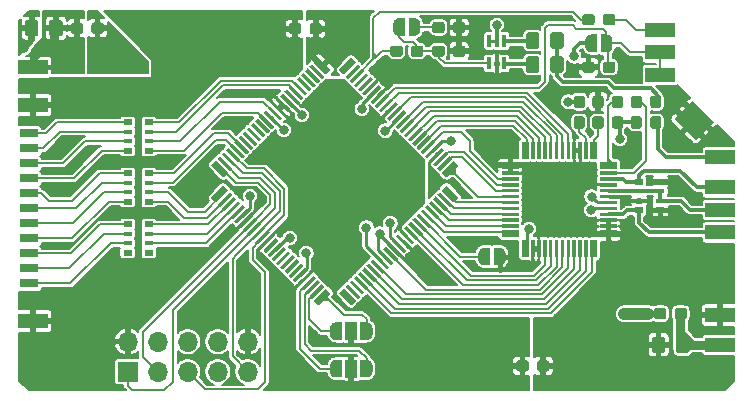
<source format=gbr>
G04 #@! TF.GenerationSoftware,KiCad,Pcbnew,(5.1.5)-3*
G04 #@! TF.CreationDate,2020-04-05T10:24:04+02:00*
G04 #@! TF.ProjectId,n64rgbv2.1,6e363472-6762-4763-922e-312e6b696361,rev?*
G04 #@! TF.SameCoordinates,Original*
G04 #@! TF.FileFunction,Copper,L1,Top*
G04 #@! TF.FilePolarity,Positive*
%FSLAX46Y46*%
G04 Gerber Fmt 4.6, Leading zero omitted, Abs format (unit mm)*
G04 Created by KiCad (PCBNEW (5.1.5)-3) date 2020-04-05 10:24:04*
%MOMM*%
%LPD*%
G04 APERTURE LIST*
%ADD10C,0.200000*%
%ADD11C,0.100000*%
%ADD12R,0.400000X1.050000*%
%ADD13R,2.540000X1.270000*%
%ADD14R,0.800000X0.500000*%
%ADD15R,0.800000X0.400000*%
%ADD16R,1.600000X0.800000*%
%ADD17R,1.000000X1.500000*%
%ADD18O,1.700000X1.700000*%
%ADD19R,1.700000X1.700000*%
%ADD20C,0.800000*%
%ADD21C,1.200000*%
%ADD22C,5.500000*%
%ADD23C,1.000000*%
%ADD24C,0.254000*%
%ADD25C,0.500000*%
%ADD26C,0.250000*%
%ADD27C,1.000000*%
%ADD28C,0.800000*%
%ADD29C,0.600000*%
%ADD30C,0.400000*%
%ADD31C,0.300000*%
G04 APERTURE END LIST*
D10*
G36*
X164211000Y-101663500D02*
G01*
X163449000Y-101663500D01*
X163830000Y-101282500D01*
X164211000Y-101663500D01*
G37*
X164211000Y-101663500D02*
X163449000Y-101663500D01*
X163830000Y-101282500D01*
X164211000Y-101663500D01*
G04 #@! TA.AperFunction,SMDPad,CuDef*
D11*
G36*
X161677779Y-97379144D02*
G01*
X161700834Y-97382563D01*
X161723443Y-97388227D01*
X161745387Y-97396079D01*
X161766457Y-97406044D01*
X161786448Y-97418026D01*
X161805168Y-97431910D01*
X161822438Y-97447562D01*
X161838090Y-97464832D01*
X161851974Y-97483552D01*
X161863956Y-97503543D01*
X161873921Y-97524613D01*
X161881773Y-97546557D01*
X161887437Y-97569166D01*
X161890856Y-97592221D01*
X161892000Y-97615500D01*
X161892000Y-98190500D01*
X161890856Y-98213779D01*
X161887437Y-98236834D01*
X161881773Y-98259443D01*
X161873921Y-98281387D01*
X161863956Y-98302457D01*
X161851974Y-98322448D01*
X161838090Y-98341168D01*
X161822438Y-98358438D01*
X161805168Y-98374090D01*
X161786448Y-98387974D01*
X161766457Y-98399956D01*
X161745387Y-98409921D01*
X161723443Y-98417773D01*
X161700834Y-98423437D01*
X161677779Y-98426856D01*
X161654500Y-98428000D01*
X161179500Y-98428000D01*
X161156221Y-98426856D01*
X161133166Y-98423437D01*
X161110557Y-98417773D01*
X161088613Y-98409921D01*
X161067543Y-98399956D01*
X161047552Y-98387974D01*
X161028832Y-98374090D01*
X161011562Y-98358438D01*
X160995910Y-98341168D01*
X160982026Y-98322448D01*
X160970044Y-98302457D01*
X160960079Y-98281387D01*
X160952227Y-98259443D01*
X160946563Y-98236834D01*
X160943144Y-98213779D01*
X160942000Y-98190500D01*
X160942000Y-97615500D01*
X160943144Y-97592221D01*
X160946563Y-97569166D01*
X160952227Y-97546557D01*
X160960079Y-97524613D01*
X160970044Y-97503543D01*
X160982026Y-97483552D01*
X160995910Y-97464832D01*
X161011562Y-97447562D01*
X161028832Y-97431910D01*
X161047552Y-97418026D01*
X161067543Y-97406044D01*
X161088613Y-97396079D01*
X161110557Y-97388227D01*
X161133166Y-97382563D01*
X161156221Y-97379144D01*
X161179500Y-97378000D01*
X161654500Y-97378000D01*
X161677779Y-97379144D01*
G37*
G04 #@! TD.AperFunction*
G04 #@! TA.AperFunction,SMDPad,CuDef*
G36*
X161677779Y-95629144D02*
G01*
X161700834Y-95632563D01*
X161723443Y-95638227D01*
X161745387Y-95646079D01*
X161766457Y-95656044D01*
X161786448Y-95668026D01*
X161805168Y-95681910D01*
X161822438Y-95697562D01*
X161838090Y-95714832D01*
X161851974Y-95733552D01*
X161863956Y-95753543D01*
X161873921Y-95774613D01*
X161881773Y-95796557D01*
X161887437Y-95819166D01*
X161890856Y-95842221D01*
X161892000Y-95865500D01*
X161892000Y-96440500D01*
X161890856Y-96463779D01*
X161887437Y-96486834D01*
X161881773Y-96509443D01*
X161873921Y-96531387D01*
X161863956Y-96552457D01*
X161851974Y-96572448D01*
X161838090Y-96591168D01*
X161822438Y-96608438D01*
X161805168Y-96624090D01*
X161786448Y-96637974D01*
X161766457Y-96649956D01*
X161745387Y-96659921D01*
X161723443Y-96667773D01*
X161700834Y-96673437D01*
X161677779Y-96676856D01*
X161654500Y-96678000D01*
X161179500Y-96678000D01*
X161156221Y-96676856D01*
X161133166Y-96673437D01*
X161110557Y-96667773D01*
X161088613Y-96659921D01*
X161067543Y-96649956D01*
X161047552Y-96637974D01*
X161028832Y-96624090D01*
X161011562Y-96608438D01*
X160995910Y-96591168D01*
X160982026Y-96572448D01*
X160970044Y-96552457D01*
X160960079Y-96531387D01*
X160952227Y-96509443D01*
X160946563Y-96486834D01*
X160943144Y-96463779D01*
X160942000Y-96440500D01*
X160942000Y-95865500D01*
X160943144Y-95842221D01*
X160946563Y-95819166D01*
X160952227Y-95796557D01*
X160960079Y-95774613D01*
X160970044Y-95753543D01*
X160982026Y-95733552D01*
X160995910Y-95714832D01*
X161011562Y-95697562D01*
X161028832Y-95681910D01*
X161047552Y-95668026D01*
X161067543Y-95656044D01*
X161088613Y-95646079D01*
X161110557Y-95638227D01*
X161133166Y-95632563D01*
X161156221Y-95629144D01*
X161179500Y-95628000D01*
X161654500Y-95628000D01*
X161677779Y-95629144D01*
G37*
G04 #@! TD.AperFunction*
G04 #@! TA.AperFunction,SMDPad,CuDef*
G36*
X168154779Y-95629144D02*
G01*
X168177834Y-95632563D01*
X168200443Y-95638227D01*
X168222387Y-95646079D01*
X168243457Y-95656044D01*
X168263448Y-95668026D01*
X168282168Y-95681910D01*
X168299438Y-95697562D01*
X168315090Y-95714832D01*
X168328974Y-95733552D01*
X168340956Y-95753543D01*
X168350921Y-95774613D01*
X168358773Y-95796557D01*
X168364437Y-95819166D01*
X168367856Y-95842221D01*
X168369000Y-95865500D01*
X168369000Y-96440500D01*
X168367856Y-96463779D01*
X168364437Y-96486834D01*
X168358773Y-96509443D01*
X168350921Y-96531387D01*
X168340956Y-96552457D01*
X168328974Y-96572448D01*
X168315090Y-96591168D01*
X168299438Y-96608438D01*
X168282168Y-96624090D01*
X168263448Y-96637974D01*
X168243457Y-96649956D01*
X168222387Y-96659921D01*
X168200443Y-96667773D01*
X168177834Y-96673437D01*
X168154779Y-96676856D01*
X168131500Y-96678000D01*
X167656500Y-96678000D01*
X167633221Y-96676856D01*
X167610166Y-96673437D01*
X167587557Y-96667773D01*
X167565613Y-96659921D01*
X167544543Y-96649956D01*
X167524552Y-96637974D01*
X167505832Y-96624090D01*
X167488562Y-96608438D01*
X167472910Y-96591168D01*
X167459026Y-96572448D01*
X167447044Y-96552457D01*
X167437079Y-96531387D01*
X167429227Y-96509443D01*
X167423563Y-96486834D01*
X167420144Y-96463779D01*
X167419000Y-96440500D01*
X167419000Y-95865500D01*
X167420144Y-95842221D01*
X167423563Y-95819166D01*
X167429227Y-95796557D01*
X167437079Y-95774613D01*
X167447044Y-95753543D01*
X167459026Y-95733552D01*
X167472910Y-95714832D01*
X167488562Y-95697562D01*
X167505832Y-95681910D01*
X167524552Y-95668026D01*
X167544543Y-95656044D01*
X167565613Y-95646079D01*
X167587557Y-95638227D01*
X167610166Y-95632563D01*
X167633221Y-95629144D01*
X167656500Y-95628000D01*
X168131500Y-95628000D01*
X168154779Y-95629144D01*
G37*
G04 #@! TD.AperFunction*
G04 #@! TA.AperFunction,SMDPad,CuDef*
G36*
X168154779Y-97379144D02*
G01*
X168177834Y-97382563D01*
X168200443Y-97388227D01*
X168222387Y-97396079D01*
X168243457Y-97406044D01*
X168263448Y-97418026D01*
X168282168Y-97431910D01*
X168299438Y-97447562D01*
X168315090Y-97464832D01*
X168328974Y-97483552D01*
X168340956Y-97503543D01*
X168350921Y-97524613D01*
X168358773Y-97546557D01*
X168364437Y-97569166D01*
X168367856Y-97592221D01*
X168369000Y-97615500D01*
X168369000Y-98190500D01*
X168367856Y-98213779D01*
X168364437Y-98236834D01*
X168358773Y-98259443D01*
X168350921Y-98281387D01*
X168340956Y-98302457D01*
X168328974Y-98322448D01*
X168315090Y-98341168D01*
X168299438Y-98358438D01*
X168282168Y-98374090D01*
X168263448Y-98387974D01*
X168243457Y-98399956D01*
X168222387Y-98409921D01*
X168200443Y-98417773D01*
X168177834Y-98423437D01*
X168154779Y-98426856D01*
X168131500Y-98428000D01*
X167656500Y-98428000D01*
X167633221Y-98426856D01*
X167610166Y-98423437D01*
X167587557Y-98417773D01*
X167565613Y-98409921D01*
X167544543Y-98399956D01*
X167524552Y-98387974D01*
X167505832Y-98374090D01*
X167488562Y-98358438D01*
X167472910Y-98341168D01*
X167459026Y-98322448D01*
X167447044Y-98302457D01*
X167437079Y-98281387D01*
X167429227Y-98259443D01*
X167423563Y-98236834D01*
X167420144Y-98213779D01*
X167419000Y-98190500D01*
X167419000Y-97615500D01*
X167420144Y-97592221D01*
X167423563Y-97569166D01*
X167429227Y-97546557D01*
X167437079Y-97524613D01*
X167447044Y-97503543D01*
X167459026Y-97483552D01*
X167472910Y-97464832D01*
X167488562Y-97447562D01*
X167505832Y-97431910D01*
X167524552Y-97418026D01*
X167544543Y-97406044D01*
X167565613Y-97396079D01*
X167587557Y-97388227D01*
X167610166Y-97382563D01*
X167633221Y-97379144D01*
X167656500Y-97378000D01*
X168131500Y-97378000D01*
X168154779Y-97379144D01*
G37*
G04 #@! TD.AperFunction*
G04 #@! TA.AperFunction,SMDPad,CuDef*
G36*
X151553779Y-89383724D02*
G01*
X151576834Y-89387143D01*
X151599443Y-89392807D01*
X151621387Y-89400659D01*
X151642457Y-89410624D01*
X151662448Y-89422606D01*
X151681168Y-89436490D01*
X151698438Y-89452142D01*
X151714090Y-89469412D01*
X151727974Y-89488132D01*
X151739956Y-89508123D01*
X151749921Y-89529193D01*
X151757773Y-89551137D01*
X151763437Y-89573746D01*
X151766856Y-89596801D01*
X151768000Y-89620080D01*
X151768000Y-90095080D01*
X151766856Y-90118359D01*
X151763437Y-90141414D01*
X151757773Y-90164023D01*
X151749921Y-90185967D01*
X151739956Y-90207037D01*
X151727974Y-90227028D01*
X151714090Y-90245748D01*
X151698438Y-90263018D01*
X151681168Y-90278670D01*
X151662448Y-90292554D01*
X151642457Y-90304536D01*
X151621387Y-90314501D01*
X151599443Y-90322353D01*
X151576834Y-90328017D01*
X151553779Y-90331436D01*
X151530500Y-90332580D01*
X150955500Y-90332580D01*
X150932221Y-90331436D01*
X150909166Y-90328017D01*
X150886557Y-90322353D01*
X150864613Y-90314501D01*
X150843543Y-90304536D01*
X150823552Y-90292554D01*
X150804832Y-90278670D01*
X150787562Y-90263018D01*
X150771910Y-90245748D01*
X150758026Y-90227028D01*
X150746044Y-90207037D01*
X150736079Y-90185967D01*
X150728227Y-90164023D01*
X150722563Y-90141414D01*
X150719144Y-90118359D01*
X150718000Y-90095080D01*
X150718000Y-89620080D01*
X150719144Y-89596801D01*
X150722563Y-89573746D01*
X150728227Y-89551137D01*
X150736079Y-89529193D01*
X150746044Y-89508123D01*
X150758026Y-89488132D01*
X150771910Y-89469412D01*
X150787562Y-89452142D01*
X150804832Y-89436490D01*
X150823552Y-89422606D01*
X150843543Y-89410624D01*
X150864613Y-89400659D01*
X150886557Y-89392807D01*
X150909166Y-89387143D01*
X150932221Y-89383724D01*
X150955500Y-89382580D01*
X151530500Y-89382580D01*
X151553779Y-89383724D01*
G37*
G04 #@! TD.AperFunction*
G04 #@! TA.AperFunction,SMDPad,CuDef*
G36*
X149803779Y-89383724D02*
G01*
X149826834Y-89387143D01*
X149849443Y-89392807D01*
X149871387Y-89400659D01*
X149892457Y-89410624D01*
X149912448Y-89422606D01*
X149931168Y-89436490D01*
X149948438Y-89452142D01*
X149964090Y-89469412D01*
X149977974Y-89488132D01*
X149989956Y-89508123D01*
X149999921Y-89529193D01*
X150007773Y-89551137D01*
X150013437Y-89573746D01*
X150016856Y-89596801D01*
X150018000Y-89620080D01*
X150018000Y-90095080D01*
X150016856Y-90118359D01*
X150013437Y-90141414D01*
X150007773Y-90164023D01*
X149999921Y-90185967D01*
X149989956Y-90207037D01*
X149977974Y-90227028D01*
X149964090Y-90245748D01*
X149948438Y-90263018D01*
X149931168Y-90278670D01*
X149912448Y-90292554D01*
X149892457Y-90304536D01*
X149871387Y-90314501D01*
X149849443Y-90322353D01*
X149826834Y-90328017D01*
X149803779Y-90331436D01*
X149780500Y-90332580D01*
X149205500Y-90332580D01*
X149182221Y-90331436D01*
X149159166Y-90328017D01*
X149136557Y-90322353D01*
X149114613Y-90314501D01*
X149093543Y-90304536D01*
X149073552Y-90292554D01*
X149054832Y-90278670D01*
X149037562Y-90263018D01*
X149021910Y-90245748D01*
X149008026Y-90227028D01*
X148996044Y-90207037D01*
X148986079Y-90185967D01*
X148978227Y-90164023D01*
X148972563Y-90141414D01*
X148969144Y-90118359D01*
X148968000Y-90095080D01*
X148968000Y-89620080D01*
X148969144Y-89596801D01*
X148972563Y-89573746D01*
X148978227Y-89551137D01*
X148986079Y-89529193D01*
X148996044Y-89508123D01*
X149008026Y-89488132D01*
X149021910Y-89469412D01*
X149037562Y-89452142D01*
X149054832Y-89436490D01*
X149073552Y-89422606D01*
X149093543Y-89410624D01*
X149114613Y-89400659D01*
X149136557Y-89392807D01*
X149159166Y-89387143D01*
X149182221Y-89383724D01*
X149205500Y-89382580D01*
X149780500Y-89382580D01*
X149803779Y-89383724D01*
G37*
G04 #@! TD.AperFunction*
G04 #@! TA.AperFunction,SMDPad,CuDef*
G36*
X151553779Y-91390324D02*
G01*
X151576834Y-91393743D01*
X151599443Y-91399407D01*
X151621387Y-91407259D01*
X151642457Y-91417224D01*
X151662448Y-91429206D01*
X151681168Y-91443090D01*
X151698438Y-91458742D01*
X151714090Y-91476012D01*
X151727974Y-91494732D01*
X151739956Y-91514723D01*
X151749921Y-91535793D01*
X151757773Y-91557737D01*
X151763437Y-91580346D01*
X151766856Y-91603401D01*
X151768000Y-91626680D01*
X151768000Y-92101680D01*
X151766856Y-92124959D01*
X151763437Y-92148014D01*
X151757773Y-92170623D01*
X151749921Y-92192567D01*
X151739956Y-92213637D01*
X151727974Y-92233628D01*
X151714090Y-92252348D01*
X151698438Y-92269618D01*
X151681168Y-92285270D01*
X151662448Y-92299154D01*
X151642457Y-92311136D01*
X151621387Y-92321101D01*
X151599443Y-92328953D01*
X151576834Y-92334617D01*
X151553779Y-92338036D01*
X151530500Y-92339180D01*
X150955500Y-92339180D01*
X150932221Y-92338036D01*
X150909166Y-92334617D01*
X150886557Y-92328953D01*
X150864613Y-92321101D01*
X150843543Y-92311136D01*
X150823552Y-92299154D01*
X150804832Y-92285270D01*
X150787562Y-92269618D01*
X150771910Y-92252348D01*
X150758026Y-92233628D01*
X150746044Y-92213637D01*
X150736079Y-92192567D01*
X150728227Y-92170623D01*
X150722563Y-92148014D01*
X150719144Y-92124959D01*
X150718000Y-92101680D01*
X150718000Y-91626680D01*
X150719144Y-91603401D01*
X150722563Y-91580346D01*
X150728227Y-91557737D01*
X150736079Y-91535793D01*
X150746044Y-91514723D01*
X150758026Y-91494732D01*
X150771910Y-91476012D01*
X150787562Y-91458742D01*
X150804832Y-91443090D01*
X150823552Y-91429206D01*
X150843543Y-91417224D01*
X150864613Y-91407259D01*
X150886557Y-91399407D01*
X150909166Y-91393743D01*
X150932221Y-91390324D01*
X150955500Y-91389180D01*
X151530500Y-91389180D01*
X151553779Y-91390324D01*
G37*
G04 #@! TD.AperFunction*
G04 #@! TA.AperFunction,SMDPad,CuDef*
G36*
X149803779Y-91390324D02*
G01*
X149826834Y-91393743D01*
X149849443Y-91399407D01*
X149871387Y-91407259D01*
X149892457Y-91417224D01*
X149912448Y-91429206D01*
X149931168Y-91443090D01*
X149948438Y-91458742D01*
X149964090Y-91476012D01*
X149977974Y-91494732D01*
X149989956Y-91514723D01*
X149999921Y-91535793D01*
X150007773Y-91557737D01*
X150013437Y-91580346D01*
X150016856Y-91603401D01*
X150018000Y-91626680D01*
X150018000Y-92101680D01*
X150016856Y-92124959D01*
X150013437Y-92148014D01*
X150007773Y-92170623D01*
X149999921Y-92192567D01*
X149989956Y-92213637D01*
X149977974Y-92233628D01*
X149964090Y-92252348D01*
X149948438Y-92269618D01*
X149931168Y-92285270D01*
X149912448Y-92299154D01*
X149892457Y-92311136D01*
X149871387Y-92321101D01*
X149849443Y-92328953D01*
X149826834Y-92334617D01*
X149803779Y-92338036D01*
X149780500Y-92339180D01*
X149205500Y-92339180D01*
X149182221Y-92338036D01*
X149159166Y-92334617D01*
X149136557Y-92328953D01*
X149114613Y-92321101D01*
X149093543Y-92311136D01*
X149073552Y-92299154D01*
X149054832Y-92285270D01*
X149037562Y-92269618D01*
X149021910Y-92252348D01*
X149008026Y-92233628D01*
X148996044Y-92213637D01*
X148986079Y-92192567D01*
X148978227Y-92170623D01*
X148972563Y-92148014D01*
X148969144Y-92124959D01*
X148968000Y-92101680D01*
X148968000Y-91626680D01*
X148969144Y-91603401D01*
X148972563Y-91580346D01*
X148978227Y-91557737D01*
X148986079Y-91535793D01*
X148996044Y-91514723D01*
X149008026Y-91494732D01*
X149021910Y-91476012D01*
X149037562Y-91458742D01*
X149054832Y-91443090D01*
X149073552Y-91429206D01*
X149093543Y-91417224D01*
X149114613Y-91407259D01*
X149136557Y-91399407D01*
X149159166Y-91393743D01*
X149182221Y-91390324D01*
X149205500Y-91389180D01*
X149780500Y-91389180D01*
X149803779Y-91390324D01*
G37*
G04 #@! TD.AperFunction*
G04 #@! TA.AperFunction,SMDPad,CuDef*
G36*
X147997779Y-91390324D02*
G01*
X148020834Y-91393743D01*
X148043443Y-91399407D01*
X148065387Y-91407259D01*
X148086457Y-91417224D01*
X148106448Y-91429206D01*
X148125168Y-91443090D01*
X148142438Y-91458742D01*
X148158090Y-91476012D01*
X148171974Y-91494732D01*
X148183956Y-91514723D01*
X148193921Y-91535793D01*
X148201773Y-91557737D01*
X148207437Y-91580346D01*
X148210856Y-91603401D01*
X148212000Y-91626680D01*
X148212000Y-92101680D01*
X148210856Y-92124959D01*
X148207437Y-92148014D01*
X148201773Y-92170623D01*
X148193921Y-92192567D01*
X148183956Y-92213637D01*
X148171974Y-92233628D01*
X148158090Y-92252348D01*
X148142438Y-92269618D01*
X148125168Y-92285270D01*
X148106448Y-92299154D01*
X148086457Y-92311136D01*
X148065387Y-92321101D01*
X148043443Y-92328953D01*
X148020834Y-92334617D01*
X147997779Y-92338036D01*
X147974500Y-92339180D01*
X147399500Y-92339180D01*
X147376221Y-92338036D01*
X147353166Y-92334617D01*
X147330557Y-92328953D01*
X147308613Y-92321101D01*
X147287543Y-92311136D01*
X147267552Y-92299154D01*
X147248832Y-92285270D01*
X147231562Y-92269618D01*
X147215910Y-92252348D01*
X147202026Y-92233628D01*
X147190044Y-92213637D01*
X147180079Y-92192567D01*
X147172227Y-92170623D01*
X147166563Y-92148014D01*
X147163144Y-92124959D01*
X147162000Y-92101680D01*
X147162000Y-91626680D01*
X147163144Y-91603401D01*
X147166563Y-91580346D01*
X147172227Y-91557737D01*
X147180079Y-91535793D01*
X147190044Y-91514723D01*
X147202026Y-91494732D01*
X147215910Y-91476012D01*
X147231562Y-91458742D01*
X147248832Y-91443090D01*
X147267552Y-91429206D01*
X147287543Y-91417224D01*
X147308613Y-91407259D01*
X147330557Y-91399407D01*
X147353166Y-91393743D01*
X147376221Y-91390324D01*
X147399500Y-91389180D01*
X147974500Y-91389180D01*
X147997779Y-91390324D01*
G37*
G04 #@! TD.AperFunction*
G04 #@! TA.AperFunction,SMDPad,CuDef*
G36*
X146247779Y-91390324D02*
G01*
X146270834Y-91393743D01*
X146293443Y-91399407D01*
X146315387Y-91407259D01*
X146336457Y-91417224D01*
X146356448Y-91429206D01*
X146375168Y-91443090D01*
X146392438Y-91458742D01*
X146408090Y-91476012D01*
X146421974Y-91494732D01*
X146433956Y-91514723D01*
X146443921Y-91535793D01*
X146451773Y-91557737D01*
X146457437Y-91580346D01*
X146460856Y-91603401D01*
X146462000Y-91626680D01*
X146462000Y-92101680D01*
X146460856Y-92124959D01*
X146457437Y-92148014D01*
X146451773Y-92170623D01*
X146443921Y-92192567D01*
X146433956Y-92213637D01*
X146421974Y-92233628D01*
X146408090Y-92252348D01*
X146392438Y-92269618D01*
X146375168Y-92285270D01*
X146356448Y-92299154D01*
X146336457Y-92311136D01*
X146315387Y-92321101D01*
X146293443Y-92328953D01*
X146270834Y-92334617D01*
X146247779Y-92338036D01*
X146224500Y-92339180D01*
X145649500Y-92339180D01*
X145626221Y-92338036D01*
X145603166Y-92334617D01*
X145580557Y-92328953D01*
X145558613Y-92321101D01*
X145537543Y-92311136D01*
X145517552Y-92299154D01*
X145498832Y-92285270D01*
X145481562Y-92269618D01*
X145465910Y-92252348D01*
X145452026Y-92233628D01*
X145440044Y-92213637D01*
X145430079Y-92192567D01*
X145422227Y-92170623D01*
X145416563Y-92148014D01*
X145413144Y-92124959D01*
X145412000Y-92101680D01*
X145412000Y-91626680D01*
X145413144Y-91603401D01*
X145416563Y-91580346D01*
X145422227Y-91557737D01*
X145430079Y-91535793D01*
X145440044Y-91514723D01*
X145452026Y-91494732D01*
X145465910Y-91476012D01*
X145481562Y-91458742D01*
X145498832Y-91443090D01*
X145517552Y-91429206D01*
X145537543Y-91417224D01*
X145558613Y-91407259D01*
X145580557Y-91399407D01*
X145603166Y-91393743D01*
X145626221Y-91390324D01*
X145649500Y-91389180D01*
X146224500Y-91389180D01*
X146247779Y-91390324D01*
G37*
G04 #@! TD.AperFunction*
G04 #@! TA.AperFunction,SMDPad,CuDef*
G36*
X163265279Y-95629144D02*
G01*
X163288334Y-95632563D01*
X163310943Y-95638227D01*
X163332887Y-95646079D01*
X163353957Y-95656044D01*
X163373948Y-95668026D01*
X163392668Y-95681910D01*
X163409938Y-95697562D01*
X163425590Y-95714832D01*
X163439474Y-95733552D01*
X163451456Y-95753543D01*
X163461421Y-95774613D01*
X163469273Y-95796557D01*
X163474937Y-95819166D01*
X163478356Y-95842221D01*
X163479500Y-95865500D01*
X163479500Y-96440500D01*
X163478356Y-96463779D01*
X163474937Y-96486834D01*
X163469273Y-96509443D01*
X163461421Y-96531387D01*
X163451456Y-96552457D01*
X163439474Y-96572448D01*
X163425590Y-96591168D01*
X163409938Y-96608438D01*
X163392668Y-96624090D01*
X163373948Y-96637974D01*
X163353957Y-96649956D01*
X163332887Y-96659921D01*
X163310943Y-96667773D01*
X163288334Y-96673437D01*
X163265279Y-96676856D01*
X163242000Y-96678000D01*
X162767000Y-96678000D01*
X162743721Y-96676856D01*
X162720666Y-96673437D01*
X162698057Y-96667773D01*
X162676113Y-96659921D01*
X162655043Y-96649956D01*
X162635052Y-96637974D01*
X162616332Y-96624090D01*
X162599062Y-96608438D01*
X162583410Y-96591168D01*
X162569526Y-96572448D01*
X162557544Y-96552457D01*
X162547579Y-96531387D01*
X162539727Y-96509443D01*
X162534063Y-96486834D01*
X162530644Y-96463779D01*
X162529500Y-96440500D01*
X162529500Y-95865500D01*
X162530644Y-95842221D01*
X162534063Y-95819166D01*
X162539727Y-95796557D01*
X162547579Y-95774613D01*
X162557544Y-95753543D01*
X162569526Y-95733552D01*
X162583410Y-95714832D01*
X162599062Y-95697562D01*
X162616332Y-95681910D01*
X162635052Y-95668026D01*
X162655043Y-95656044D01*
X162676113Y-95646079D01*
X162698057Y-95638227D01*
X162720666Y-95632563D01*
X162743721Y-95629144D01*
X162767000Y-95628000D01*
X163242000Y-95628000D01*
X163265279Y-95629144D01*
G37*
G04 #@! TD.AperFunction*
G04 #@! TA.AperFunction,SMDPad,CuDef*
G36*
X163265279Y-97379144D02*
G01*
X163288334Y-97382563D01*
X163310943Y-97388227D01*
X163332887Y-97396079D01*
X163353957Y-97406044D01*
X163373948Y-97418026D01*
X163392668Y-97431910D01*
X163409938Y-97447562D01*
X163425590Y-97464832D01*
X163439474Y-97483552D01*
X163451456Y-97503543D01*
X163461421Y-97524613D01*
X163469273Y-97546557D01*
X163474937Y-97569166D01*
X163478356Y-97592221D01*
X163479500Y-97615500D01*
X163479500Y-98190500D01*
X163478356Y-98213779D01*
X163474937Y-98236834D01*
X163469273Y-98259443D01*
X163461421Y-98281387D01*
X163451456Y-98302457D01*
X163439474Y-98322448D01*
X163425590Y-98341168D01*
X163409938Y-98358438D01*
X163392668Y-98374090D01*
X163373948Y-98387974D01*
X163353957Y-98399956D01*
X163332887Y-98409921D01*
X163310943Y-98417773D01*
X163288334Y-98423437D01*
X163265279Y-98426856D01*
X163242000Y-98428000D01*
X162767000Y-98428000D01*
X162743721Y-98426856D01*
X162720666Y-98423437D01*
X162698057Y-98417773D01*
X162676113Y-98409921D01*
X162655043Y-98399956D01*
X162635052Y-98387974D01*
X162616332Y-98374090D01*
X162599062Y-98358438D01*
X162583410Y-98341168D01*
X162569526Y-98322448D01*
X162557544Y-98302457D01*
X162547579Y-98281387D01*
X162539727Y-98259443D01*
X162534063Y-98236834D01*
X162530644Y-98213779D01*
X162529500Y-98190500D01*
X162529500Y-97615500D01*
X162530644Y-97592221D01*
X162534063Y-97569166D01*
X162539727Y-97546557D01*
X162547579Y-97524613D01*
X162557544Y-97503543D01*
X162569526Y-97483552D01*
X162583410Y-97464832D01*
X162599062Y-97447562D01*
X162616332Y-97431910D01*
X162635052Y-97418026D01*
X162655043Y-97406044D01*
X162676113Y-97396079D01*
X162698057Y-97388227D01*
X162720666Y-97382563D01*
X162743721Y-97379144D01*
X162767000Y-97378000D01*
X163242000Y-97378000D01*
X163265279Y-97379144D01*
G37*
G04 #@! TD.AperFunction*
G04 #@! TA.AperFunction,SMDPad,CuDef*
G36*
X162503779Y-88723324D02*
G01*
X162526834Y-88726743D01*
X162549443Y-88732407D01*
X162571387Y-88740259D01*
X162592457Y-88750224D01*
X162612448Y-88762206D01*
X162631168Y-88776090D01*
X162648438Y-88791742D01*
X162664090Y-88809012D01*
X162677974Y-88827732D01*
X162689956Y-88847723D01*
X162699921Y-88868793D01*
X162707773Y-88890737D01*
X162713437Y-88913346D01*
X162716856Y-88936401D01*
X162718000Y-88959680D01*
X162718000Y-89434680D01*
X162716856Y-89457959D01*
X162713437Y-89481014D01*
X162707773Y-89503623D01*
X162699921Y-89525567D01*
X162689956Y-89546637D01*
X162677974Y-89566628D01*
X162664090Y-89585348D01*
X162648438Y-89602618D01*
X162631168Y-89618270D01*
X162612448Y-89632154D01*
X162592457Y-89644136D01*
X162571387Y-89654101D01*
X162549443Y-89661953D01*
X162526834Y-89667617D01*
X162503779Y-89671036D01*
X162480500Y-89672180D01*
X161905500Y-89672180D01*
X161882221Y-89671036D01*
X161859166Y-89667617D01*
X161836557Y-89661953D01*
X161814613Y-89654101D01*
X161793543Y-89644136D01*
X161773552Y-89632154D01*
X161754832Y-89618270D01*
X161737562Y-89602618D01*
X161721910Y-89585348D01*
X161708026Y-89566628D01*
X161696044Y-89546637D01*
X161686079Y-89525567D01*
X161678227Y-89503623D01*
X161672563Y-89481014D01*
X161669144Y-89457959D01*
X161668000Y-89434680D01*
X161668000Y-88959680D01*
X161669144Y-88936401D01*
X161672563Y-88913346D01*
X161678227Y-88890737D01*
X161686079Y-88868793D01*
X161696044Y-88847723D01*
X161708026Y-88827732D01*
X161721910Y-88809012D01*
X161737562Y-88791742D01*
X161754832Y-88776090D01*
X161773552Y-88762206D01*
X161793543Y-88750224D01*
X161814613Y-88740259D01*
X161836557Y-88732407D01*
X161859166Y-88726743D01*
X161882221Y-88723324D01*
X161905500Y-88722180D01*
X162480500Y-88722180D01*
X162503779Y-88723324D01*
G37*
G04 #@! TD.AperFunction*
G04 #@! TA.AperFunction,SMDPad,CuDef*
G36*
X164253779Y-88723324D02*
G01*
X164276834Y-88726743D01*
X164299443Y-88732407D01*
X164321387Y-88740259D01*
X164342457Y-88750224D01*
X164362448Y-88762206D01*
X164381168Y-88776090D01*
X164398438Y-88791742D01*
X164414090Y-88809012D01*
X164427974Y-88827732D01*
X164439956Y-88847723D01*
X164449921Y-88868793D01*
X164457773Y-88890737D01*
X164463437Y-88913346D01*
X164466856Y-88936401D01*
X164468000Y-88959680D01*
X164468000Y-89434680D01*
X164466856Y-89457959D01*
X164463437Y-89481014D01*
X164457773Y-89503623D01*
X164449921Y-89525567D01*
X164439956Y-89546637D01*
X164427974Y-89566628D01*
X164414090Y-89585348D01*
X164398438Y-89602618D01*
X164381168Y-89618270D01*
X164362448Y-89632154D01*
X164342457Y-89644136D01*
X164321387Y-89654101D01*
X164299443Y-89661953D01*
X164276834Y-89667617D01*
X164253779Y-89671036D01*
X164230500Y-89672180D01*
X163655500Y-89672180D01*
X163632221Y-89671036D01*
X163609166Y-89667617D01*
X163586557Y-89661953D01*
X163564613Y-89654101D01*
X163543543Y-89644136D01*
X163523552Y-89632154D01*
X163504832Y-89618270D01*
X163487562Y-89602618D01*
X163471910Y-89585348D01*
X163458026Y-89566628D01*
X163446044Y-89546637D01*
X163436079Y-89525567D01*
X163428227Y-89503623D01*
X163422563Y-89481014D01*
X163419144Y-89457959D01*
X163418000Y-89434680D01*
X163418000Y-88959680D01*
X163419144Y-88936401D01*
X163422563Y-88913346D01*
X163428227Y-88890737D01*
X163436079Y-88868793D01*
X163446044Y-88847723D01*
X163458026Y-88827732D01*
X163471910Y-88809012D01*
X163487562Y-88791742D01*
X163504832Y-88776090D01*
X163523552Y-88762206D01*
X163543543Y-88750224D01*
X163564613Y-88740259D01*
X163586557Y-88732407D01*
X163609166Y-88726743D01*
X163632221Y-88723324D01*
X163655500Y-88722180D01*
X164230500Y-88722180D01*
X164253779Y-88723324D01*
G37*
G04 #@! TD.AperFunction*
G04 #@! TA.AperFunction,SMDPad,CuDef*
G36*
X162503779Y-92749224D02*
G01*
X162526834Y-92752643D01*
X162549443Y-92758307D01*
X162571387Y-92766159D01*
X162592457Y-92776124D01*
X162612448Y-92788106D01*
X162631168Y-92801990D01*
X162648438Y-92817642D01*
X162664090Y-92834912D01*
X162677974Y-92853632D01*
X162689956Y-92873623D01*
X162699921Y-92894693D01*
X162707773Y-92916637D01*
X162713437Y-92939246D01*
X162716856Y-92962301D01*
X162718000Y-92985580D01*
X162718000Y-93460580D01*
X162716856Y-93483859D01*
X162713437Y-93506914D01*
X162707773Y-93529523D01*
X162699921Y-93551467D01*
X162689956Y-93572537D01*
X162677974Y-93592528D01*
X162664090Y-93611248D01*
X162648438Y-93628518D01*
X162631168Y-93644170D01*
X162612448Y-93658054D01*
X162592457Y-93670036D01*
X162571387Y-93680001D01*
X162549443Y-93687853D01*
X162526834Y-93693517D01*
X162503779Y-93696936D01*
X162480500Y-93698080D01*
X161905500Y-93698080D01*
X161882221Y-93696936D01*
X161859166Y-93693517D01*
X161836557Y-93687853D01*
X161814613Y-93680001D01*
X161793543Y-93670036D01*
X161773552Y-93658054D01*
X161754832Y-93644170D01*
X161737562Y-93628518D01*
X161721910Y-93611248D01*
X161708026Y-93592528D01*
X161696044Y-93572537D01*
X161686079Y-93551467D01*
X161678227Y-93529523D01*
X161672563Y-93506914D01*
X161669144Y-93483859D01*
X161668000Y-93460580D01*
X161668000Y-92985580D01*
X161669144Y-92962301D01*
X161672563Y-92939246D01*
X161678227Y-92916637D01*
X161686079Y-92894693D01*
X161696044Y-92873623D01*
X161708026Y-92853632D01*
X161721910Y-92834912D01*
X161737562Y-92817642D01*
X161754832Y-92801990D01*
X161773552Y-92788106D01*
X161793543Y-92776124D01*
X161814613Y-92766159D01*
X161836557Y-92758307D01*
X161859166Y-92752643D01*
X161882221Y-92749224D01*
X161905500Y-92748080D01*
X162480500Y-92748080D01*
X162503779Y-92749224D01*
G37*
G04 #@! TD.AperFunction*
G04 #@! TA.AperFunction,SMDPad,CuDef*
G36*
X164253779Y-92749224D02*
G01*
X164276834Y-92752643D01*
X164299443Y-92758307D01*
X164321387Y-92766159D01*
X164342457Y-92776124D01*
X164362448Y-92788106D01*
X164381168Y-92801990D01*
X164398438Y-92817642D01*
X164414090Y-92834912D01*
X164427974Y-92853632D01*
X164439956Y-92873623D01*
X164449921Y-92894693D01*
X164457773Y-92916637D01*
X164463437Y-92939246D01*
X164466856Y-92962301D01*
X164468000Y-92985580D01*
X164468000Y-93460580D01*
X164466856Y-93483859D01*
X164463437Y-93506914D01*
X164457773Y-93529523D01*
X164449921Y-93551467D01*
X164439956Y-93572537D01*
X164427974Y-93592528D01*
X164414090Y-93611248D01*
X164398438Y-93628518D01*
X164381168Y-93644170D01*
X164362448Y-93658054D01*
X164342457Y-93670036D01*
X164321387Y-93680001D01*
X164299443Y-93687853D01*
X164276834Y-93693517D01*
X164253779Y-93696936D01*
X164230500Y-93698080D01*
X163655500Y-93698080D01*
X163632221Y-93696936D01*
X163609166Y-93693517D01*
X163586557Y-93687853D01*
X163564613Y-93680001D01*
X163543543Y-93670036D01*
X163523552Y-93658054D01*
X163504832Y-93644170D01*
X163487562Y-93628518D01*
X163471910Y-93611248D01*
X163458026Y-93592528D01*
X163446044Y-93572537D01*
X163436079Y-93551467D01*
X163428227Y-93529523D01*
X163422563Y-93506914D01*
X163419144Y-93483859D01*
X163418000Y-93460580D01*
X163418000Y-92985580D01*
X163419144Y-92962301D01*
X163422563Y-92939246D01*
X163428227Y-92916637D01*
X163436079Y-92894693D01*
X163446044Y-92873623D01*
X163458026Y-92853632D01*
X163471910Y-92834912D01*
X163487562Y-92817642D01*
X163504832Y-92801990D01*
X163523552Y-92788106D01*
X163543543Y-92776124D01*
X163564613Y-92766159D01*
X163586557Y-92758307D01*
X163609166Y-92752643D01*
X163632221Y-92749224D01*
X163655500Y-92748080D01*
X164230500Y-92748080D01*
X164253779Y-92749224D01*
G37*
G04 #@! TD.AperFunction*
G04 #@! TA.AperFunction,SMDPad,CuDef*
G36*
X158665779Y-118042544D02*
G01*
X158688834Y-118045963D01*
X158711443Y-118051627D01*
X158733387Y-118059479D01*
X158754457Y-118069444D01*
X158774448Y-118081426D01*
X158793168Y-118095310D01*
X158810438Y-118110962D01*
X158826090Y-118128232D01*
X158839974Y-118146952D01*
X158851956Y-118166943D01*
X158861921Y-118188013D01*
X158869773Y-118209957D01*
X158875437Y-118232566D01*
X158878856Y-118255621D01*
X158880000Y-118278900D01*
X158880000Y-118753900D01*
X158878856Y-118777179D01*
X158875437Y-118800234D01*
X158869773Y-118822843D01*
X158861921Y-118844787D01*
X158851956Y-118865857D01*
X158839974Y-118885848D01*
X158826090Y-118904568D01*
X158810438Y-118921838D01*
X158793168Y-118937490D01*
X158774448Y-118951374D01*
X158754457Y-118963356D01*
X158733387Y-118973321D01*
X158711443Y-118981173D01*
X158688834Y-118986837D01*
X158665779Y-118990256D01*
X158642500Y-118991400D01*
X158067500Y-118991400D01*
X158044221Y-118990256D01*
X158021166Y-118986837D01*
X157998557Y-118981173D01*
X157976613Y-118973321D01*
X157955543Y-118963356D01*
X157935552Y-118951374D01*
X157916832Y-118937490D01*
X157899562Y-118921838D01*
X157883910Y-118904568D01*
X157870026Y-118885848D01*
X157858044Y-118865857D01*
X157848079Y-118844787D01*
X157840227Y-118822843D01*
X157834563Y-118800234D01*
X157831144Y-118777179D01*
X157830000Y-118753900D01*
X157830000Y-118278900D01*
X157831144Y-118255621D01*
X157834563Y-118232566D01*
X157840227Y-118209957D01*
X157848079Y-118188013D01*
X157858044Y-118166943D01*
X157870026Y-118146952D01*
X157883910Y-118128232D01*
X157899562Y-118110962D01*
X157916832Y-118095310D01*
X157935552Y-118081426D01*
X157955543Y-118069444D01*
X157976613Y-118059479D01*
X157998557Y-118051627D01*
X158021166Y-118045963D01*
X158044221Y-118042544D01*
X158067500Y-118041400D01*
X158642500Y-118041400D01*
X158665779Y-118042544D01*
G37*
G04 #@! TD.AperFunction*
G04 #@! TA.AperFunction,SMDPad,CuDef*
G36*
X156915779Y-118042544D02*
G01*
X156938834Y-118045963D01*
X156961443Y-118051627D01*
X156983387Y-118059479D01*
X157004457Y-118069444D01*
X157024448Y-118081426D01*
X157043168Y-118095310D01*
X157060438Y-118110962D01*
X157076090Y-118128232D01*
X157089974Y-118146952D01*
X157101956Y-118166943D01*
X157111921Y-118188013D01*
X157119773Y-118209957D01*
X157125437Y-118232566D01*
X157128856Y-118255621D01*
X157130000Y-118278900D01*
X157130000Y-118753900D01*
X157128856Y-118777179D01*
X157125437Y-118800234D01*
X157119773Y-118822843D01*
X157111921Y-118844787D01*
X157101956Y-118865857D01*
X157089974Y-118885848D01*
X157076090Y-118904568D01*
X157060438Y-118921838D01*
X157043168Y-118937490D01*
X157024448Y-118951374D01*
X157004457Y-118963356D01*
X156983387Y-118973321D01*
X156961443Y-118981173D01*
X156938834Y-118986837D01*
X156915779Y-118990256D01*
X156892500Y-118991400D01*
X156317500Y-118991400D01*
X156294221Y-118990256D01*
X156271166Y-118986837D01*
X156248557Y-118981173D01*
X156226613Y-118973321D01*
X156205543Y-118963356D01*
X156185552Y-118951374D01*
X156166832Y-118937490D01*
X156149562Y-118921838D01*
X156133910Y-118904568D01*
X156120026Y-118885848D01*
X156108044Y-118865857D01*
X156098079Y-118844787D01*
X156090227Y-118822843D01*
X156084563Y-118800234D01*
X156081144Y-118777179D01*
X156080000Y-118753900D01*
X156080000Y-118278900D01*
X156081144Y-118255621D01*
X156084563Y-118232566D01*
X156090227Y-118209957D01*
X156098079Y-118188013D01*
X156108044Y-118166943D01*
X156120026Y-118146952D01*
X156133910Y-118128232D01*
X156149562Y-118110962D01*
X156166832Y-118095310D01*
X156185552Y-118081426D01*
X156205543Y-118069444D01*
X156226613Y-118059479D01*
X156248557Y-118051627D01*
X156271166Y-118045963D01*
X156294221Y-118042544D01*
X156317500Y-118041400D01*
X156892500Y-118041400D01*
X156915779Y-118042544D01*
G37*
G04 #@! TD.AperFunction*
G04 #@! TA.AperFunction,SMDPad,CuDef*
G36*
X139412579Y-89492944D02*
G01*
X139435634Y-89496363D01*
X139458243Y-89502027D01*
X139480187Y-89509879D01*
X139501257Y-89519844D01*
X139521248Y-89531826D01*
X139539968Y-89545710D01*
X139557238Y-89561362D01*
X139572890Y-89578632D01*
X139586774Y-89597352D01*
X139598756Y-89617343D01*
X139608721Y-89638413D01*
X139616573Y-89660357D01*
X139622237Y-89682966D01*
X139625656Y-89706021D01*
X139626800Y-89729300D01*
X139626800Y-90204300D01*
X139625656Y-90227579D01*
X139622237Y-90250634D01*
X139616573Y-90273243D01*
X139608721Y-90295187D01*
X139598756Y-90316257D01*
X139586774Y-90336248D01*
X139572890Y-90354968D01*
X139557238Y-90372238D01*
X139539968Y-90387890D01*
X139521248Y-90401774D01*
X139501257Y-90413756D01*
X139480187Y-90423721D01*
X139458243Y-90431573D01*
X139435634Y-90437237D01*
X139412579Y-90440656D01*
X139389300Y-90441800D01*
X138814300Y-90441800D01*
X138791021Y-90440656D01*
X138767966Y-90437237D01*
X138745357Y-90431573D01*
X138723413Y-90423721D01*
X138702343Y-90413756D01*
X138682352Y-90401774D01*
X138663632Y-90387890D01*
X138646362Y-90372238D01*
X138630710Y-90354968D01*
X138616826Y-90336248D01*
X138604844Y-90316257D01*
X138594879Y-90295187D01*
X138587027Y-90273243D01*
X138581363Y-90250634D01*
X138577944Y-90227579D01*
X138576800Y-90204300D01*
X138576800Y-89729300D01*
X138577944Y-89706021D01*
X138581363Y-89682966D01*
X138587027Y-89660357D01*
X138594879Y-89638413D01*
X138604844Y-89617343D01*
X138616826Y-89597352D01*
X138630710Y-89578632D01*
X138646362Y-89561362D01*
X138663632Y-89545710D01*
X138682352Y-89531826D01*
X138702343Y-89519844D01*
X138723413Y-89509879D01*
X138745357Y-89502027D01*
X138767966Y-89496363D01*
X138791021Y-89492944D01*
X138814300Y-89491800D01*
X139389300Y-89491800D01*
X139412579Y-89492944D01*
G37*
G04 #@! TD.AperFunction*
G04 #@! TA.AperFunction,SMDPad,CuDef*
G36*
X137662579Y-89492944D02*
G01*
X137685634Y-89496363D01*
X137708243Y-89502027D01*
X137730187Y-89509879D01*
X137751257Y-89519844D01*
X137771248Y-89531826D01*
X137789968Y-89545710D01*
X137807238Y-89561362D01*
X137822890Y-89578632D01*
X137836774Y-89597352D01*
X137848756Y-89617343D01*
X137858721Y-89638413D01*
X137866573Y-89660357D01*
X137872237Y-89682966D01*
X137875656Y-89706021D01*
X137876800Y-89729300D01*
X137876800Y-90204300D01*
X137875656Y-90227579D01*
X137872237Y-90250634D01*
X137866573Y-90273243D01*
X137858721Y-90295187D01*
X137848756Y-90316257D01*
X137836774Y-90336248D01*
X137822890Y-90354968D01*
X137807238Y-90372238D01*
X137789968Y-90387890D01*
X137771248Y-90401774D01*
X137751257Y-90413756D01*
X137730187Y-90423721D01*
X137708243Y-90431573D01*
X137685634Y-90437237D01*
X137662579Y-90440656D01*
X137639300Y-90441800D01*
X137064300Y-90441800D01*
X137041021Y-90440656D01*
X137017966Y-90437237D01*
X136995357Y-90431573D01*
X136973413Y-90423721D01*
X136952343Y-90413756D01*
X136932352Y-90401774D01*
X136913632Y-90387890D01*
X136896362Y-90372238D01*
X136880710Y-90354968D01*
X136866826Y-90336248D01*
X136854844Y-90316257D01*
X136844879Y-90295187D01*
X136837027Y-90273243D01*
X136831363Y-90250634D01*
X136827944Y-90227579D01*
X136826800Y-90204300D01*
X136826800Y-89729300D01*
X136827944Y-89706021D01*
X136831363Y-89682966D01*
X136837027Y-89660357D01*
X136844879Y-89638413D01*
X136854844Y-89617343D01*
X136866826Y-89597352D01*
X136880710Y-89578632D01*
X136896362Y-89561362D01*
X136913632Y-89545710D01*
X136932352Y-89531826D01*
X136952343Y-89519844D01*
X136973413Y-89509879D01*
X136995357Y-89502027D01*
X137017966Y-89496363D01*
X137041021Y-89492944D01*
X137064300Y-89491800D01*
X137639300Y-89491800D01*
X137662579Y-89492944D01*
G37*
G04 #@! TD.AperFunction*
G04 #@! TA.AperFunction,SMDPad,CuDef*
G36*
X168574379Y-113612784D02*
G01*
X168597434Y-113616203D01*
X168620043Y-113621867D01*
X168641987Y-113629719D01*
X168663057Y-113639684D01*
X168683048Y-113651666D01*
X168701768Y-113665550D01*
X168719038Y-113681202D01*
X168734690Y-113698472D01*
X168748574Y-113717192D01*
X168760556Y-113737183D01*
X168770521Y-113758253D01*
X168778373Y-113780197D01*
X168784037Y-113802806D01*
X168787456Y-113825861D01*
X168788600Y-113849140D01*
X168788600Y-114324140D01*
X168787456Y-114347419D01*
X168784037Y-114370474D01*
X168778373Y-114393083D01*
X168770521Y-114415027D01*
X168760556Y-114436097D01*
X168748574Y-114456088D01*
X168734690Y-114474808D01*
X168719038Y-114492078D01*
X168701768Y-114507730D01*
X168683048Y-114521614D01*
X168663057Y-114533596D01*
X168641987Y-114543561D01*
X168620043Y-114551413D01*
X168597434Y-114557077D01*
X168574379Y-114560496D01*
X168551100Y-114561640D01*
X167976100Y-114561640D01*
X167952821Y-114560496D01*
X167929766Y-114557077D01*
X167907157Y-114551413D01*
X167885213Y-114543561D01*
X167864143Y-114533596D01*
X167844152Y-114521614D01*
X167825432Y-114507730D01*
X167808162Y-114492078D01*
X167792510Y-114474808D01*
X167778626Y-114456088D01*
X167766644Y-114436097D01*
X167756679Y-114415027D01*
X167748827Y-114393083D01*
X167743163Y-114370474D01*
X167739744Y-114347419D01*
X167738600Y-114324140D01*
X167738600Y-113849140D01*
X167739744Y-113825861D01*
X167743163Y-113802806D01*
X167748827Y-113780197D01*
X167756679Y-113758253D01*
X167766644Y-113737183D01*
X167778626Y-113717192D01*
X167792510Y-113698472D01*
X167808162Y-113681202D01*
X167825432Y-113665550D01*
X167844152Y-113651666D01*
X167864143Y-113639684D01*
X167885213Y-113629719D01*
X167907157Y-113621867D01*
X167929766Y-113616203D01*
X167952821Y-113612784D01*
X167976100Y-113611640D01*
X168551100Y-113611640D01*
X168574379Y-113612784D01*
G37*
G04 #@! TD.AperFunction*
G04 #@! TA.AperFunction,SMDPad,CuDef*
G36*
X170324379Y-113612784D02*
G01*
X170347434Y-113616203D01*
X170370043Y-113621867D01*
X170391987Y-113629719D01*
X170413057Y-113639684D01*
X170433048Y-113651666D01*
X170451768Y-113665550D01*
X170469038Y-113681202D01*
X170484690Y-113698472D01*
X170498574Y-113717192D01*
X170510556Y-113737183D01*
X170520521Y-113758253D01*
X170528373Y-113780197D01*
X170534037Y-113802806D01*
X170537456Y-113825861D01*
X170538600Y-113849140D01*
X170538600Y-114324140D01*
X170537456Y-114347419D01*
X170534037Y-114370474D01*
X170528373Y-114393083D01*
X170520521Y-114415027D01*
X170510556Y-114436097D01*
X170498574Y-114456088D01*
X170484690Y-114474808D01*
X170469038Y-114492078D01*
X170451768Y-114507730D01*
X170433048Y-114521614D01*
X170413057Y-114533596D01*
X170391987Y-114543561D01*
X170370043Y-114551413D01*
X170347434Y-114557077D01*
X170324379Y-114560496D01*
X170301100Y-114561640D01*
X169726100Y-114561640D01*
X169702821Y-114560496D01*
X169679766Y-114557077D01*
X169657157Y-114551413D01*
X169635213Y-114543561D01*
X169614143Y-114533596D01*
X169594152Y-114521614D01*
X169575432Y-114507730D01*
X169558162Y-114492078D01*
X169542510Y-114474808D01*
X169528626Y-114456088D01*
X169516644Y-114436097D01*
X169506679Y-114415027D01*
X169498827Y-114393083D01*
X169493163Y-114370474D01*
X169489744Y-114347419D01*
X169488600Y-114324140D01*
X169488600Y-113849140D01*
X169489744Y-113825861D01*
X169493163Y-113802806D01*
X169498827Y-113780197D01*
X169506679Y-113758253D01*
X169516644Y-113737183D01*
X169528626Y-113717192D01*
X169542510Y-113698472D01*
X169558162Y-113681202D01*
X169575432Y-113665550D01*
X169594152Y-113651666D01*
X169614143Y-113639684D01*
X169635213Y-113629719D01*
X169657157Y-113621867D01*
X169679766Y-113616203D01*
X169702821Y-113612784D01*
X169726100Y-113611640D01*
X170301100Y-113611640D01*
X170324379Y-113612784D01*
G37*
G04 #@! TD.AperFunction*
G04 #@! TA.AperFunction,SMDPad,CuDef*
G36*
X120946779Y-89442144D02*
G01*
X120969834Y-89445563D01*
X120992443Y-89451227D01*
X121014387Y-89459079D01*
X121035457Y-89469044D01*
X121055448Y-89481026D01*
X121074168Y-89494910D01*
X121091438Y-89510562D01*
X121107090Y-89527832D01*
X121120974Y-89546552D01*
X121132956Y-89566543D01*
X121142921Y-89587613D01*
X121150773Y-89609557D01*
X121156437Y-89632166D01*
X121159856Y-89655221D01*
X121161000Y-89678500D01*
X121161000Y-90153500D01*
X121159856Y-90176779D01*
X121156437Y-90199834D01*
X121150773Y-90222443D01*
X121142921Y-90244387D01*
X121132956Y-90265457D01*
X121120974Y-90285448D01*
X121107090Y-90304168D01*
X121091438Y-90321438D01*
X121074168Y-90337090D01*
X121055448Y-90350974D01*
X121035457Y-90362956D01*
X121014387Y-90372921D01*
X120992443Y-90380773D01*
X120969834Y-90386437D01*
X120946779Y-90389856D01*
X120923500Y-90391000D01*
X120348500Y-90391000D01*
X120325221Y-90389856D01*
X120302166Y-90386437D01*
X120279557Y-90380773D01*
X120257613Y-90372921D01*
X120236543Y-90362956D01*
X120216552Y-90350974D01*
X120197832Y-90337090D01*
X120180562Y-90321438D01*
X120164910Y-90304168D01*
X120151026Y-90285448D01*
X120139044Y-90265457D01*
X120129079Y-90244387D01*
X120121227Y-90222443D01*
X120115563Y-90199834D01*
X120112144Y-90176779D01*
X120111000Y-90153500D01*
X120111000Y-89678500D01*
X120112144Y-89655221D01*
X120115563Y-89632166D01*
X120121227Y-89609557D01*
X120129079Y-89587613D01*
X120139044Y-89566543D01*
X120151026Y-89546552D01*
X120164910Y-89527832D01*
X120180562Y-89510562D01*
X120197832Y-89494910D01*
X120216552Y-89481026D01*
X120236543Y-89469044D01*
X120257613Y-89459079D01*
X120279557Y-89451227D01*
X120302166Y-89445563D01*
X120325221Y-89442144D01*
X120348500Y-89441000D01*
X120923500Y-89441000D01*
X120946779Y-89442144D01*
G37*
G04 #@! TD.AperFunction*
G04 #@! TA.AperFunction,SMDPad,CuDef*
G36*
X119196779Y-89442144D02*
G01*
X119219834Y-89445563D01*
X119242443Y-89451227D01*
X119264387Y-89459079D01*
X119285457Y-89469044D01*
X119305448Y-89481026D01*
X119324168Y-89494910D01*
X119341438Y-89510562D01*
X119357090Y-89527832D01*
X119370974Y-89546552D01*
X119382956Y-89566543D01*
X119392921Y-89587613D01*
X119400773Y-89609557D01*
X119406437Y-89632166D01*
X119409856Y-89655221D01*
X119411000Y-89678500D01*
X119411000Y-90153500D01*
X119409856Y-90176779D01*
X119406437Y-90199834D01*
X119400773Y-90222443D01*
X119392921Y-90244387D01*
X119382956Y-90265457D01*
X119370974Y-90285448D01*
X119357090Y-90304168D01*
X119341438Y-90321438D01*
X119324168Y-90337090D01*
X119305448Y-90350974D01*
X119285457Y-90362956D01*
X119264387Y-90372921D01*
X119242443Y-90380773D01*
X119219834Y-90386437D01*
X119196779Y-90389856D01*
X119173500Y-90391000D01*
X118598500Y-90391000D01*
X118575221Y-90389856D01*
X118552166Y-90386437D01*
X118529557Y-90380773D01*
X118507613Y-90372921D01*
X118486543Y-90362956D01*
X118466552Y-90350974D01*
X118447832Y-90337090D01*
X118430562Y-90321438D01*
X118414910Y-90304168D01*
X118401026Y-90285448D01*
X118389044Y-90265457D01*
X118379079Y-90244387D01*
X118371227Y-90222443D01*
X118365563Y-90199834D01*
X118362144Y-90176779D01*
X118361000Y-90153500D01*
X118361000Y-89678500D01*
X118362144Y-89655221D01*
X118365563Y-89632166D01*
X118371227Y-89609557D01*
X118379079Y-89587613D01*
X118389044Y-89566543D01*
X118401026Y-89546552D01*
X118414910Y-89527832D01*
X118430562Y-89510562D01*
X118447832Y-89494910D01*
X118466552Y-89481026D01*
X118486543Y-89469044D01*
X118507613Y-89459079D01*
X118529557Y-89451227D01*
X118552166Y-89445563D01*
X118575221Y-89442144D01*
X118598500Y-89441000D01*
X119173500Y-89441000D01*
X119196779Y-89442144D01*
G37*
G04 #@! TD.AperFunction*
G04 #@! TA.AperFunction,SMDPad,CuDef*
G36*
X157086481Y-99529849D02*
G01*
X157092305Y-99530713D01*
X157098017Y-99532144D01*
X157103561Y-99534127D01*
X157108884Y-99536645D01*
X157113934Y-99539672D01*
X157118664Y-99543179D01*
X157123026Y-99547134D01*
X157126981Y-99551496D01*
X157130488Y-99556226D01*
X157133515Y-99561276D01*
X157136033Y-99566599D01*
X157138016Y-99572143D01*
X157139447Y-99577855D01*
X157140311Y-99583679D01*
X157140600Y-99589560D01*
X157140600Y-100944560D01*
X157140311Y-100950441D01*
X157139447Y-100956265D01*
X157138016Y-100961977D01*
X157136033Y-100967521D01*
X157133515Y-100972844D01*
X157130488Y-100977894D01*
X157126981Y-100982624D01*
X157123026Y-100986986D01*
X157118664Y-100990941D01*
X157113934Y-100994448D01*
X157108884Y-100997475D01*
X157103561Y-100999993D01*
X157098017Y-101001976D01*
X157092305Y-101003407D01*
X157086481Y-101004271D01*
X157080600Y-101004560D01*
X156600600Y-101004560D01*
X156594719Y-101004271D01*
X156588895Y-101003407D01*
X156583183Y-101001976D01*
X156577639Y-100999993D01*
X156572316Y-100997475D01*
X156567266Y-100994448D01*
X156562536Y-100990941D01*
X156558174Y-100986986D01*
X156554219Y-100982624D01*
X156550712Y-100977894D01*
X156547685Y-100972844D01*
X156545167Y-100967521D01*
X156543184Y-100961977D01*
X156541753Y-100956265D01*
X156540889Y-100950441D01*
X156540600Y-100944560D01*
X156540600Y-99589560D01*
X156540889Y-99583679D01*
X156541753Y-99577855D01*
X156543184Y-99572143D01*
X156545167Y-99566599D01*
X156547685Y-99561276D01*
X156550712Y-99556226D01*
X156554219Y-99551496D01*
X156558174Y-99547134D01*
X156562536Y-99543179D01*
X156567266Y-99539672D01*
X156572316Y-99536645D01*
X156577639Y-99534127D01*
X156583183Y-99532144D01*
X156588895Y-99530713D01*
X156594719Y-99529849D01*
X156600600Y-99529560D01*
X157080600Y-99529560D01*
X157086481Y-99529849D01*
G37*
G04 #@! TD.AperFunction*
G04 #@! TA.AperFunction,SMDPad,CuDef*
G36*
X157613541Y-99529704D02*
G01*
X157616453Y-99530136D01*
X157619309Y-99530852D01*
X157622081Y-99531844D01*
X157624742Y-99533102D01*
X157627267Y-99534616D01*
X157629632Y-99536370D01*
X157631813Y-99538347D01*
X157633790Y-99540528D01*
X157635544Y-99542893D01*
X157637058Y-99545418D01*
X157638316Y-99548079D01*
X157639308Y-99550851D01*
X157640024Y-99553707D01*
X157640456Y-99556619D01*
X157640600Y-99559560D01*
X157640600Y-100974560D01*
X157640456Y-100977501D01*
X157640024Y-100980413D01*
X157639308Y-100983269D01*
X157638316Y-100986041D01*
X157637058Y-100988702D01*
X157635544Y-100991227D01*
X157633790Y-100993592D01*
X157631813Y-100995773D01*
X157629632Y-100997750D01*
X157627267Y-100999504D01*
X157624742Y-101001018D01*
X157622081Y-101002276D01*
X157619309Y-101003268D01*
X157616453Y-101003984D01*
X157613541Y-101004416D01*
X157610600Y-101004560D01*
X157370600Y-101004560D01*
X157367659Y-101004416D01*
X157364747Y-101003984D01*
X157361891Y-101003268D01*
X157359119Y-101002276D01*
X157356458Y-101001018D01*
X157353933Y-100999504D01*
X157351568Y-100997750D01*
X157349387Y-100995773D01*
X157347410Y-100993592D01*
X157345656Y-100991227D01*
X157344142Y-100988702D01*
X157342884Y-100986041D01*
X157341892Y-100983269D01*
X157341176Y-100980413D01*
X157340744Y-100977501D01*
X157340600Y-100974560D01*
X157340600Y-99559560D01*
X157340744Y-99556619D01*
X157341176Y-99553707D01*
X157341892Y-99550851D01*
X157342884Y-99548079D01*
X157344142Y-99545418D01*
X157345656Y-99542893D01*
X157347410Y-99540528D01*
X157349387Y-99538347D01*
X157351568Y-99536370D01*
X157353933Y-99534616D01*
X157356458Y-99533102D01*
X157359119Y-99531844D01*
X157361891Y-99530852D01*
X157364747Y-99530136D01*
X157367659Y-99529704D01*
X157370600Y-99529560D01*
X157610600Y-99529560D01*
X157613541Y-99529704D01*
G37*
G04 #@! TD.AperFunction*
G04 #@! TA.AperFunction,SMDPad,CuDef*
G36*
X158113541Y-99529704D02*
G01*
X158116453Y-99530136D01*
X158119309Y-99530852D01*
X158122081Y-99531844D01*
X158124742Y-99533102D01*
X158127267Y-99534616D01*
X158129632Y-99536370D01*
X158131813Y-99538347D01*
X158133790Y-99540528D01*
X158135544Y-99542893D01*
X158137058Y-99545418D01*
X158138316Y-99548079D01*
X158139308Y-99550851D01*
X158140024Y-99553707D01*
X158140456Y-99556619D01*
X158140600Y-99559560D01*
X158140600Y-100974560D01*
X158140456Y-100977501D01*
X158140024Y-100980413D01*
X158139308Y-100983269D01*
X158138316Y-100986041D01*
X158137058Y-100988702D01*
X158135544Y-100991227D01*
X158133790Y-100993592D01*
X158131813Y-100995773D01*
X158129632Y-100997750D01*
X158127267Y-100999504D01*
X158124742Y-101001018D01*
X158122081Y-101002276D01*
X158119309Y-101003268D01*
X158116453Y-101003984D01*
X158113541Y-101004416D01*
X158110600Y-101004560D01*
X157870600Y-101004560D01*
X157867659Y-101004416D01*
X157864747Y-101003984D01*
X157861891Y-101003268D01*
X157859119Y-101002276D01*
X157856458Y-101001018D01*
X157853933Y-100999504D01*
X157851568Y-100997750D01*
X157849387Y-100995773D01*
X157847410Y-100993592D01*
X157845656Y-100991227D01*
X157844142Y-100988702D01*
X157842884Y-100986041D01*
X157841892Y-100983269D01*
X157841176Y-100980413D01*
X157840744Y-100977501D01*
X157840600Y-100974560D01*
X157840600Y-99559560D01*
X157840744Y-99556619D01*
X157841176Y-99553707D01*
X157841892Y-99550851D01*
X157842884Y-99548079D01*
X157844142Y-99545418D01*
X157845656Y-99542893D01*
X157847410Y-99540528D01*
X157849387Y-99538347D01*
X157851568Y-99536370D01*
X157853933Y-99534616D01*
X157856458Y-99533102D01*
X157859119Y-99531844D01*
X157861891Y-99530852D01*
X157864747Y-99530136D01*
X157867659Y-99529704D01*
X157870600Y-99529560D01*
X158110600Y-99529560D01*
X158113541Y-99529704D01*
G37*
G04 #@! TD.AperFunction*
G04 #@! TA.AperFunction,SMDPad,CuDef*
G36*
X158613541Y-99529704D02*
G01*
X158616453Y-99530136D01*
X158619309Y-99530852D01*
X158622081Y-99531844D01*
X158624742Y-99533102D01*
X158627267Y-99534616D01*
X158629632Y-99536370D01*
X158631813Y-99538347D01*
X158633790Y-99540528D01*
X158635544Y-99542893D01*
X158637058Y-99545418D01*
X158638316Y-99548079D01*
X158639308Y-99550851D01*
X158640024Y-99553707D01*
X158640456Y-99556619D01*
X158640600Y-99559560D01*
X158640600Y-100974560D01*
X158640456Y-100977501D01*
X158640024Y-100980413D01*
X158639308Y-100983269D01*
X158638316Y-100986041D01*
X158637058Y-100988702D01*
X158635544Y-100991227D01*
X158633790Y-100993592D01*
X158631813Y-100995773D01*
X158629632Y-100997750D01*
X158627267Y-100999504D01*
X158624742Y-101001018D01*
X158622081Y-101002276D01*
X158619309Y-101003268D01*
X158616453Y-101003984D01*
X158613541Y-101004416D01*
X158610600Y-101004560D01*
X158370600Y-101004560D01*
X158367659Y-101004416D01*
X158364747Y-101003984D01*
X158361891Y-101003268D01*
X158359119Y-101002276D01*
X158356458Y-101001018D01*
X158353933Y-100999504D01*
X158351568Y-100997750D01*
X158349387Y-100995773D01*
X158347410Y-100993592D01*
X158345656Y-100991227D01*
X158344142Y-100988702D01*
X158342884Y-100986041D01*
X158341892Y-100983269D01*
X158341176Y-100980413D01*
X158340744Y-100977501D01*
X158340600Y-100974560D01*
X158340600Y-99559560D01*
X158340744Y-99556619D01*
X158341176Y-99553707D01*
X158341892Y-99550851D01*
X158342884Y-99548079D01*
X158344142Y-99545418D01*
X158345656Y-99542893D01*
X158347410Y-99540528D01*
X158349387Y-99538347D01*
X158351568Y-99536370D01*
X158353933Y-99534616D01*
X158356458Y-99533102D01*
X158359119Y-99531844D01*
X158361891Y-99530852D01*
X158364747Y-99530136D01*
X158367659Y-99529704D01*
X158370600Y-99529560D01*
X158610600Y-99529560D01*
X158613541Y-99529704D01*
G37*
G04 #@! TD.AperFunction*
G04 #@! TA.AperFunction,SMDPad,CuDef*
G36*
X159113541Y-99529704D02*
G01*
X159116453Y-99530136D01*
X159119309Y-99530852D01*
X159122081Y-99531844D01*
X159124742Y-99533102D01*
X159127267Y-99534616D01*
X159129632Y-99536370D01*
X159131813Y-99538347D01*
X159133790Y-99540528D01*
X159135544Y-99542893D01*
X159137058Y-99545418D01*
X159138316Y-99548079D01*
X159139308Y-99550851D01*
X159140024Y-99553707D01*
X159140456Y-99556619D01*
X159140600Y-99559560D01*
X159140600Y-100974560D01*
X159140456Y-100977501D01*
X159140024Y-100980413D01*
X159139308Y-100983269D01*
X159138316Y-100986041D01*
X159137058Y-100988702D01*
X159135544Y-100991227D01*
X159133790Y-100993592D01*
X159131813Y-100995773D01*
X159129632Y-100997750D01*
X159127267Y-100999504D01*
X159124742Y-101001018D01*
X159122081Y-101002276D01*
X159119309Y-101003268D01*
X159116453Y-101003984D01*
X159113541Y-101004416D01*
X159110600Y-101004560D01*
X158870600Y-101004560D01*
X158867659Y-101004416D01*
X158864747Y-101003984D01*
X158861891Y-101003268D01*
X158859119Y-101002276D01*
X158856458Y-101001018D01*
X158853933Y-100999504D01*
X158851568Y-100997750D01*
X158849387Y-100995773D01*
X158847410Y-100993592D01*
X158845656Y-100991227D01*
X158844142Y-100988702D01*
X158842884Y-100986041D01*
X158841892Y-100983269D01*
X158841176Y-100980413D01*
X158840744Y-100977501D01*
X158840600Y-100974560D01*
X158840600Y-99559560D01*
X158840744Y-99556619D01*
X158841176Y-99553707D01*
X158841892Y-99550851D01*
X158842884Y-99548079D01*
X158844142Y-99545418D01*
X158845656Y-99542893D01*
X158847410Y-99540528D01*
X158849387Y-99538347D01*
X158851568Y-99536370D01*
X158853933Y-99534616D01*
X158856458Y-99533102D01*
X158859119Y-99531844D01*
X158861891Y-99530852D01*
X158864747Y-99530136D01*
X158867659Y-99529704D01*
X158870600Y-99529560D01*
X159110600Y-99529560D01*
X159113541Y-99529704D01*
G37*
G04 #@! TD.AperFunction*
G04 #@! TA.AperFunction,SMDPad,CuDef*
G36*
X159613541Y-99529704D02*
G01*
X159616453Y-99530136D01*
X159619309Y-99530852D01*
X159622081Y-99531844D01*
X159624742Y-99533102D01*
X159627267Y-99534616D01*
X159629632Y-99536370D01*
X159631813Y-99538347D01*
X159633790Y-99540528D01*
X159635544Y-99542893D01*
X159637058Y-99545418D01*
X159638316Y-99548079D01*
X159639308Y-99550851D01*
X159640024Y-99553707D01*
X159640456Y-99556619D01*
X159640600Y-99559560D01*
X159640600Y-100974560D01*
X159640456Y-100977501D01*
X159640024Y-100980413D01*
X159639308Y-100983269D01*
X159638316Y-100986041D01*
X159637058Y-100988702D01*
X159635544Y-100991227D01*
X159633790Y-100993592D01*
X159631813Y-100995773D01*
X159629632Y-100997750D01*
X159627267Y-100999504D01*
X159624742Y-101001018D01*
X159622081Y-101002276D01*
X159619309Y-101003268D01*
X159616453Y-101003984D01*
X159613541Y-101004416D01*
X159610600Y-101004560D01*
X159370600Y-101004560D01*
X159367659Y-101004416D01*
X159364747Y-101003984D01*
X159361891Y-101003268D01*
X159359119Y-101002276D01*
X159356458Y-101001018D01*
X159353933Y-100999504D01*
X159351568Y-100997750D01*
X159349387Y-100995773D01*
X159347410Y-100993592D01*
X159345656Y-100991227D01*
X159344142Y-100988702D01*
X159342884Y-100986041D01*
X159341892Y-100983269D01*
X159341176Y-100980413D01*
X159340744Y-100977501D01*
X159340600Y-100974560D01*
X159340600Y-99559560D01*
X159340744Y-99556619D01*
X159341176Y-99553707D01*
X159341892Y-99550851D01*
X159342884Y-99548079D01*
X159344142Y-99545418D01*
X159345656Y-99542893D01*
X159347410Y-99540528D01*
X159349387Y-99538347D01*
X159351568Y-99536370D01*
X159353933Y-99534616D01*
X159356458Y-99533102D01*
X159359119Y-99531844D01*
X159361891Y-99530852D01*
X159364747Y-99530136D01*
X159367659Y-99529704D01*
X159370600Y-99529560D01*
X159610600Y-99529560D01*
X159613541Y-99529704D01*
G37*
G04 #@! TD.AperFunction*
G04 #@! TA.AperFunction,SMDPad,CuDef*
G36*
X160113541Y-99529704D02*
G01*
X160116453Y-99530136D01*
X160119309Y-99530852D01*
X160122081Y-99531844D01*
X160124742Y-99533102D01*
X160127267Y-99534616D01*
X160129632Y-99536370D01*
X160131813Y-99538347D01*
X160133790Y-99540528D01*
X160135544Y-99542893D01*
X160137058Y-99545418D01*
X160138316Y-99548079D01*
X160139308Y-99550851D01*
X160140024Y-99553707D01*
X160140456Y-99556619D01*
X160140600Y-99559560D01*
X160140600Y-100974560D01*
X160140456Y-100977501D01*
X160140024Y-100980413D01*
X160139308Y-100983269D01*
X160138316Y-100986041D01*
X160137058Y-100988702D01*
X160135544Y-100991227D01*
X160133790Y-100993592D01*
X160131813Y-100995773D01*
X160129632Y-100997750D01*
X160127267Y-100999504D01*
X160124742Y-101001018D01*
X160122081Y-101002276D01*
X160119309Y-101003268D01*
X160116453Y-101003984D01*
X160113541Y-101004416D01*
X160110600Y-101004560D01*
X159870600Y-101004560D01*
X159867659Y-101004416D01*
X159864747Y-101003984D01*
X159861891Y-101003268D01*
X159859119Y-101002276D01*
X159856458Y-101001018D01*
X159853933Y-100999504D01*
X159851568Y-100997750D01*
X159849387Y-100995773D01*
X159847410Y-100993592D01*
X159845656Y-100991227D01*
X159844142Y-100988702D01*
X159842884Y-100986041D01*
X159841892Y-100983269D01*
X159841176Y-100980413D01*
X159840744Y-100977501D01*
X159840600Y-100974560D01*
X159840600Y-99559560D01*
X159840744Y-99556619D01*
X159841176Y-99553707D01*
X159841892Y-99550851D01*
X159842884Y-99548079D01*
X159844142Y-99545418D01*
X159845656Y-99542893D01*
X159847410Y-99540528D01*
X159849387Y-99538347D01*
X159851568Y-99536370D01*
X159853933Y-99534616D01*
X159856458Y-99533102D01*
X159859119Y-99531844D01*
X159861891Y-99530852D01*
X159864747Y-99530136D01*
X159867659Y-99529704D01*
X159870600Y-99529560D01*
X160110600Y-99529560D01*
X160113541Y-99529704D01*
G37*
G04 #@! TD.AperFunction*
G04 #@! TA.AperFunction,SMDPad,CuDef*
G36*
X160613541Y-99529704D02*
G01*
X160616453Y-99530136D01*
X160619309Y-99530852D01*
X160622081Y-99531844D01*
X160624742Y-99533102D01*
X160627267Y-99534616D01*
X160629632Y-99536370D01*
X160631813Y-99538347D01*
X160633790Y-99540528D01*
X160635544Y-99542893D01*
X160637058Y-99545418D01*
X160638316Y-99548079D01*
X160639308Y-99550851D01*
X160640024Y-99553707D01*
X160640456Y-99556619D01*
X160640600Y-99559560D01*
X160640600Y-100974560D01*
X160640456Y-100977501D01*
X160640024Y-100980413D01*
X160639308Y-100983269D01*
X160638316Y-100986041D01*
X160637058Y-100988702D01*
X160635544Y-100991227D01*
X160633790Y-100993592D01*
X160631813Y-100995773D01*
X160629632Y-100997750D01*
X160627267Y-100999504D01*
X160624742Y-101001018D01*
X160622081Y-101002276D01*
X160619309Y-101003268D01*
X160616453Y-101003984D01*
X160613541Y-101004416D01*
X160610600Y-101004560D01*
X160370600Y-101004560D01*
X160367659Y-101004416D01*
X160364747Y-101003984D01*
X160361891Y-101003268D01*
X160359119Y-101002276D01*
X160356458Y-101001018D01*
X160353933Y-100999504D01*
X160351568Y-100997750D01*
X160349387Y-100995773D01*
X160347410Y-100993592D01*
X160345656Y-100991227D01*
X160344142Y-100988702D01*
X160342884Y-100986041D01*
X160341892Y-100983269D01*
X160341176Y-100980413D01*
X160340744Y-100977501D01*
X160340600Y-100974560D01*
X160340600Y-99559560D01*
X160340744Y-99556619D01*
X160341176Y-99553707D01*
X160341892Y-99550851D01*
X160342884Y-99548079D01*
X160344142Y-99545418D01*
X160345656Y-99542893D01*
X160347410Y-99540528D01*
X160349387Y-99538347D01*
X160351568Y-99536370D01*
X160353933Y-99534616D01*
X160356458Y-99533102D01*
X160359119Y-99531844D01*
X160361891Y-99530852D01*
X160364747Y-99530136D01*
X160367659Y-99529704D01*
X160370600Y-99529560D01*
X160610600Y-99529560D01*
X160613541Y-99529704D01*
G37*
G04 #@! TD.AperFunction*
G04 #@! TA.AperFunction,SMDPad,CuDef*
G36*
X161113541Y-99529704D02*
G01*
X161116453Y-99530136D01*
X161119309Y-99530852D01*
X161122081Y-99531844D01*
X161124742Y-99533102D01*
X161127267Y-99534616D01*
X161129632Y-99536370D01*
X161131813Y-99538347D01*
X161133790Y-99540528D01*
X161135544Y-99542893D01*
X161137058Y-99545418D01*
X161138316Y-99548079D01*
X161139308Y-99550851D01*
X161140024Y-99553707D01*
X161140456Y-99556619D01*
X161140600Y-99559560D01*
X161140600Y-100974560D01*
X161140456Y-100977501D01*
X161140024Y-100980413D01*
X161139308Y-100983269D01*
X161138316Y-100986041D01*
X161137058Y-100988702D01*
X161135544Y-100991227D01*
X161133790Y-100993592D01*
X161131813Y-100995773D01*
X161129632Y-100997750D01*
X161127267Y-100999504D01*
X161124742Y-101001018D01*
X161122081Y-101002276D01*
X161119309Y-101003268D01*
X161116453Y-101003984D01*
X161113541Y-101004416D01*
X161110600Y-101004560D01*
X160870600Y-101004560D01*
X160867659Y-101004416D01*
X160864747Y-101003984D01*
X160861891Y-101003268D01*
X160859119Y-101002276D01*
X160856458Y-101001018D01*
X160853933Y-100999504D01*
X160851568Y-100997750D01*
X160849387Y-100995773D01*
X160847410Y-100993592D01*
X160845656Y-100991227D01*
X160844142Y-100988702D01*
X160842884Y-100986041D01*
X160841892Y-100983269D01*
X160841176Y-100980413D01*
X160840744Y-100977501D01*
X160840600Y-100974560D01*
X160840600Y-99559560D01*
X160840744Y-99556619D01*
X160841176Y-99553707D01*
X160841892Y-99550851D01*
X160842884Y-99548079D01*
X160844142Y-99545418D01*
X160845656Y-99542893D01*
X160847410Y-99540528D01*
X160849387Y-99538347D01*
X160851568Y-99536370D01*
X160853933Y-99534616D01*
X160856458Y-99533102D01*
X160859119Y-99531844D01*
X160861891Y-99530852D01*
X160864747Y-99530136D01*
X160867659Y-99529704D01*
X160870600Y-99529560D01*
X161110600Y-99529560D01*
X161113541Y-99529704D01*
G37*
G04 #@! TD.AperFunction*
G04 #@! TA.AperFunction,SMDPad,CuDef*
G36*
X161613541Y-99529704D02*
G01*
X161616453Y-99530136D01*
X161619309Y-99530852D01*
X161622081Y-99531844D01*
X161624742Y-99533102D01*
X161627267Y-99534616D01*
X161629632Y-99536370D01*
X161631813Y-99538347D01*
X161633790Y-99540528D01*
X161635544Y-99542893D01*
X161637058Y-99545418D01*
X161638316Y-99548079D01*
X161639308Y-99550851D01*
X161640024Y-99553707D01*
X161640456Y-99556619D01*
X161640600Y-99559560D01*
X161640600Y-100974560D01*
X161640456Y-100977501D01*
X161640024Y-100980413D01*
X161639308Y-100983269D01*
X161638316Y-100986041D01*
X161637058Y-100988702D01*
X161635544Y-100991227D01*
X161633790Y-100993592D01*
X161631813Y-100995773D01*
X161629632Y-100997750D01*
X161627267Y-100999504D01*
X161624742Y-101001018D01*
X161622081Y-101002276D01*
X161619309Y-101003268D01*
X161616453Y-101003984D01*
X161613541Y-101004416D01*
X161610600Y-101004560D01*
X161370600Y-101004560D01*
X161367659Y-101004416D01*
X161364747Y-101003984D01*
X161361891Y-101003268D01*
X161359119Y-101002276D01*
X161356458Y-101001018D01*
X161353933Y-100999504D01*
X161351568Y-100997750D01*
X161349387Y-100995773D01*
X161347410Y-100993592D01*
X161345656Y-100991227D01*
X161344142Y-100988702D01*
X161342884Y-100986041D01*
X161341892Y-100983269D01*
X161341176Y-100980413D01*
X161340744Y-100977501D01*
X161340600Y-100974560D01*
X161340600Y-99559560D01*
X161340744Y-99556619D01*
X161341176Y-99553707D01*
X161341892Y-99550851D01*
X161342884Y-99548079D01*
X161344142Y-99545418D01*
X161345656Y-99542893D01*
X161347410Y-99540528D01*
X161349387Y-99538347D01*
X161351568Y-99536370D01*
X161353933Y-99534616D01*
X161356458Y-99533102D01*
X161359119Y-99531844D01*
X161361891Y-99530852D01*
X161364747Y-99530136D01*
X161367659Y-99529704D01*
X161370600Y-99529560D01*
X161610600Y-99529560D01*
X161613541Y-99529704D01*
G37*
G04 #@! TD.AperFunction*
G04 #@! TA.AperFunction,SMDPad,CuDef*
G36*
X162113541Y-99529704D02*
G01*
X162116453Y-99530136D01*
X162119309Y-99530852D01*
X162122081Y-99531844D01*
X162124742Y-99533102D01*
X162127267Y-99534616D01*
X162129632Y-99536370D01*
X162131813Y-99538347D01*
X162133790Y-99540528D01*
X162135544Y-99542893D01*
X162137058Y-99545418D01*
X162138316Y-99548079D01*
X162139308Y-99550851D01*
X162140024Y-99553707D01*
X162140456Y-99556619D01*
X162140600Y-99559560D01*
X162140600Y-100974560D01*
X162140456Y-100977501D01*
X162140024Y-100980413D01*
X162139308Y-100983269D01*
X162138316Y-100986041D01*
X162137058Y-100988702D01*
X162135544Y-100991227D01*
X162133790Y-100993592D01*
X162131813Y-100995773D01*
X162129632Y-100997750D01*
X162127267Y-100999504D01*
X162124742Y-101001018D01*
X162122081Y-101002276D01*
X162119309Y-101003268D01*
X162116453Y-101003984D01*
X162113541Y-101004416D01*
X162110600Y-101004560D01*
X161870600Y-101004560D01*
X161867659Y-101004416D01*
X161864747Y-101003984D01*
X161861891Y-101003268D01*
X161859119Y-101002276D01*
X161856458Y-101001018D01*
X161853933Y-100999504D01*
X161851568Y-100997750D01*
X161849387Y-100995773D01*
X161847410Y-100993592D01*
X161845656Y-100991227D01*
X161844142Y-100988702D01*
X161842884Y-100986041D01*
X161841892Y-100983269D01*
X161841176Y-100980413D01*
X161840744Y-100977501D01*
X161840600Y-100974560D01*
X161840600Y-99559560D01*
X161840744Y-99556619D01*
X161841176Y-99553707D01*
X161841892Y-99550851D01*
X161842884Y-99548079D01*
X161844142Y-99545418D01*
X161845656Y-99542893D01*
X161847410Y-99540528D01*
X161849387Y-99538347D01*
X161851568Y-99536370D01*
X161853933Y-99534616D01*
X161856458Y-99533102D01*
X161859119Y-99531844D01*
X161861891Y-99530852D01*
X161864747Y-99530136D01*
X161867659Y-99529704D01*
X161870600Y-99529560D01*
X162110600Y-99529560D01*
X162113541Y-99529704D01*
G37*
G04 #@! TD.AperFunction*
G04 #@! TA.AperFunction,SMDPad,CuDef*
G36*
X162886481Y-99529849D02*
G01*
X162892305Y-99530713D01*
X162898017Y-99532144D01*
X162903561Y-99534127D01*
X162908884Y-99536645D01*
X162913934Y-99539672D01*
X162918664Y-99543179D01*
X162923026Y-99547134D01*
X162926981Y-99551496D01*
X162930488Y-99556226D01*
X162933515Y-99561276D01*
X162936033Y-99566599D01*
X162938016Y-99572143D01*
X162939447Y-99577855D01*
X162940311Y-99583679D01*
X162940600Y-99589560D01*
X162940600Y-100944560D01*
X162940311Y-100950441D01*
X162939447Y-100956265D01*
X162938016Y-100961977D01*
X162936033Y-100967521D01*
X162933515Y-100972844D01*
X162930488Y-100977894D01*
X162926981Y-100982624D01*
X162923026Y-100986986D01*
X162918664Y-100990941D01*
X162913934Y-100994448D01*
X162908884Y-100997475D01*
X162903561Y-100999993D01*
X162898017Y-101001976D01*
X162892305Y-101003407D01*
X162886481Y-101004271D01*
X162880600Y-101004560D01*
X162400600Y-101004560D01*
X162394719Y-101004271D01*
X162388895Y-101003407D01*
X162383183Y-101001976D01*
X162377639Y-100999993D01*
X162372316Y-100997475D01*
X162367266Y-100994448D01*
X162362536Y-100990941D01*
X162358174Y-100986986D01*
X162354219Y-100982624D01*
X162350712Y-100977894D01*
X162347685Y-100972844D01*
X162345167Y-100967521D01*
X162343184Y-100961977D01*
X162341753Y-100956265D01*
X162340889Y-100950441D01*
X162340600Y-100944560D01*
X162340600Y-99589560D01*
X162340889Y-99583679D01*
X162341753Y-99577855D01*
X162343184Y-99572143D01*
X162345167Y-99566599D01*
X162347685Y-99561276D01*
X162350712Y-99556226D01*
X162354219Y-99551496D01*
X162358174Y-99547134D01*
X162362536Y-99543179D01*
X162367266Y-99539672D01*
X162372316Y-99536645D01*
X162377639Y-99534127D01*
X162383183Y-99532144D01*
X162388895Y-99530713D01*
X162394719Y-99529849D01*
X162400600Y-99529560D01*
X162880600Y-99529560D01*
X162886481Y-99529849D01*
G37*
G04 #@! TD.AperFunction*
G04 #@! TA.AperFunction,SMDPad,CuDef*
G36*
X164586481Y-101229849D02*
G01*
X164592305Y-101230713D01*
X164598017Y-101232144D01*
X164603561Y-101234127D01*
X164608884Y-101236645D01*
X164613934Y-101239672D01*
X164618664Y-101243179D01*
X164623026Y-101247134D01*
X164626981Y-101251496D01*
X164630488Y-101256226D01*
X164633515Y-101261276D01*
X164636033Y-101266599D01*
X164638016Y-101272143D01*
X164639447Y-101277855D01*
X164640311Y-101283679D01*
X164640600Y-101289560D01*
X164640600Y-101769560D01*
X164640311Y-101775441D01*
X164639447Y-101781265D01*
X164638016Y-101786977D01*
X164636033Y-101792521D01*
X164633515Y-101797844D01*
X164630488Y-101802894D01*
X164626981Y-101807624D01*
X164623026Y-101811986D01*
X164618664Y-101815941D01*
X164613934Y-101819448D01*
X164608884Y-101822475D01*
X164603561Y-101824993D01*
X164598017Y-101826976D01*
X164592305Y-101828407D01*
X164586481Y-101829271D01*
X164580600Y-101829560D01*
X163225600Y-101829560D01*
X163219719Y-101829271D01*
X163213895Y-101828407D01*
X163208183Y-101826976D01*
X163202639Y-101824993D01*
X163197316Y-101822475D01*
X163192266Y-101819448D01*
X163187536Y-101815941D01*
X163183174Y-101811986D01*
X163179219Y-101807624D01*
X163175712Y-101802894D01*
X163172685Y-101797844D01*
X163170167Y-101792521D01*
X163168184Y-101786977D01*
X163166753Y-101781265D01*
X163165889Y-101775441D01*
X163165600Y-101769560D01*
X163165600Y-101289560D01*
X163165889Y-101283679D01*
X163166753Y-101277855D01*
X163168184Y-101272143D01*
X163170167Y-101266599D01*
X163172685Y-101261276D01*
X163175712Y-101256226D01*
X163179219Y-101251496D01*
X163183174Y-101247134D01*
X163187536Y-101243179D01*
X163192266Y-101239672D01*
X163197316Y-101236645D01*
X163202639Y-101234127D01*
X163208183Y-101232144D01*
X163213895Y-101230713D01*
X163219719Y-101229849D01*
X163225600Y-101229560D01*
X164580600Y-101229560D01*
X164586481Y-101229849D01*
G37*
G04 #@! TD.AperFunction*
G04 #@! TA.AperFunction,SMDPad,CuDef*
G36*
X164613541Y-102029704D02*
G01*
X164616453Y-102030136D01*
X164619309Y-102030852D01*
X164622081Y-102031844D01*
X164624742Y-102033102D01*
X164627267Y-102034616D01*
X164629632Y-102036370D01*
X164631813Y-102038347D01*
X164633790Y-102040528D01*
X164635544Y-102042893D01*
X164637058Y-102045418D01*
X164638316Y-102048079D01*
X164639308Y-102050851D01*
X164640024Y-102053707D01*
X164640456Y-102056619D01*
X164640600Y-102059560D01*
X164640600Y-102299560D01*
X164640456Y-102302501D01*
X164640024Y-102305413D01*
X164639308Y-102308269D01*
X164638316Y-102311041D01*
X164637058Y-102313702D01*
X164635544Y-102316227D01*
X164633790Y-102318592D01*
X164631813Y-102320773D01*
X164629632Y-102322750D01*
X164627267Y-102324504D01*
X164624742Y-102326018D01*
X164622081Y-102327276D01*
X164619309Y-102328268D01*
X164616453Y-102328984D01*
X164613541Y-102329416D01*
X164610600Y-102329560D01*
X163195600Y-102329560D01*
X163192659Y-102329416D01*
X163189747Y-102328984D01*
X163186891Y-102328268D01*
X163184119Y-102327276D01*
X163181458Y-102326018D01*
X163178933Y-102324504D01*
X163176568Y-102322750D01*
X163174387Y-102320773D01*
X163172410Y-102318592D01*
X163170656Y-102316227D01*
X163169142Y-102313702D01*
X163167884Y-102311041D01*
X163166892Y-102308269D01*
X163166176Y-102305413D01*
X163165744Y-102302501D01*
X163165600Y-102299560D01*
X163165600Y-102059560D01*
X163165744Y-102056619D01*
X163166176Y-102053707D01*
X163166892Y-102050851D01*
X163167884Y-102048079D01*
X163169142Y-102045418D01*
X163170656Y-102042893D01*
X163172410Y-102040528D01*
X163174387Y-102038347D01*
X163176568Y-102036370D01*
X163178933Y-102034616D01*
X163181458Y-102033102D01*
X163184119Y-102031844D01*
X163186891Y-102030852D01*
X163189747Y-102030136D01*
X163192659Y-102029704D01*
X163195600Y-102029560D01*
X164610600Y-102029560D01*
X164613541Y-102029704D01*
G37*
G04 #@! TD.AperFunction*
G04 #@! TA.AperFunction,SMDPad,CuDef*
G36*
X164613541Y-102529704D02*
G01*
X164616453Y-102530136D01*
X164619309Y-102530852D01*
X164622081Y-102531844D01*
X164624742Y-102533102D01*
X164627267Y-102534616D01*
X164629632Y-102536370D01*
X164631813Y-102538347D01*
X164633790Y-102540528D01*
X164635544Y-102542893D01*
X164637058Y-102545418D01*
X164638316Y-102548079D01*
X164639308Y-102550851D01*
X164640024Y-102553707D01*
X164640456Y-102556619D01*
X164640600Y-102559560D01*
X164640600Y-102799560D01*
X164640456Y-102802501D01*
X164640024Y-102805413D01*
X164639308Y-102808269D01*
X164638316Y-102811041D01*
X164637058Y-102813702D01*
X164635544Y-102816227D01*
X164633790Y-102818592D01*
X164631813Y-102820773D01*
X164629632Y-102822750D01*
X164627267Y-102824504D01*
X164624742Y-102826018D01*
X164622081Y-102827276D01*
X164619309Y-102828268D01*
X164616453Y-102828984D01*
X164613541Y-102829416D01*
X164610600Y-102829560D01*
X163195600Y-102829560D01*
X163192659Y-102829416D01*
X163189747Y-102828984D01*
X163186891Y-102828268D01*
X163184119Y-102827276D01*
X163181458Y-102826018D01*
X163178933Y-102824504D01*
X163176568Y-102822750D01*
X163174387Y-102820773D01*
X163172410Y-102818592D01*
X163170656Y-102816227D01*
X163169142Y-102813702D01*
X163167884Y-102811041D01*
X163166892Y-102808269D01*
X163166176Y-102805413D01*
X163165744Y-102802501D01*
X163165600Y-102799560D01*
X163165600Y-102559560D01*
X163165744Y-102556619D01*
X163166176Y-102553707D01*
X163166892Y-102550851D01*
X163167884Y-102548079D01*
X163169142Y-102545418D01*
X163170656Y-102542893D01*
X163172410Y-102540528D01*
X163174387Y-102538347D01*
X163176568Y-102536370D01*
X163178933Y-102534616D01*
X163181458Y-102533102D01*
X163184119Y-102531844D01*
X163186891Y-102530852D01*
X163189747Y-102530136D01*
X163192659Y-102529704D01*
X163195600Y-102529560D01*
X164610600Y-102529560D01*
X164613541Y-102529704D01*
G37*
G04 #@! TD.AperFunction*
G04 #@! TA.AperFunction,SMDPad,CuDef*
G36*
X164613541Y-103029704D02*
G01*
X164616453Y-103030136D01*
X164619309Y-103030852D01*
X164622081Y-103031844D01*
X164624742Y-103033102D01*
X164627267Y-103034616D01*
X164629632Y-103036370D01*
X164631813Y-103038347D01*
X164633790Y-103040528D01*
X164635544Y-103042893D01*
X164637058Y-103045418D01*
X164638316Y-103048079D01*
X164639308Y-103050851D01*
X164640024Y-103053707D01*
X164640456Y-103056619D01*
X164640600Y-103059560D01*
X164640600Y-103299560D01*
X164640456Y-103302501D01*
X164640024Y-103305413D01*
X164639308Y-103308269D01*
X164638316Y-103311041D01*
X164637058Y-103313702D01*
X164635544Y-103316227D01*
X164633790Y-103318592D01*
X164631813Y-103320773D01*
X164629632Y-103322750D01*
X164627267Y-103324504D01*
X164624742Y-103326018D01*
X164622081Y-103327276D01*
X164619309Y-103328268D01*
X164616453Y-103328984D01*
X164613541Y-103329416D01*
X164610600Y-103329560D01*
X163195600Y-103329560D01*
X163192659Y-103329416D01*
X163189747Y-103328984D01*
X163186891Y-103328268D01*
X163184119Y-103327276D01*
X163181458Y-103326018D01*
X163178933Y-103324504D01*
X163176568Y-103322750D01*
X163174387Y-103320773D01*
X163172410Y-103318592D01*
X163170656Y-103316227D01*
X163169142Y-103313702D01*
X163167884Y-103311041D01*
X163166892Y-103308269D01*
X163166176Y-103305413D01*
X163165744Y-103302501D01*
X163165600Y-103299560D01*
X163165600Y-103059560D01*
X163165744Y-103056619D01*
X163166176Y-103053707D01*
X163166892Y-103050851D01*
X163167884Y-103048079D01*
X163169142Y-103045418D01*
X163170656Y-103042893D01*
X163172410Y-103040528D01*
X163174387Y-103038347D01*
X163176568Y-103036370D01*
X163178933Y-103034616D01*
X163181458Y-103033102D01*
X163184119Y-103031844D01*
X163186891Y-103030852D01*
X163189747Y-103030136D01*
X163192659Y-103029704D01*
X163195600Y-103029560D01*
X164610600Y-103029560D01*
X164613541Y-103029704D01*
G37*
G04 #@! TD.AperFunction*
G04 #@! TA.AperFunction,SMDPad,CuDef*
G36*
X164613541Y-103529704D02*
G01*
X164616453Y-103530136D01*
X164619309Y-103530852D01*
X164622081Y-103531844D01*
X164624742Y-103533102D01*
X164627267Y-103534616D01*
X164629632Y-103536370D01*
X164631813Y-103538347D01*
X164633790Y-103540528D01*
X164635544Y-103542893D01*
X164637058Y-103545418D01*
X164638316Y-103548079D01*
X164639308Y-103550851D01*
X164640024Y-103553707D01*
X164640456Y-103556619D01*
X164640600Y-103559560D01*
X164640600Y-103799560D01*
X164640456Y-103802501D01*
X164640024Y-103805413D01*
X164639308Y-103808269D01*
X164638316Y-103811041D01*
X164637058Y-103813702D01*
X164635544Y-103816227D01*
X164633790Y-103818592D01*
X164631813Y-103820773D01*
X164629632Y-103822750D01*
X164627267Y-103824504D01*
X164624742Y-103826018D01*
X164622081Y-103827276D01*
X164619309Y-103828268D01*
X164616453Y-103828984D01*
X164613541Y-103829416D01*
X164610600Y-103829560D01*
X163195600Y-103829560D01*
X163192659Y-103829416D01*
X163189747Y-103828984D01*
X163186891Y-103828268D01*
X163184119Y-103827276D01*
X163181458Y-103826018D01*
X163178933Y-103824504D01*
X163176568Y-103822750D01*
X163174387Y-103820773D01*
X163172410Y-103818592D01*
X163170656Y-103816227D01*
X163169142Y-103813702D01*
X163167884Y-103811041D01*
X163166892Y-103808269D01*
X163166176Y-103805413D01*
X163165744Y-103802501D01*
X163165600Y-103799560D01*
X163165600Y-103559560D01*
X163165744Y-103556619D01*
X163166176Y-103553707D01*
X163166892Y-103550851D01*
X163167884Y-103548079D01*
X163169142Y-103545418D01*
X163170656Y-103542893D01*
X163172410Y-103540528D01*
X163174387Y-103538347D01*
X163176568Y-103536370D01*
X163178933Y-103534616D01*
X163181458Y-103533102D01*
X163184119Y-103531844D01*
X163186891Y-103530852D01*
X163189747Y-103530136D01*
X163192659Y-103529704D01*
X163195600Y-103529560D01*
X164610600Y-103529560D01*
X164613541Y-103529704D01*
G37*
G04 #@! TD.AperFunction*
G04 #@! TA.AperFunction,SMDPad,CuDef*
G36*
X164613541Y-104029704D02*
G01*
X164616453Y-104030136D01*
X164619309Y-104030852D01*
X164622081Y-104031844D01*
X164624742Y-104033102D01*
X164627267Y-104034616D01*
X164629632Y-104036370D01*
X164631813Y-104038347D01*
X164633790Y-104040528D01*
X164635544Y-104042893D01*
X164637058Y-104045418D01*
X164638316Y-104048079D01*
X164639308Y-104050851D01*
X164640024Y-104053707D01*
X164640456Y-104056619D01*
X164640600Y-104059560D01*
X164640600Y-104299560D01*
X164640456Y-104302501D01*
X164640024Y-104305413D01*
X164639308Y-104308269D01*
X164638316Y-104311041D01*
X164637058Y-104313702D01*
X164635544Y-104316227D01*
X164633790Y-104318592D01*
X164631813Y-104320773D01*
X164629632Y-104322750D01*
X164627267Y-104324504D01*
X164624742Y-104326018D01*
X164622081Y-104327276D01*
X164619309Y-104328268D01*
X164616453Y-104328984D01*
X164613541Y-104329416D01*
X164610600Y-104329560D01*
X163195600Y-104329560D01*
X163192659Y-104329416D01*
X163189747Y-104328984D01*
X163186891Y-104328268D01*
X163184119Y-104327276D01*
X163181458Y-104326018D01*
X163178933Y-104324504D01*
X163176568Y-104322750D01*
X163174387Y-104320773D01*
X163172410Y-104318592D01*
X163170656Y-104316227D01*
X163169142Y-104313702D01*
X163167884Y-104311041D01*
X163166892Y-104308269D01*
X163166176Y-104305413D01*
X163165744Y-104302501D01*
X163165600Y-104299560D01*
X163165600Y-104059560D01*
X163165744Y-104056619D01*
X163166176Y-104053707D01*
X163166892Y-104050851D01*
X163167884Y-104048079D01*
X163169142Y-104045418D01*
X163170656Y-104042893D01*
X163172410Y-104040528D01*
X163174387Y-104038347D01*
X163176568Y-104036370D01*
X163178933Y-104034616D01*
X163181458Y-104033102D01*
X163184119Y-104031844D01*
X163186891Y-104030852D01*
X163189747Y-104030136D01*
X163192659Y-104029704D01*
X163195600Y-104029560D01*
X164610600Y-104029560D01*
X164613541Y-104029704D01*
G37*
G04 #@! TD.AperFunction*
G04 #@! TA.AperFunction,SMDPad,CuDef*
G36*
X164613541Y-104529704D02*
G01*
X164616453Y-104530136D01*
X164619309Y-104530852D01*
X164622081Y-104531844D01*
X164624742Y-104533102D01*
X164627267Y-104534616D01*
X164629632Y-104536370D01*
X164631813Y-104538347D01*
X164633790Y-104540528D01*
X164635544Y-104542893D01*
X164637058Y-104545418D01*
X164638316Y-104548079D01*
X164639308Y-104550851D01*
X164640024Y-104553707D01*
X164640456Y-104556619D01*
X164640600Y-104559560D01*
X164640600Y-104799560D01*
X164640456Y-104802501D01*
X164640024Y-104805413D01*
X164639308Y-104808269D01*
X164638316Y-104811041D01*
X164637058Y-104813702D01*
X164635544Y-104816227D01*
X164633790Y-104818592D01*
X164631813Y-104820773D01*
X164629632Y-104822750D01*
X164627267Y-104824504D01*
X164624742Y-104826018D01*
X164622081Y-104827276D01*
X164619309Y-104828268D01*
X164616453Y-104828984D01*
X164613541Y-104829416D01*
X164610600Y-104829560D01*
X163195600Y-104829560D01*
X163192659Y-104829416D01*
X163189747Y-104828984D01*
X163186891Y-104828268D01*
X163184119Y-104827276D01*
X163181458Y-104826018D01*
X163178933Y-104824504D01*
X163176568Y-104822750D01*
X163174387Y-104820773D01*
X163172410Y-104818592D01*
X163170656Y-104816227D01*
X163169142Y-104813702D01*
X163167884Y-104811041D01*
X163166892Y-104808269D01*
X163166176Y-104805413D01*
X163165744Y-104802501D01*
X163165600Y-104799560D01*
X163165600Y-104559560D01*
X163165744Y-104556619D01*
X163166176Y-104553707D01*
X163166892Y-104550851D01*
X163167884Y-104548079D01*
X163169142Y-104545418D01*
X163170656Y-104542893D01*
X163172410Y-104540528D01*
X163174387Y-104538347D01*
X163176568Y-104536370D01*
X163178933Y-104534616D01*
X163181458Y-104533102D01*
X163184119Y-104531844D01*
X163186891Y-104530852D01*
X163189747Y-104530136D01*
X163192659Y-104529704D01*
X163195600Y-104529560D01*
X164610600Y-104529560D01*
X164613541Y-104529704D01*
G37*
G04 #@! TD.AperFunction*
G04 #@! TA.AperFunction,SMDPad,CuDef*
G36*
X164613541Y-105029704D02*
G01*
X164616453Y-105030136D01*
X164619309Y-105030852D01*
X164622081Y-105031844D01*
X164624742Y-105033102D01*
X164627267Y-105034616D01*
X164629632Y-105036370D01*
X164631813Y-105038347D01*
X164633790Y-105040528D01*
X164635544Y-105042893D01*
X164637058Y-105045418D01*
X164638316Y-105048079D01*
X164639308Y-105050851D01*
X164640024Y-105053707D01*
X164640456Y-105056619D01*
X164640600Y-105059560D01*
X164640600Y-105299560D01*
X164640456Y-105302501D01*
X164640024Y-105305413D01*
X164639308Y-105308269D01*
X164638316Y-105311041D01*
X164637058Y-105313702D01*
X164635544Y-105316227D01*
X164633790Y-105318592D01*
X164631813Y-105320773D01*
X164629632Y-105322750D01*
X164627267Y-105324504D01*
X164624742Y-105326018D01*
X164622081Y-105327276D01*
X164619309Y-105328268D01*
X164616453Y-105328984D01*
X164613541Y-105329416D01*
X164610600Y-105329560D01*
X163195600Y-105329560D01*
X163192659Y-105329416D01*
X163189747Y-105328984D01*
X163186891Y-105328268D01*
X163184119Y-105327276D01*
X163181458Y-105326018D01*
X163178933Y-105324504D01*
X163176568Y-105322750D01*
X163174387Y-105320773D01*
X163172410Y-105318592D01*
X163170656Y-105316227D01*
X163169142Y-105313702D01*
X163167884Y-105311041D01*
X163166892Y-105308269D01*
X163166176Y-105305413D01*
X163165744Y-105302501D01*
X163165600Y-105299560D01*
X163165600Y-105059560D01*
X163165744Y-105056619D01*
X163166176Y-105053707D01*
X163166892Y-105050851D01*
X163167884Y-105048079D01*
X163169142Y-105045418D01*
X163170656Y-105042893D01*
X163172410Y-105040528D01*
X163174387Y-105038347D01*
X163176568Y-105036370D01*
X163178933Y-105034616D01*
X163181458Y-105033102D01*
X163184119Y-105031844D01*
X163186891Y-105030852D01*
X163189747Y-105030136D01*
X163192659Y-105029704D01*
X163195600Y-105029560D01*
X164610600Y-105029560D01*
X164613541Y-105029704D01*
G37*
G04 #@! TD.AperFunction*
G04 #@! TA.AperFunction,SMDPad,CuDef*
G36*
X164613541Y-105529704D02*
G01*
X164616453Y-105530136D01*
X164619309Y-105530852D01*
X164622081Y-105531844D01*
X164624742Y-105533102D01*
X164627267Y-105534616D01*
X164629632Y-105536370D01*
X164631813Y-105538347D01*
X164633790Y-105540528D01*
X164635544Y-105542893D01*
X164637058Y-105545418D01*
X164638316Y-105548079D01*
X164639308Y-105550851D01*
X164640024Y-105553707D01*
X164640456Y-105556619D01*
X164640600Y-105559560D01*
X164640600Y-105799560D01*
X164640456Y-105802501D01*
X164640024Y-105805413D01*
X164639308Y-105808269D01*
X164638316Y-105811041D01*
X164637058Y-105813702D01*
X164635544Y-105816227D01*
X164633790Y-105818592D01*
X164631813Y-105820773D01*
X164629632Y-105822750D01*
X164627267Y-105824504D01*
X164624742Y-105826018D01*
X164622081Y-105827276D01*
X164619309Y-105828268D01*
X164616453Y-105828984D01*
X164613541Y-105829416D01*
X164610600Y-105829560D01*
X163195600Y-105829560D01*
X163192659Y-105829416D01*
X163189747Y-105828984D01*
X163186891Y-105828268D01*
X163184119Y-105827276D01*
X163181458Y-105826018D01*
X163178933Y-105824504D01*
X163176568Y-105822750D01*
X163174387Y-105820773D01*
X163172410Y-105818592D01*
X163170656Y-105816227D01*
X163169142Y-105813702D01*
X163167884Y-105811041D01*
X163166892Y-105808269D01*
X163166176Y-105805413D01*
X163165744Y-105802501D01*
X163165600Y-105799560D01*
X163165600Y-105559560D01*
X163165744Y-105556619D01*
X163166176Y-105553707D01*
X163166892Y-105550851D01*
X163167884Y-105548079D01*
X163169142Y-105545418D01*
X163170656Y-105542893D01*
X163172410Y-105540528D01*
X163174387Y-105538347D01*
X163176568Y-105536370D01*
X163178933Y-105534616D01*
X163181458Y-105533102D01*
X163184119Y-105531844D01*
X163186891Y-105530852D01*
X163189747Y-105530136D01*
X163192659Y-105529704D01*
X163195600Y-105529560D01*
X164610600Y-105529560D01*
X164613541Y-105529704D01*
G37*
G04 #@! TD.AperFunction*
G04 #@! TA.AperFunction,SMDPad,CuDef*
G36*
X164613541Y-106029704D02*
G01*
X164616453Y-106030136D01*
X164619309Y-106030852D01*
X164622081Y-106031844D01*
X164624742Y-106033102D01*
X164627267Y-106034616D01*
X164629632Y-106036370D01*
X164631813Y-106038347D01*
X164633790Y-106040528D01*
X164635544Y-106042893D01*
X164637058Y-106045418D01*
X164638316Y-106048079D01*
X164639308Y-106050851D01*
X164640024Y-106053707D01*
X164640456Y-106056619D01*
X164640600Y-106059560D01*
X164640600Y-106299560D01*
X164640456Y-106302501D01*
X164640024Y-106305413D01*
X164639308Y-106308269D01*
X164638316Y-106311041D01*
X164637058Y-106313702D01*
X164635544Y-106316227D01*
X164633790Y-106318592D01*
X164631813Y-106320773D01*
X164629632Y-106322750D01*
X164627267Y-106324504D01*
X164624742Y-106326018D01*
X164622081Y-106327276D01*
X164619309Y-106328268D01*
X164616453Y-106328984D01*
X164613541Y-106329416D01*
X164610600Y-106329560D01*
X163195600Y-106329560D01*
X163192659Y-106329416D01*
X163189747Y-106328984D01*
X163186891Y-106328268D01*
X163184119Y-106327276D01*
X163181458Y-106326018D01*
X163178933Y-106324504D01*
X163176568Y-106322750D01*
X163174387Y-106320773D01*
X163172410Y-106318592D01*
X163170656Y-106316227D01*
X163169142Y-106313702D01*
X163167884Y-106311041D01*
X163166892Y-106308269D01*
X163166176Y-106305413D01*
X163165744Y-106302501D01*
X163165600Y-106299560D01*
X163165600Y-106059560D01*
X163165744Y-106056619D01*
X163166176Y-106053707D01*
X163166892Y-106050851D01*
X163167884Y-106048079D01*
X163169142Y-106045418D01*
X163170656Y-106042893D01*
X163172410Y-106040528D01*
X163174387Y-106038347D01*
X163176568Y-106036370D01*
X163178933Y-106034616D01*
X163181458Y-106033102D01*
X163184119Y-106031844D01*
X163186891Y-106030852D01*
X163189747Y-106030136D01*
X163192659Y-106029704D01*
X163195600Y-106029560D01*
X164610600Y-106029560D01*
X164613541Y-106029704D01*
G37*
G04 #@! TD.AperFunction*
G04 #@! TA.AperFunction,SMDPad,CuDef*
G36*
X164613541Y-106529704D02*
G01*
X164616453Y-106530136D01*
X164619309Y-106530852D01*
X164622081Y-106531844D01*
X164624742Y-106533102D01*
X164627267Y-106534616D01*
X164629632Y-106536370D01*
X164631813Y-106538347D01*
X164633790Y-106540528D01*
X164635544Y-106542893D01*
X164637058Y-106545418D01*
X164638316Y-106548079D01*
X164639308Y-106550851D01*
X164640024Y-106553707D01*
X164640456Y-106556619D01*
X164640600Y-106559560D01*
X164640600Y-106799560D01*
X164640456Y-106802501D01*
X164640024Y-106805413D01*
X164639308Y-106808269D01*
X164638316Y-106811041D01*
X164637058Y-106813702D01*
X164635544Y-106816227D01*
X164633790Y-106818592D01*
X164631813Y-106820773D01*
X164629632Y-106822750D01*
X164627267Y-106824504D01*
X164624742Y-106826018D01*
X164622081Y-106827276D01*
X164619309Y-106828268D01*
X164616453Y-106828984D01*
X164613541Y-106829416D01*
X164610600Y-106829560D01*
X163195600Y-106829560D01*
X163192659Y-106829416D01*
X163189747Y-106828984D01*
X163186891Y-106828268D01*
X163184119Y-106827276D01*
X163181458Y-106826018D01*
X163178933Y-106824504D01*
X163176568Y-106822750D01*
X163174387Y-106820773D01*
X163172410Y-106818592D01*
X163170656Y-106816227D01*
X163169142Y-106813702D01*
X163167884Y-106811041D01*
X163166892Y-106808269D01*
X163166176Y-106805413D01*
X163165744Y-106802501D01*
X163165600Y-106799560D01*
X163165600Y-106559560D01*
X163165744Y-106556619D01*
X163166176Y-106553707D01*
X163166892Y-106550851D01*
X163167884Y-106548079D01*
X163169142Y-106545418D01*
X163170656Y-106542893D01*
X163172410Y-106540528D01*
X163174387Y-106538347D01*
X163176568Y-106536370D01*
X163178933Y-106534616D01*
X163181458Y-106533102D01*
X163184119Y-106531844D01*
X163186891Y-106530852D01*
X163189747Y-106530136D01*
X163192659Y-106529704D01*
X163195600Y-106529560D01*
X164610600Y-106529560D01*
X164613541Y-106529704D01*
G37*
G04 #@! TD.AperFunction*
G04 #@! TA.AperFunction,SMDPad,CuDef*
G36*
X164586481Y-107029849D02*
G01*
X164592305Y-107030713D01*
X164598017Y-107032144D01*
X164603561Y-107034127D01*
X164608884Y-107036645D01*
X164613934Y-107039672D01*
X164618664Y-107043179D01*
X164623026Y-107047134D01*
X164626981Y-107051496D01*
X164630488Y-107056226D01*
X164633515Y-107061276D01*
X164636033Y-107066599D01*
X164638016Y-107072143D01*
X164639447Y-107077855D01*
X164640311Y-107083679D01*
X164640600Y-107089560D01*
X164640600Y-107569560D01*
X164640311Y-107575441D01*
X164639447Y-107581265D01*
X164638016Y-107586977D01*
X164636033Y-107592521D01*
X164633515Y-107597844D01*
X164630488Y-107602894D01*
X164626981Y-107607624D01*
X164623026Y-107611986D01*
X164618664Y-107615941D01*
X164613934Y-107619448D01*
X164608884Y-107622475D01*
X164603561Y-107624993D01*
X164598017Y-107626976D01*
X164592305Y-107628407D01*
X164586481Y-107629271D01*
X164580600Y-107629560D01*
X163225600Y-107629560D01*
X163219719Y-107629271D01*
X163213895Y-107628407D01*
X163208183Y-107626976D01*
X163202639Y-107624993D01*
X163197316Y-107622475D01*
X163192266Y-107619448D01*
X163187536Y-107615941D01*
X163183174Y-107611986D01*
X163179219Y-107607624D01*
X163175712Y-107602894D01*
X163172685Y-107597844D01*
X163170167Y-107592521D01*
X163168184Y-107586977D01*
X163166753Y-107581265D01*
X163165889Y-107575441D01*
X163165600Y-107569560D01*
X163165600Y-107089560D01*
X163165889Y-107083679D01*
X163166753Y-107077855D01*
X163168184Y-107072143D01*
X163170167Y-107066599D01*
X163172685Y-107061276D01*
X163175712Y-107056226D01*
X163179219Y-107051496D01*
X163183174Y-107047134D01*
X163187536Y-107043179D01*
X163192266Y-107039672D01*
X163197316Y-107036645D01*
X163202639Y-107034127D01*
X163208183Y-107032144D01*
X163213895Y-107030713D01*
X163219719Y-107029849D01*
X163225600Y-107029560D01*
X164580600Y-107029560D01*
X164586481Y-107029849D01*
G37*
G04 #@! TD.AperFunction*
G04 #@! TA.AperFunction,SMDPad,CuDef*
G36*
X162886481Y-107854849D02*
G01*
X162892305Y-107855713D01*
X162898017Y-107857144D01*
X162903561Y-107859127D01*
X162908884Y-107861645D01*
X162913934Y-107864672D01*
X162918664Y-107868179D01*
X162923026Y-107872134D01*
X162926981Y-107876496D01*
X162930488Y-107881226D01*
X162933515Y-107886276D01*
X162936033Y-107891599D01*
X162938016Y-107897143D01*
X162939447Y-107902855D01*
X162940311Y-107908679D01*
X162940600Y-107914560D01*
X162940600Y-109269560D01*
X162940311Y-109275441D01*
X162939447Y-109281265D01*
X162938016Y-109286977D01*
X162936033Y-109292521D01*
X162933515Y-109297844D01*
X162930488Y-109302894D01*
X162926981Y-109307624D01*
X162923026Y-109311986D01*
X162918664Y-109315941D01*
X162913934Y-109319448D01*
X162908884Y-109322475D01*
X162903561Y-109324993D01*
X162898017Y-109326976D01*
X162892305Y-109328407D01*
X162886481Y-109329271D01*
X162880600Y-109329560D01*
X162400600Y-109329560D01*
X162394719Y-109329271D01*
X162388895Y-109328407D01*
X162383183Y-109326976D01*
X162377639Y-109324993D01*
X162372316Y-109322475D01*
X162367266Y-109319448D01*
X162362536Y-109315941D01*
X162358174Y-109311986D01*
X162354219Y-109307624D01*
X162350712Y-109302894D01*
X162347685Y-109297844D01*
X162345167Y-109292521D01*
X162343184Y-109286977D01*
X162341753Y-109281265D01*
X162340889Y-109275441D01*
X162340600Y-109269560D01*
X162340600Y-107914560D01*
X162340889Y-107908679D01*
X162341753Y-107902855D01*
X162343184Y-107897143D01*
X162345167Y-107891599D01*
X162347685Y-107886276D01*
X162350712Y-107881226D01*
X162354219Y-107876496D01*
X162358174Y-107872134D01*
X162362536Y-107868179D01*
X162367266Y-107864672D01*
X162372316Y-107861645D01*
X162377639Y-107859127D01*
X162383183Y-107857144D01*
X162388895Y-107855713D01*
X162394719Y-107854849D01*
X162400600Y-107854560D01*
X162880600Y-107854560D01*
X162886481Y-107854849D01*
G37*
G04 #@! TD.AperFunction*
G04 #@! TA.AperFunction,SMDPad,CuDef*
G36*
X162113541Y-107854704D02*
G01*
X162116453Y-107855136D01*
X162119309Y-107855852D01*
X162122081Y-107856844D01*
X162124742Y-107858102D01*
X162127267Y-107859616D01*
X162129632Y-107861370D01*
X162131813Y-107863347D01*
X162133790Y-107865528D01*
X162135544Y-107867893D01*
X162137058Y-107870418D01*
X162138316Y-107873079D01*
X162139308Y-107875851D01*
X162140024Y-107878707D01*
X162140456Y-107881619D01*
X162140600Y-107884560D01*
X162140600Y-109299560D01*
X162140456Y-109302501D01*
X162140024Y-109305413D01*
X162139308Y-109308269D01*
X162138316Y-109311041D01*
X162137058Y-109313702D01*
X162135544Y-109316227D01*
X162133790Y-109318592D01*
X162131813Y-109320773D01*
X162129632Y-109322750D01*
X162127267Y-109324504D01*
X162124742Y-109326018D01*
X162122081Y-109327276D01*
X162119309Y-109328268D01*
X162116453Y-109328984D01*
X162113541Y-109329416D01*
X162110600Y-109329560D01*
X161870600Y-109329560D01*
X161867659Y-109329416D01*
X161864747Y-109328984D01*
X161861891Y-109328268D01*
X161859119Y-109327276D01*
X161856458Y-109326018D01*
X161853933Y-109324504D01*
X161851568Y-109322750D01*
X161849387Y-109320773D01*
X161847410Y-109318592D01*
X161845656Y-109316227D01*
X161844142Y-109313702D01*
X161842884Y-109311041D01*
X161841892Y-109308269D01*
X161841176Y-109305413D01*
X161840744Y-109302501D01*
X161840600Y-109299560D01*
X161840600Y-107884560D01*
X161840744Y-107881619D01*
X161841176Y-107878707D01*
X161841892Y-107875851D01*
X161842884Y-107873079D01*
X161844142Y-107870418D01*
X161845656Y-107867893D01*
X161847410Y-107865528D01*
X161849387Y-107863347D01*
X161851568Y-107861370D01*
X161853933Y-107859616D01*
X161856458Y-107858102D01*
X161859119Y-107856844D01*
X161861891Y-107855852D01*
X161864747Y-107855136D01*
X161867659Y-107854704D01*
X161870600Y-107854560D01*
X162110600Y-107854560D01*
X162113541Y-107854704D01*
G37*
G04 #@! TD.AperFunction*
G04 #@! TA.AperFunction,SMDPad,CuDef*
G36*
X161613541Y-107854704D02*
G01*
X161616453Y-107855136D01*
X161619309Y-107855852D01*
X161622081Y-107856844D01*
X161624742Y-107858102D01*
X161627267Y-107859616D01*
X161629632Y-107861370D01*
X161631813Y-107863347D01*
X161633790Y-107865528D01*
X161635544Y-107867893D01*
X161637058Y-107870418D01*
X161638316Y-107873079D01*
X161639308Y-107875851D01*
X161640024Y-107878707D01*
X161640456Y-107881619D01*
X161640600Y-107884560D01*
X161640600Y-109299560D01*
X161640456Y-109302501D01*
X161640024Y-109305413D01*
X161639308Y-109308269D01*
X161638316Y-109311041D01*
X161637058Y-109313702D01*
X161635544Y-109316227D01*
X161633790Y-109318592D01*
X161631813Y-109320773D01*
X161629632Y-109322750D01*
X161627267Y-109324504D01*
X161624742Y-109326018D01*
X161622081Y-109327276D01*
X161619309Y-109328268D01*
X161616453Y-109328984D01*
X161613541Y-109329416D01*
X161610600Y-109329560D01*
X161370600Y-109329560D01*
X161367659Y-109329416D01*
X161364747Y-109328984D01*
X161361891Y-109328268D01*
X161359119Y-109327276D01*
X161356458Y-109326018D01*
X161353933Y-109324504D01*
X161351568Y-109322750D01*
X161349387Y-109320773D01*
X161347410Y-109318592D01*
X161345656Y-109316227D01*
X161344142Y-109313702D01*
X161342884Y-109311041D01*
X161341892Y-109308269D01*
X161341176Y-109305413D01*
X161340744Y-109302501D01*
X161340600Y-109299560D01*
X161340600Y-107884560D01*
X161340744Y-107881619D01*
X161341176Y-107878707D01*
X161341892Y-107875851D01*
X161342884Y-107873079D01*
X161344142Y-107870418D01*
X161345656Y-107867893D01*
X161347410Y-107865528D01*
X161349387Y-107863347D01*
X161351568Y-107861370D01*
X161353933Y-107859616D01*
X161356458Y-107858102D01*
X161359119Y-107856844D01*
X161361891Y-107855852D01*
X161364747Y-107855136D01*
X161367659Y-107854704D01*
X161370600Y-107854560D01*
X161610600Y-107854560D01*
X161613541Y-107854704D01*
G37*
G04 #@! TD.AperFunction*
G04 #@! TA.AperFunction,SMDPad,CuDef*
G36*
X161113541Y-107854704D02*
G01*
X161116453Y-107855136D01*
X161119309Y-107855852D01*
X161122081Y-107856844D01*
X161124742Y-107858102D01*
X161127267Y-107859616D01*
X161129632Y-107861370D01*
X161131813Y-107863347D01*
X161133790Y-107865528D01*
X161135544Y-107867893D01*
X161137058Y-107870418D01*
X161138316Y-107873079D01*
X161139308Y-107875851D01*
X161140024Y-107878707D01*
X161140456Y-107881619D01*
X161140600Y-107884560D01*
X161140600Y-109299560D01*
X161140456Y-109302501D01*
X161140024Y-109305413D01*
X161139308Y-109308269D01*
X161138316Y-109311041D01*
X161137058Y-109313702D01*
X161135544Y-109316227D01*
X161133790Y-109318592D01*
X161131813Y-109320773D01*
X161129632Y-109322750D01*
X161127267Y-109324504D01*
X161124742Y-109326018D01*
X161122081Y-109327276D01*
X161119309Y-109328268D01*
X161116453Y-109328984D01*
X161113541Y-109329416D01*
X161110600Y-109329560D01*
X160870600Y-109329560D01*
X160867659Y-109329416D01*
X160864747Y-109328984D01*
X160861891Y-109328268D01*
X160859119Y-109327276D01*
X160856458Y-109326018D01*
X160853933Y-109324504D01*
X160851568Y-109322750D01*
X160849387Y-109320773D01*
X160847410Y-109318592D01*
X160845656Y-109316227D01*
X160844142Y-109313702D01*
X160842884Y-109311041D01*
X160841892Y-109308269D01*
X160841176Y-109305413D01*
X160840744Y-109302501D01*
X160840600Y-109299560D01*
X160840600Y-107884560D01*
X160840744Y-107881619D01*
X160841176Y-107878707D01*
X160841892Y-107875851D01*
X160842884Y-107873079D01*
X160844142Y-107870418D01*
X160845656Y-107867893D01*
X160847410Y-107865528D01*
X160849387Y-107863347D01*
X160851568Y-107861370D01*
X160853933Y-107859616D01*
X160856458Y-107858102D01*
X160859119Y-107856844D01*
X160861891Y-107855852D01*
X160864747Y-107855136D01*
X160867659Y-107854704D01*
X160870600Y-107854560D01*
X161110600Y-107854560D01*
X161113541Y-107854704D01*
G37*
G04 #@! TD.AperFunction*
G04 #@! TA.AperFunction,SMDPad,CuDef*
G36*
X160613541Y-107854704D02*
G01*
X160616453Y-107855136D01*
X160619309Y-107855852D01*
X160622081Y-107856844D01*
X160624742Y-107858102D01*
X160627267Y-107859616D01*
X160629632Y-107861370D01*
X160631813Y-107863347D01*
X160633790Y-107865528D01*
X160635544Y-107867893D01*
X160637058Y-107870418D01*
X160638316Y-107873079D01*
X160639308Y-107875851D01*
X160640024Y-107878707D01*
X160640456Y-107881619D01*
X160640600Y-107884560D01*
X160640600Y-109299560D01*
X160640456Y-109302501D01*
X160640024Y-109305413D01*
X160639308Y-109308269D01*
X160638316Y-109311041D01*
X160637058Y-109313702D01*
X160635544Y-109316227D01*
X160633790Y-109318592D01*
X160631813Y-109320773D01*
X160629632Y-109322750D01*
X160627267Y-109324504D01*
X160624742Y-109326018D01*
X160622081Y-109327276D01*
X160619309Y-109328268D01*
X160616453Y-109328984D01*
X160613541Y-109329416D01*
X160610600Y-109329560D01*
X160370600Y-109329560D01*
X160367659Y-109329416D01*
X160364747Y-109328984D01*
X160361891Y-109328268D01*
X160359119Y-109327276D01*
X160356458Y-109326018D01*
X160353933Y-109324504D01*
X160351568Y-109322750D01*
X160349387Y-109320773D01*
X160347410Y-109318592D01*
X160345656Y-109316227D01*
X160344142Y-109313702D01*
X160342884Y-109311041D01*
X160341892Y-109308269D01*
X160341176Y-109305413D01*
X160340744Y-109302501D01*
X160340600Y-109299560D01*
X160340600Y-107884560D01*
X160340744Y-107881619D01*
X160341176Y-107878707D01*
X160341892Y-107875851D01*
X160342884Y-107873079D01*
X160344142Y-107870418D01*
X160345656Y-107867893D01*
X160347410Y-107865528D01*
X160349387Y-107863347D01*
X160351568Y-107861370D01*
X160353933Y-107859616D01*
X160356458Y-107858102D01*
X160359119Y-107856844D01*
X160361891Y-107855852D01*
X160364747Y-107855136D01*
X160367659Y-107854704D01*
X160370600Y-107854560D01*
X160610600Y-107854560D01*
X160613541Y-107854704D01*
G37*
G04 #@! TD.AperFunction*
G04 #@! TA.AperFunction,SMDPad,CuDef*
G36*
X160113541Y-107854704D02*
G01*
X160116453Y-107855136D01*
X160119309Y-107855852D01*
X160122081Y-107856844D01*
X160124742Y-107858102D01*
X160127267Y-107859616D01*
X160129632Y-107861370D01*
X160131813Y-107863347D01*
X160133790Y-107865528D01*
X160135544Y-107867893D01*
X160137058Y-107870418D01*
X160138316Y-107873079D01*
X160139308Y-107875851D01*
X160140024Y-107878707D01*
X160140456Y-107881619D01*
X160140600Y-107884560D01*
X160140600Y-109299560D01*
X160140456Y-109302501D01*
X160140024Y-109305413D01*
X160139308Y-109308269D01*
X160138316Y-109311041D01*
X160137058Y-109313702D01*
X160135544Y-109316227D01*
X160133790Y-109318592D01*
X160131813Y-109320773D01*
X160129632Y-109322750D01*
X160127267Y-109324504D01*
X160124742Y-109326018D01*
X160122081Y-109327276D01*
X160119309Y-109328268D01*
X160116453Y-109328984D01*
X160113541Y-109329416D01*
X160110600Y-109329560D01*
X159870600Y-109329560D01*
X159867659Y-109329416D01*
X159864747Y-109328984D01*
X159861891Y-109328268D01*
X159859119Y-109327276D01*
X159856458Y-109326018D01*
X159853933Y-109324504D01*
X159851568Y-109322750D01*
X159849387Y-109320773D01*
X159847410Y-109318592D01*
X159845656Y-109316227D01*
X159844142Y-109313702D01*
X159842884Y-109311041D01*
X159841892Y-109308269D01*
X159841176Y-109305413D01*
X159840744Y-109302501D01*
X159840600Y-109299560D01*
X159840600Y-107884560D01*
X159840744Y-107881619D01*
X159841176Y-107878707D01*
X159841892Y-107875851D01*
X159842884Y-107873079D01*
X159844142Y-107870418D01*
X159845656Y-107867893D01*
X159847410Y-107865528D01*
X159849387Y-107863347D01*
X159851568Y-107861370D01*
X159853933Y-107859616D01*
X159856458Y-107858102D01*
X159859119Y-107856844D01*
X159861891Y-107855852D01*
X159864747Y-107855136D01*
X159867659Y-107854704D01*
X159870600Y-107854560D01*
X160110600Y-107854560D01*
X160113541Y-107854704D01*
G37*
G04 #@! TD.AperFunction*
G04 #@! TA.AperFunction,SMDPad,CuDef*
G36*
X159613541Y-107854704D02*
G01*
X159616453Y-107855136D01*
X159619309Y-107855852D01*
X159622081Y-107856844D01*
X159624742Y-107858102D01*
X159627267Y-107859616D01*
X159629632Y-107861370D01*
X159631813Y-107863347D01*
X159633790Y-107865528D01*
X159635544Y-107867893D01*
X159637058Y-107870418D01*
X159638316Y-107873079D01*
X159639308Y-107875851D01*
X159640024Y-107878707D01*
X159640456Y-107881619D01*
X159640600Y-107884560D01*
X159640600Y-109299560D01*
X159640456Y-109302501D01*
X159640024Y-109305413D01*
X159639308Y-109308269D01*
X159638316Y-109311041D01*
X159637058Y-109313702D01*
X159635544Y-109316227D01*
X159633790Y-109318592D01*
X159631813Y-109320773D01*
X159629632Y-109322750D01*
X159627267Y-109324504D01*
X159624742Y-109326018D01*
X159622081Y-109327276D01*
X159619309Y-109328268D01*
X159616453Y-109328984D01*
X159613541Y-109329416D01*
X159610600Y-109329560D01*
X159370600Y-109329560D01*
X159367659Y-109329416D01*
X159364747Y-109328984D01*
X159361891Y-109328268D01*
X159359119Y-109327276D01*
X159356458Y-109326018D01*
X159353933Y-109324504D01*
X159351568Y-109322750D01*
X159349387Y-109320773D01*
X159347410Y-109318592D01*
X159345656Y-109316227D01*
X159344142Y-109313702D01*
X159342884Y-109311041D01*
X159341892Y-109308269D01*
X159341176Y-109305413D01*
X159340744Y-109302501D01*
X159340600Y-109299560D01*
X159340600Y-107884560D01*
X159340744Y-107881619D01*
X159341176Y-107878707D01*
X159341892Y-107875851D01*
X159342884Y-107873079D01*
X159344142Y-107870418D01*
X159345656Y-107867893D01*
X159347410Y-107865528D01*
X159349387Y-107863347D01*
X159351568Y-107861370D01*
X159353933Y-107859616D01*
X159356458Y-107858102D01*
X159359119Y-107856844D01*
X159361891Y-107855852D01*
X159364747Y-107855136D01*
X159367659Y-107854704D01*
X159370600Y-107854560D01*
X159610600Y-107854560D01*
X159613541Y-107854704D01*
G37*
G04 #@! TD.AperFunction*
G04 #@! TA.AperFunction,SMDPad,CuDef*
G36*
X159113541Y-107854704D02*
G01*
X159116453Y-107855136D01*
X159119309Y-107855852D01*
X159122081Y-107856844D01*
X159124742Y-107858102D01*
X159127267Y-107859616D01*
X159129632Y-107861370D01*
X159131813Y-107863347D01*
X159133790Y-107865528D01*
X159135544Y-107867893D01*
X159137058Y-107870418D01*
X159138316Y-107873079D01*
X159139308Y-107875851D01*
X159140024Y-107878707D01*
X159140456Y-107881619D01*
X159140600Y-107884560D01*
X159140600Y-109299560D01*
X159140456Y-109302501D01*
X159140024Y-109305413D01*
X159139308Y-109308269D01*
X159138316Y-109311041D01*
X159137058Y-109313702D01*
X159135544Y-109316227D01*
X159133790Y-109318592D01*
X159131813Y-109320773D01*
X159129632Y-109322750D01*
X159127267Y-109324504D01*
X159124742Y-109326018D01*
X159122081Y-109327276D01*
X159119309Y-109328268D01*
X159116453Y-109328984D01*
X159113541Y-109329416D01*
X159110600Y-109329560D01*
X158870600Y-109329560D01*
X158867659Y-109329416D01*
X158864747Y-109328984D01*
X158861891Y-109328268D01*
X158859119Y-109327276D01*
X158856458Y-109326018D01*
X158853933Y-109324504D01*
X158851568Y-109322750D01*
X158849387Y-109320773D01*
X158847410Y-109318592D01*
X158845656Y-109316227D01*
X158844142Y-109313702D01*
X158842884Y-109311041D01*
X158841892Y-109308269D01*
X158841176Y-109305413D01*
X158840744Y-109302501D01*
X158840600Y-109299560D01*
X158840600Y-107884560D01*
X158840744Y-107881619D01*
X158841176Y-107878707D01*
X158841892Y-107875851D01*
X158842884Y-107873079D01*
X158844142Y-107870418D01*
X158845656Y-107867893D01*
X158847410Y-107865528D01*
X158849387Y-107863347D01*
X158851568Y-107861370D01*
X158853933Y-107859616D01*
X158856458Y-107858102D01*
X158859119Y-107856844D01*
X158861891Y-107855852D01*
X158864747Y-107855136D01*
X158867659Y-107854704D01*
X158870600Y-107854560D01*
X159110600Y-107854560D01*
X159113541Y-107854704D01*
G37*
G04 #@! TD.AperFunction*
G04 #@! TA.AperFunction,SMDPad,CuDef*
G36*
X158613541Y-107854704D02*
G01*
X158616453Y-107855136D01*
X158619309Y-107855852D01*
X158622081Y-107856844D01*
X158624742Y-107858102D01*
X158627267Y-107859616D01*
X158629632Y-107861370D01*
X158631813Y-107863347D01*
X158633790Y-107865528D01*
X158635544Y-107867893D01*
X158637058Y-107870418D01*
X158638316Y-107873079D01*
X158639308Y-107875851D01*
X158640024Y-107878707D01*
X158640456Y-107881619D01*
X158640600Y-107884560D01*
X158640600Y-109299560D01*
X158640456Y-109302501D01*
X158640024Y-109305413D01*
X158639308Y-109308269D01*
X158638316Y-109311041D01*
X158637058Y-109313702D01*
X158635544Y-109316227D01*
X158633790Y-109318592D01*
X158631813Y-109320773D01*
X158629632Y-109322750D01*
X158627267Y-109324504D01*
X158624742Y-109326018D01*
X158622081Y-109327276D01*
X158619309Y-109328268D01*
X158616453Y-109328984D01*
X158613541Y-109329416D01*
X158610600Y-109329560D01*
X158370600Y-109329560D01*
X158367659Y-109329416D01*
X158364747Y-109328984D01*
X158361891Y-109328268D01*
X158359119Y-109327276D01*
X158356458Y-109326018D01*
X158353933Y-109324504D01*
X158351568Y-109322750D01*
X158349387Y-109320773D01*
X158347410Y-109318592D01*
X158345656Y-109316227D01*
X158344142Y-109313702D01*
X158342884Y-109311041D01*
X158341892Y-109308269D01*
X158341176Y-109305413D01*
X158340744Y-109302501D01*
X158340600Y-109299560D01*
X158340600Y-107884560D01*
X158340744Y-107881619D01*
X158341176Y-107878707D01*
X158341892Y-107875851D01*
X158342884Y-107873079D01*
X158344142Y-107870418D01*
X158345656Y-107867893D01*
X158347410Y-107865528D01*
X158349387Y-107863347D01*
X158351568Y-107861370D01*
X158353933Y-107859616D01*
X158356458Y-107858102D01*
X158359119Y-107856844D01*
X158361891Y-107855852D01*
X158364747Y-107855136D01*
X158367659Y-107854704D01*
X158370600Y-107854560D01*
X158610600Y-107854560D01*
X158613541Y-107854704D01*
G37*
G04 #@! TD.AperFunction*
G04 #@! TA.AperFunction,SMDPad,CuDef*
G36*
X158113541Y-107854704D02*
G01*
X158116453Y-107855136D01*
X158119309Y-107855852D01*
X158122081Y-107856844D01*
X158124742Y-107858102D01*
X158127267Y-107859616D01*
X158129632Y-107861370D01*
X158131813Y-107863347D01*
X158133790Y-107865528D01*
X158135544Y-107867893D01*
X158137058Y-107870418D01*
X158138316Y-107873079D01*
X158139308Y-107875851D01*
X158140024Y-107878707D01*
X158140456Y-107881619D01*
X158140600Y-107884560D01*
X158140600Y-109299560D01*
X158140456Y-109302501D01*
X158140024Y-109305413D01*
X158139308Y-109308269D01*
X158138316Y-109311041D01*
X158137058Y-109313702D01*
X158135544Y-109316227D01*
X158133790Y-109318592D01*
X158131813Y-109320773D01*
X158129632Y-109322750D01*
X158127267Y-109324504D01*
X158124742Y-109326018D01*
X158122081Y-109327276D01*
X158119309Y-109328268D01*
X158116453Y-109328984D01*
X158113541Y-109329416D01*
X158110600Y-109329560D01*
X157870600Y-109329560D01*
X157867659Y-109329416D01*
X157864747Y-109328984D01*
X157861891Y-109328268D01*
X157859119Y-109327276D01*
X157856458Y-109326018D01*
X157853933Y-109324504D01*
X157851568Y-109322750D01*
X157849387Y-109320773D01*
X157847410Y-109318592D01*
X157845656Y-109316227D01*
X157844142Y-109313702D01*
X157842884Y-109311041D01*
X157841892Y-109308269D01*
X157841176Y-109305413D01*
X157840744Y-109302501D01*
X157840600Y-109299560D01*
X157840600Y-107884560D01*
X157840744Y-107881619D01*
X157841176Y-107878707D01*
X157841892Y-107875851D01*
X157842884Y-107873079D01*
X157844142Y-107870418D01*
X157845656Y-107867893D01*
X157847410Y-107865528D01*
X157849387Y-107863347D01*
X157851568Y-107861370D01*
X157853933Y-107859616D01*
X157856458Y-107858102D01*
X157859119Y-107856844D01*
X157861891Y-107855852D01*
X157864747Y-107855136D01*
X157867659Y-107854704D01*
X157870600Y-107854560D01*
X158110600Y-107854560D01*
X158113541Y-107854704D01*
G37*
G04 #@! TD.AperFunction*
G04 #@! TA.AperFunction,SMDPad,CuDef*
G36*
X157613541Y-107854704D02*
G01*
X157616453Y-107855136D01*
X157619309Y-107855852D01*
X157622081Y-107856844D01*
X157624742Y-107858102D01*
X157627267Y-107859616D01*
X157629632Y-107861370D01*
X157631813Y-107863347D01*
X157633790Y-107865528D01*
X157635544Y-107867893D01*
X157637058Y-107870418D01*
X157638316Y-107873079D01*
X157639308Y-107875851D01*
X157640024Y-107878707D01*
X157640456Y-107881619D01*
X157640600Y-107884560D01*
X157640600Y-109299560D01*
X157640456Y-109302501D01*
X157640024Y-109305413D01*
X157639308Y-109308269D01*
X157638316Y-109311041D01*
X157637058Y-109313702D01*
X157635544Y-109316227D01*
X157633790Y-109318592D01*
X157631813Y-109320773D01*
X157629632Y-109322750D01*
X157627267Y-109324504D01*
X157624742Y-109326018D01*
X157622081Y-109327276D01*
X157619309Y-109328268D01*
X157616453Y-109328984D01*
X157613541Y-109329416D01*
X157610600Y-109329560D01*
X157370600Y-109329560D01*
X157367659Y-109329416D01*
X157364747Y-109328984D01*
X157361891Y-109328268D01*
X157359119Y-109327276D01*
X157356458Y-109326018D01*
X157353933Y-109324504D01*
X157351568Y-109322750D01*
X157349387Y-109320773D01*
X157347410Y-109318592D01*
X157345656Y-109316227D01*
X157344142Y-109313702D01*
X157342884Y-109311041D01*
X157341892Y-109308269D01*
X157341176Y-109305413D01*
X157340744Y-109302501D01*
X157340600Y-109299560D01*
X157340600Y-107884560D01*
X157340744Y-107881619D01*
X157341176Y-107878707D01*
X157341892Y-107875851D01*
X157342884Y-107873079D01*
X157344142Y-107870418D01*
X157345656Y-107867893D01*
X157347410Y-107865528D01*
X157349387Y-107863347D01*
X157351568Y-107861370D01*
X157353933Y-107859616D01*
X157356458Y-107858102D01*
X157359119Y-107856844D01*
X157361891Y-107855852D01*
X157364747Y-107855136D01*
X157367659Y-107854704D01*
X157370600Y-107854560D01*
X157610600Y-107854560D01*
X157613541Y-107854704D01*
G37*
G04 #@! TD.AperFunction*
G04 #@! TA.AperFunction,SMDPad,CuDef*
G36*
X157086481Y-107854849D02*
G01*
X157092305Y-107855713D01*
X157098017Y-107857144D01*
X157103561Y-107859127D01*
X157108884Y-107861645D01*
X157113934Y-107864672D01*
X157118664Y-107868179D01*
X157123026Y-107872134D01*
X157126981Y-107876496D01*
X157130488Y-107881226D01*
X157133515Y-107886276D01*
X157136033Y-107891599D01*
X157138016Y-107897143D01*
X157139447Y-107902855D01*
X157140311Y-107908679D01*
X157140600Y-107914560D01*
X157140600Y-109269560D01*
X157140311Y-109275441D01*
X157139447Y-109281265D01*
X157138016Y-109286977D01*
X157136033Y-109292521D01*
X157133515Y-109297844D01*
X157130488Y-109302894D01*
X157126981Y-109307624D01*
X157123026Y-109311986D01*
X157118664Y-109315941D01*
X157113934Y-109319448D01*
X157108884Y-109322475D01*
X157103561Y-109324993D01*
X157098017Y-109326976D01*
X157092305Y-109328407D01*
X157086481Y-109329271D01*
X157080600Y-109329560D01*
X156600600Y-109329560D01*
X156594719Y-109329271D01*
X156588895Y-109328407D01*
X156583183Y-109326976D01*
X156577639Y-109324993D01*
X156572316Y-109322475D01*
X156567266Y-109319448D01*
X156562536Y-109315941D01*
X156558174Y-109311986D01*
X156554219Y-109307624D01*
X156550712Y-109302894D01*
X156547685Y-109297844D01*
X156545167Y-109292521D01*
X156543184Y-109286977D01*
X156541753Y-109281265D01*
X156540889Y-109275441D01*
X156540600Y-109269560D01*
X156540600Y-107914560D01*
X156540889Y-107908679D01*
X156541753Y-107902855D01*
X156543184Y-107897143D01*
X156545167Y-107891599D01*
X156547685Y-107886276D01*
X156550712Y-107881226D01*
X156554219Y-107876496D01*
X156558174Y-107872134D01*
X156562536Y-107868179D01*
X156567266Y-107864672D01*
X156572316Y-107861645D01*
X156577639Y-107859127D01*
X156583183Y-107857144D01*
X156588895Y-107855713D01*
X156594719Y-107854849D01*
X156600600Y-107854560D01*
X157080600Y-107854560D01*
X157086481Y-107854849D01*
G37*
G04 #@! TD.AperFunction*
G04 #@! TA.AperFunction,SMDPad,CuDef*
G36*
X156261481Y-107029849D02*
G01*
X156267305Y-107030713D01*
X156273017Y-107032144D01*
X156278561Y-107034127D01*
X156283884Y-107036645D01*
X156288934Y-107039672D01*
X156293664Y-107043179D01*
X156298026Y-107047134D01*
X156301981Y-107051496D01*
X156305488Y-107056226D01*
X156308515Y-107061276D01*
X156311033Y-107066599D01*
X156313016Y-107072143D01*
X156314447Y-107077855D01*
X156315311Y-107083679D01*
X156315600Y-107089560D01*
X156315600Y-107569560D01*
X156315311Y-107575441D01*
X156314447Y-107581265D01*
X156313016Y-107586977D01*
X156311033Y-107592521D01*
X156308515Y-107597844D01*
X156305488Y-107602894D01*
X156301981Y-107607624D01*
X156298026Y-107611986D01*
X156293664Y-107615941D01*
X156288934Y-107619448D01*
X156283884Y-107622475D01*
X156278561Y-107624993D01*
X156273017Y-107626976D01*
X156267305Y-107628407D01*
X156261481Y-107629271D01*
X156255600Y-107629560D01*
X154900600Y-107629560D01*
X154894719Y-107629271D01*
X154888895Y-107628407D01*
X154883183Y-107626976D01*
X154877639Y-107624993D01*
X154872316Y-107622475D01*
X154867266Y-107619448D01*
X154862536Y-107615941D01*
X154858174Y-107611986D01*
X154854219Y-107607624D01*
X154850712Y-107602894D01*
X154847685Y-107597844D01*
X154845167Y-107592521D01*
X154843184Y-107586977D01*
X154841753Y-107581265D01*
X154840889Y-107575441D01*
X154840600Y-107569560D01*
X154840600Y-107089560D01*
X154840889Y-107083679D01*
X154841753Y-107077855D01*
X154843184Y-107072143D01*
X154845167Y-107066599D01*
X154847685Y-107061276D01*
X154850712Y-107056226D01*
X154854219Y-107051496D01*
X154858174Y-107047134D01*
X154862536Y-107043179D01*
X154867266Y-107039672D01*
X154872316Y-107036645D01*
X154877639Y-107034127D01*
X154883183Y-107032144D01*
X154888895Y-107030713D01*
X154894719Y-107029849D01*
X154900600Y-107029560D01*
X156255600Y-107029560D01*
X156261481Y-107029849D01*
G37*
G04 #@! TD.AperFunction*
G04 #@! TA.AperFunction,SMDPad,CuDef*
G36*
X156288541Y-106529704D02*
G01*
X156291453Y-106530136D01*
X156294309Y-106530852D01*
X156297081Y-106531844D01*
X156299742Y-106533102D01*
X156302267Y-106534616D01*
X156304632Y-106536370D01*
X156306813Y-106538347D01*
X156308790Y-106540528D01*
X156310544Y-106542893D01*
X156312058Y-106545418D01*
X156313316Y-106548079D01*
X156314308Y-106550851D01*
X156315024Y-106553707D01*
X156315456Y-106556619D01*
X156315600Y-106559560D01*
X156315600Y-106799560D01*
X156315456Y-106802501D01*
X156315024Y-106805413D01*
X156314308Y-106808269D01*
X156313316Y-106811041D01*
X156312058Y-106813702D01*
X156310544Y-106816227D01*
X156308790Y-106818592D01*
X156306813Y-106820773D01*
X156304632Y-106822750D01*
X156302267Y-106824504D01*
X156299742Y-106826018D01*
X156297081Y-106827276D01*
X156294309Y-106828268D01*
X156291453Y-106828984D01*
X156288541Y-106829416D01*
X156285600Y-106829560D01*
X154870600Y-106829560D01*
X154867659Y-106829416D01*
X154864747Y-106828984D01*
X154861891Y-106828268D01*
X154859119Y-106827276D01*
X154856458Y-106826018D01*
X154853933Y-106824504D01*
X154851568Y-106822750D01*
X154849387Y-106820773D01*
X154847410Y-106818592D01*
X154845656Y-106816227D01*
X154844142Y-106813702D01*
X154842884Y-106811041D01*
X154841892Y-106808269D01*
X154841176Y-106805413D01*
X154840744Y-106802501D01*
X154840600Y-106799560D01*
X154840600Y-106559560D01*
X154840744Y-106556619D01*
X154841176Y-106553707D01*
X154841892Y-106550851D01*
X154842884Y-106548079D01*
X154844142Y-106545418D01*
X154845656Y-106542893D01*
X154847410Y-106540528D01*
X154849387Y-106538347D01*
X154851568Y-106536370D01*
X154853933Y-106534616D01*
X154856458Y-106533102D01*
X154859119Y-106531844D01*
X154861891Y-106530852D01*
X154864747Y-106530136D01*
X154867659Y-106529704D01*
X154870600Y-106529560D01*
X156285600Y-106529560D01*
X156288541Y-106529704D01*
G37*
G04 #@! TD.AperFunction*
G04 #@! TA.AperFunction,SMDPad,CuDef*
G36*
X156288541Y-106029704D02*
G01*
X156291453Y-106030136D01*
X156294309Y-106030852D01*
X156297081Y-106031844D01*
X156299742Y-106033102D01*
X156302267Y-106034616D01*
X156304632Y-106036370D01*
X156306813Y-106038347D01*
X156308790Y-106040528D01*
X156310544Y-106042893D01*
X156312058Y-106045418D01*
X156313316Y-106048079D01*
X156314308Y-106050851D01*
X156315024Y-106053707D01*
X156315456Y-106056619D01*
X156315600Y-106059560D01*
X156315600Y-106299560D01*
X156315456Y-106302501D01*
X156315024Y-106305413D01*
X156314308Y-106308269D01*
X156313316Y-106311041D01*
X156312058Y-106313702D01*
X156310544Y-106316227D01*
X156308790Y-106318592D01*
X156306813Y-106320773D01*
X156304632Y-106322750D01*
X156302267Y-106324504D01*
X156299742Y-106326018D01*
X156297081Y-106327276D01*
X156294309Y-106328268D01*
X156291453Y-106328984D01*
X156288541Y-106329416D01*
X156285600Y-106329560D01*
X154870600Y-106329560D01*
X154867659Y-106329416D01*
X154864747Y-106328984D01*
X154861891Y-106328268D01*
X154859119Y-106327276D01*
X154856458Y-106326018D01*
X154853933Y-106324504D01*
X154851568Y-106322750D01*
X154849387Y-106320773D01*
X154847410Y-106318592D01*
X154845656Y-106316227D01*
X154844142Y-106313702D01*
X154842884Y-106311041D01*
X154841892Y-106308269D01*
X154841176Y-106305413D01*
X154840744Y-106302501D01*
X154840600Y-106299560D01*
X154840600Y-106059560D01*
X154840744Y-106056619D01*
X154841176Y-106053707D01*
X154841892Y-106050851D01*
X154842884Y-106048079D01*
X154844142Y-106045418D01*
X154845656Y-106042893D01*
X154847410Y-106040528D01*
X154849387Y-106038347D01*
X154851568Y-106036370D01*
X154853933Y-106034616D01*
X154856458Y-106033102D01*
X154859119Y-106031844D01*
X154861891Y-106030852D01*
X154864747Y-106030136D01*
X154867659Y-106029704D01*
X154870600Y-106029560D01*
X156285600Y-106029560D01*
X156288541Y-106029704D01*
G37*
G04 #@! TD.AperFunction*
G04 #@! TA.AperFunction,SMDPad,CuDef*
G36*
X156288541Y-105529704D02*
G01*
X156291453Y-105530136D01*
X156294309Y-105530852D01*
X156297081Y-105531844D01*
X156299742Y-105533102D01*
X156302267Y-105534616D01*
X156304632Y-105536370D01*
X156306813Y-105538347D01*
X156308790Y-105540528D01*
X156310544Y-105542893D01*
X156312058Y-105545418D01*
X156313316Y-105548079D01*
X156314308Y-105550851D01*
X156315024Y-105553707D01*
X156315456Y-105556619D01*
X156315600Y-105559560D01*
X156315600Y-105799560D01*
X156315456Y-105802501D01*
X156315024Y-105805413D01*
X156314308Y-105808269D01*
X156313316Y-105811041D01*
X156312058Y-105813702D01*
X156310544Y-105816227D01*
X156308790Y-105818592D01*
X156306813Y-105820773D01*
X156304632Y-105822750D01*
X156302267Y-105824504D01*
X156299742Y-105826018D01*
X156297081Y-105827276D01*
X156294309Y-105828268D01*
X156291453Y-105828984D01*
X156288541Y-105829416D01*
X156285600Y-105829560D01*
X154870600Y-105829560D01*
X154867659Y-105829416D01*
X154864747Y-105828984D01*
X154861891Y-105828268D01*
X154859119Y-105827276D01*
X154856458Y-105826018D01*
X154853933Y-105824504D01*
X154851568Y-105822750D01*
X154849387Y-105820773D01*
X154847410Y-105818592D01*
X154845656Y-105816227D01*
X154844142Y-105813702D01*
X154842884Y-105811041D01*
X154841892Y-105808269D01*
X154841176Y-105805413D01*
X154840744Y-105802501D01*
X154840600Y-105799560D01*
X154840600Y-105559560D01*
X154840744Y-105556619D01*
X154841176Y-105553707D01*
X154841892Y-105550851D01*
X154842884Y-105548079D01*
X154844142Y-105545418D01*
X154845656Y-105542893D01*
X154847410Y-105540528D01*
X154849387Y-105538347D01*
X154851568Y-105536370D01*
X154853933Y-105534616D01*
X154856458Y-105533102D01*
X154859119Y-105531844D01*
X154861891Y-105530852D01*
X154864747Y-105530136D01*
X154867659Y-105529704D01*
X154870600Y-105529560D01*
X156285600Y-105529560D01*
X156288541Y-105529704D01*
G37*
G04 #@! TD.AperFunction*
G04 #@! TA.AperFunction,SMDPad,CuDef*
G36*
X156288541Y-105029704D02*
G01*
X156291453Y-105030136D01*
X156294309Y-105030852D01*
X156297081Y-105031844D01*
X156299742Y-105033102D01*
X156302267Y-105034616D01*
X156304632Y-105036370D01*
X156306813Y-105038347D01*
X156308790Y-105040528D01*
X156310544Y-105042893D01*
X156312058Y-105045418D01*
X156313316Y-105048079D01*
X156314308Y-105050851D01*
X156315024Y-105053707D01*
X156315456Y-105056619D01*
X156315600Y-105059560D01*
X156315600Y-105299560D01*
X156315456Y-105302501D01*
X156315024Y-105305413D01*
X156314308Y-105308269D01*
X156313316Y-105311041D01*
X156312058Y-105313702D01*
X156310544Y-105316227D01*
X156308790Y-105318592D01*
X156306813Y-105320773D01*
X156304632Y-105322750D01*
X156302267Y-105324504D01*
X156299742Y-105326018D01*
X156297081Y-105327276D01*
X156294309Y-105328268D01*
X156291453Y-105328984D01*
X156288541Y-105329416D01*
X156285600Y-105329560D01*
X154870600Y-105329560D01*
X154867659Y-105329416D01*
X154864747Y-105328984D01*
X154861891Y-105328268D01*
X154859119Y-105327276D01*
X154856458Y-105326018D01*
X154853933Y-105324504D01*
X154851568Y-105322750D01*
X154849387Y-105320773D01*
X154847410Y-105318592D01*
X154845656Y-105316227D01*
X154844142Y-105313702D01*
X154842884Y-105311041D01*
X154841892Y-105308269D01*
X154841176Y-105305413D01*
X154840744Y-105302501D01*
X154840600Y-105299560D01*
X154840600Y-105059560D01*
X154840744Y-105056619D01*
X154841176Y-105053707D01*
X154841892Y-105050851D01*
X154842884Y-105048079D01*
X154844142Y-105045418D01*
X154845656Y-105042893D01*
X154847410Y-105040528D01*
X154849387Y-105038347D01*
X154851568Y-105036370D01*
X154853933Y-105034616D01*
X154856458Y-105033102D01*
X154859119Y-105031844D01*
X154861891Y-105030852D01*
X154864747Y-105030136D01*
X154867659Y-105029704D01*
X154870600Y-105029560D01*
X156285600Y-105029560D01*
X156288541Y-105029704D01*
G37*
G04 #@! TD.AperFunction*
G04 #@! TA.AperFunction,SMDPad,CuDef*
G36*
X156288541Y-104529704D02*
G01*
X156291453Y-104530136D01*
X156294309Y-104530852D01*
X156297081Y-104531844D01*
X156299742Y-104533102D01*
X156302267Y-104534616D01*
X156304632Y-104536370D01*
X156306813Y-104538347D01*
X156308790Y-104540528D01*
X156310544Y-104542893D01*
X156312058Y-104545418D01*
X156313316Y-104548079D01*
X156314308Y-104550851D01*
X156315024Y-104553707D01*
X156315456Y-104556619D01*
X156315600Y-104559560D01*
X156315600Y-104799560D01*
X156315456Y-104802501D01*
X156315024Y-104805413D01*
X156314308Y-104808269D01*
X156313316Y-104811041D01*
X156312058Y-104813702D01*
X156310544Y-104816227D01*
X156308790Y-104818592D01*
X156306813Y-104820773D01*
X156304632Y-104822750D01*
X156302267Y-104824504D01*
X156299742Y-104826018D01*
X156297081Y-104827276D01*
X156294309Y-104828268D01*
X156291453Y-104828984D01*
X156288541Y-104829416D01*
X156285600Y-104829560D01*
X154870600Y-104829560D01*
X154867659Y-104829416D01*
X154864747Y-104828984D01*
X154861891Y-104828268D01*
X154859119Y-104827276D01*
X154856458Y-104826018D01*
X154853933Y-104824504D01*
X154851568Y-104822750D01*
X154849387Y-104820773D01*
X154847410Y-104818592D01*
X154845656Y-104816227D01*
X154844142Y-104813702D01*
X154842884Y-104811041D01*
X154841892Y-104808269D01*
X154841176Y-104805413D01*
X154840744Y-104802501D01*
X154840600Y-104799560D01*
X154840600Y-104559560D01*
X154840744Y-104556619D01*
X154841176Y-104553707D01*
X154841892Y-104550851D01*
X154842884Y-104548079D01*
X154844142Y-104545418D01*
X154845656Y-104542893D01*
X154847410Y-104540528D01*
X154849387Y-104538347D01*
X154851568Y-104536370D01*
X154853933Y-104534616D01*
X154856458Y-104533102D01*
X154859119Y-104531844D01*
X154861891Y-104530852D01*
X154864747Y-104530136D01*
X154867659Y-104529704D01*
X154870600Y-104529560D01*
X156285600Y-104529560D01*
X156288541Y-104529704D01*
G37*
G04 #@! TD.AperFunction*
G04 #@! TA.AperFunction,SMDPad,CuDef*
G36*
X156288541Y-104029704D02*
G01*
X156291453Y-104030136D01*
X156294309Y-104030852D01*
X156297081Y-104031844D01*
X156299742Y-104033102D01*
X156302267Y-104034616D01*
X156304632Y-104036370D01*
X156306813Y-104038347D01*
X156308790Y-104040528D01*
X156310544Y-104042893D01*
X156312058Y-104045418D01*
X156313316Y-104048079D01*
X156314308Y-104050851D01*
X156315024Y-104053707D01*
X156315456Y-104056619D01*
X156315600Y-104059560D01*
X156315600Y-104299560D01*
X156315456Y-104302501D01*
X156315024Y-104305413D01*
X156314308Y-104308269D01*
X156313316Y-104311041D01*
X156312058Y-104313702D01*
X156310544Y-104316227D01*
X156308790Y-104318592D01*
X156306813Y-104320773D01*
X156304632Y-104322750D01*
X156302267Y-104324504D01*
X156299742Y-104326018D01*
X156297081Y-104327276D01*
X156294309Y-104328268D01*
X156291453Y-104328984D01*
X156288541Y-104329416D01*
X156285600Y-104329560D01*
X154870600Y-104329560D01*
X154867659Y-104329416D01*
X154864747Y-104328984D01*
X154861891Y-104328268D01*
X154859119Y-104327276D01*
X154856458Y-104326018D01*
X154853933Y-104324504D01*
X154851568Y-104322750D01*
X154849387Y-104320773D01*
X154847410Y-104318592D01*
X154845656Y-104316227D01*
X154844142Y-104313702D01*
X154842884Y-104311041D01*
X154841892Y-104308269D01*
X154841176Y-104305413D01*
X154840744Y-104302501D01*
X154840600Y-104299560D01*
X154840600Y-104059560D01*
X154840744Y-104056619D01*
X154841176Y-104053707D01*
X154841892Y-104050851D01*
X154842884Y-104048079D01*
X154844142Y-104045418D01*
X154845656Y-104042893D01*
X154847410Y-104040528D01*
X154849387Y-104038347D01*
X154851568Y-104036370D01*
X154853933Y-104034616D01*
X154856458Y-104033102D01*
X154859119Y-104031844D01*
X154861891Y-104030852D01*
X154864747Y-104030136D01*
X154867659Y-104029704D01*
X154870600Y-104029560D01*
X156285600Y-104029560D01*
X156288541Y-104029704D01*
G37*
G04 #@! TD.AperFunction*
G04 #@! TA.AperFunction,SMDPad,CuDef*
G36*
X156288541Y-103529704D02*
G01*
X156291453Y-103530136D01*
X156294309Y-103530852D01*
X156297081Y-103531844D01*
X156299742Y-103533102D01*
X156302267Y-103534616D01*
X156304632Y-103536370D01*
X156306813Y-103538347D01*
X156308790Y-103540528D01*
X156310544Y-103542893D01*
X156312058Y-103545418D01*
X156313316Y-103548079D01*
X156314308Y-103550851D01*
X156315024Y-103553707D01*
X156315456Y-103556619D01*
X156315600Y-103559560D01*
X156315600Y-103799560D01*
X156315456Y-103802501D01*
X156315024Y-103805413D01*
X156314308Y-103808269D01*
X156313316Y-103811041D01*
X156312058Y-103813702D01*
X156310544Y-103816227D01*
X156308790Y-103818592D01*
X156306813Y-103820773D01*
X156304632Y-103822750D01*
X156302267Y-103824504D01*
X156299742Y-103826018D01*
X156297081Y-103827276D01*
X156294309Y-103828268D01*
X156291453Y-103828984D01*
X156288541Y-103829416D01*
X156285600Y-103829560D01*
X154870600Y-103829560D01*
X154867659Y-103829416D01*
X154864747Y-103828984D01*
X154861891Y-103828268D01*
X154859119Y-103827276D01*
X154856458Y-103826018D01*
X154853933Y-103824504D01*
X154851568Y-103822750D01*
X154849387Y-103820773D01*
X154847410Y-103818592D01*
X154845656Y-103816227D01*
X154844142Y-103813702D01*
X154842884Y-103811041D01*
X154841892Y-103808269D01*
X154841176Y-103805413D01*
X154840744Y-103802501D01*
X154840600Y-103799560D01*
X154840600Y-103559560D01*
X154840744Y-103556619D01*
X154841176Y-103553707D01*
X154841892Y-103550851D01*
X154842884Y-103548079D01*
X154844142Y-103545418D01*
X154845656Y-103542893D01*
X154847410Y-103540528D01*
X154849387Y-103538347D01*
X154851568Y-103536370D01*
X154853933Y-103534616D01*
X154856458Y-103533102D01*
X154859119Y-103531844D01*
X154861891Y-103530852D01*
X154864747Y-103530136D01*
X154867659Y-103529704D01*
X154870600Y-103529560D01*
X156285600Y-103529560D01*
X156288541Y-103529704D01*
G37*
G04 #@! TD.AperFunction*
G04 #@! TA.AperFunction,SMDPad,CuDef*
G36*
X156288541Y-103029704D02*
G01*
X156291453Y-103030136D01*
X156294309Y-103030852D01*
X156297081Y-103031844D01*
X156299742Y-103033102D01*
X156302267Y-103034616D01*
X156304632Y-103036370D01*
X156306813Y-103038347D01*
X156308790Y-103040528D01*
X156310544Y-103042893D01*
X156312058Y-103045418D01*
X156313316Y-103048079D01*
X156314308Y-103050851D01*
X156315024Y-103053707D01*
X156315456Y-103056619D01*
X156315600Y-103059560D01*
X156315600Y-103299560D01*
X156315456Y-103302501D01*
X156315024Y-103305413D01*
X156314308Y-103308269D01*
X156313316Y-103311041D01*
X156312058Y-103313702D01*
X156310544Y-103316227D01*
X156308790Y-103318592D01*
X156306813Y-103320773D01*
X156304632Y-103322750D01*
X156302267Y-103324504D01*
X156299742Y-103326018D01*
X156297081Y-103327276D01*
X156294309Y-103328268D01*
X156291453Y-103328984D01*
X156288541Y-103329416D01*
X156285600Y-103329560D01*
X154870600Y-103329560D01*
X154867659Y-103329416D01*
X154864747Y-103328984D01*
X154861891Y-103328268D01*
X154859119Y-103327276D01*
X154856458Y-103326018D01*
X154853933Y-103324504D01*
X154851568Y-103322750D01*
X154849387Y-103320773D01*
X154847410Y-103318592D01*
X154845656Y-103316227D01*
X154844142Y-103313702D01*
X154842884Y-103311041D01*
X154841892Y-103308269D01*
X154841176Y-103305413D01*
X154840744Y-103302501D01*
X154840600Y-103299560D01*
X154840600Y-103059560D01*
X154840744Y-103056619D01*
X154841176Y-103053707D01*
X154841892Y-103050851D01*
X154842884Y-103048079D01*
X154844142Y-103045418D01*
X154845656Y-103042893D01*
X154847410Y-103040528D01*
X154849387Y-103038347D01*
X154851568Y-103036370D01*
X154853933Y-103034616D01*
X154856458Y-103033102D01*
X154859119Y-103031844D01*
X154861891Y-103030852D01*
X154864747Y-103030136D01*
X154867659Y-103029704D01*
X154870600Y-103029560D01*
X156285600Y-103029560D01*
X156288541Y-103029704D01*
G37*
G04 #@! TD.AperFunction*
G04 #@! TA.AperFunction,SMDPad,CuDef*
G36*
X156288541Y-102529704D02*
G01*
X156291453Y-102530136D01*
X156294309Y-102530852D01*
X156297081Y-102531844D01*
X156299742Y-102533102D01*
X156302267Y-102534616D01*
X156304632Y-102536370D01*
X156306813Y-102538347D01*
X156308790Y-102540528D01*
X156310544Y-102542893D01*
X156312058Y-102545418D01*
X156313316Y-102548079D01*
X156314308Y-102550851D01*
X156315024Y-102553707D01*
X156315456Y-102556619D01*
X156315600Y-102559560D01*
X156315600Y-102799560D01*
X156315456Y-102802501D01*
X156315024Y-102805413D01*
X156314308Y-102808269D01*
X156313316Y-102811041D01*
X156312058Y-102813702D01*
X156310544Y-102816227D01*
X156308790Y-102818592D01*
X156306813Y-102820773D01*
X156304632Y-102822750D01*
X156302267Y-102824504D01*
X156299742Y-102826018D01*
X156297081Y-102827276D01*
X156294309Y-102828268D01*
X156291453Y-102828984D01*
X156288541Y-102829416D01*
X156285600Y-102829560D01*
X154870600Y-102829560D01*
X154867659Y-102829416D01*
X154864747Y-102828984D01*
X154861891Y-102828268D01*
X154859119Y-102827276D01*
X154856458Y-102826018D01*
X154853933Y-102824504D01*
X154851568Y-102822750D01*
X154849387Y-102820773D01*
X154847410Y-102818592D01*
X154845656Y-102816227D01*
X154844142Y-102813702D01*
X154842884Y-102811041D01*
X154841892Y-102808269D01*
X154841176Y-102805413D01*
X154840744Y-102802501D01*
X154840600Y-102799560D01*
X154840600Y-102559560D01*
X154840744Y-102556619D01*
X154841176Y-102553707D01*
X154841892Y-102550851D01*
X154842884Y-102548079D01*
X154844142Y-102545418D01*
X154845656Y-102542893D01*
X154847410Y-102540528D01*
X154849387Y-102538347D01*
X154851568Y-102536370D01*
X154853933Y-102534616D01*
X154856458Y-102533102D01*
X154859119Y-102531844D01*
X154861891Y-102530852D01*
X154864747Y-102530136D01*
X154867659Y-102529704D01*
X154870600Y-102529560D01*
X156285600Y-102529560D01*
X156288541Y-102529704D01*
G37*
G04 #@! TD.AperFunction*
G04 #@! TA.AperFunction,SMDPad,CuDef*
G36*
X156288541Y-102029704D02*
G01*
X156291453Y-102030136D01*
X156294309Y-102030852D01*
X156297081Y-102031844D01*
X156299742Y-102033102D01*
X156302267Y-102034616D01*
X156304632Y-102036370D01*
X156306813Y-102038347D01*
X156308790Y-102040528D01*
X156310544Y-102042893D01*
X156312058Y-102045418D01*
X156313316Y-102048079D01*
X156314308Y-102050851D01*
X156315024Y-102053707D01*
X156315456Y-102056619D01*
X156315600Y-102059560D01*
X156315600Y-102299560D01*
X156315456Y-102302501D01*
X156315024Y-102305413D01*
X156314308Y-102308269D01*
X156313316Y-102311041D01*
X156312058Y-102313702D01*
X156310544Y-102316227D01*
X156308790Y-102318592D01*
X156306813Y-102320773D01*
X156304632Y-102322750D01*
X156302267Y-102324504D01*
X156299742Y-102326018D01*
X156297081Y-102327276D01*
X156294309Y-102328268D01*
X156291453Y-102328984D01*
X156288541Y-102329416D01*
X156285600Y-102329560D01*
X154870600Y-102329560D01*
X154867659Y-102329416D01*
X154864747Y-102328984D01*
X154861891Y-102328268D01*
X154859119Y-102327276D01*
X154856458Y-102326018D01*
X154853933Y-102324504D01*
X154851568Y-102322750D01*
X154849387Y-102320773D01*
X154847410Y-102318592D01*
X154845656Y-102316227D01*
X154844142Y-102313702D01*
X154842884Y-102311041D01*
X154841892Y-102308269D01*
X154841176Y-102305413D01*
X154840744Y-102302501D01*
X154840600Y-102299560D01*
X154840600Y-102059560D01*
X154840744Y-102056619D01*
X154841176Y-102053707D01*
X154841892Y-102050851D01*
X154842884Y-102048079D01*
X154844142Y-102045418D01*
X154845656Y-102042893D01*
X154847410Y-102040528D01*
X154849387Y-102038347D01*
X154851568Y-102036370D01*
X154853933Y-102034616D01*
X154856458Y-102033102D01*
X154859119Y-102031844D01*
X154861891Y-102030852D01*
X154864747Y-102030136D01*
X154867659Y-102029704D01*
X154870600Y-102029560D01*
X156285600Y-102029560D01*
X156288541Y-102029704D01*
G37*
G04 #@! TD.AperFunction*
G04 #@! TA.AperFunction,SMDPad,CuDef*
G36*
X156261481Y-101229849D02*
G01*
X156267305Y-101230713D01*
X156273017Y-101232144D01*
X156278561Y-101234127D01*
X156283884Y-101236645D01*
X156288934Y-101239672D01*
X156293664Y-101243179D01*
X156298026Y-101247134D01*
X156301981Y-101251496D01*
X156305488Y-101256226D01*
X156308515Y-101261276D01*
X156311033Y-101266599D01*
X156313016Y-101272143D01*
X156314447Y-101277855D01*
X156315311Y-101283679D01*
X156315600Y-101289560D01*
X156315600Y-101769560D01*
X156315311Y-101775441D01*
X156314447Y-101781265D01*
X156313016Y-101786977D01*
X156311033Y-101792521D01*
X156308515Y-101797844D01*
X156305488Y-101802894D01*
X156301981Y-101807624D01*
X156298026Y-101811986D01*
X156293664Y-101815941D01*
X156288934Y-101819448D01*
X156283884Y-101822475D01*
X156278561Y-101824993D01*
X156273017Y-101826976D01*
X156267305Y-101828407D01*
X156261481Y-101829271D01*
X156255600Y-101829560D01*
X154900600Y-101829560D01*
X154894719Y-101829271D01*
X154888895Y-101828407D01*
X154883183Y-101826976D01*
X154877639Y-101824993D01*
X154872316Y-101822475D01*
X154867266Y-101819448D01*
X154862536Y-101815941D01*
X154858174Y-101811986D01*
X154854219Y-101807624D01*
X154850712Y-101802894D01*
X154847685Y-101797844D01*
X154845167Y-101792521D01*
X154843184Y-101786977D01*
X154841753Y-101781265D01*
X154840889Y-101775441D01*
X154840600Y-101769560D01*
X154840600Y-101289560D01*
X154840889Y-101283679D01*
X154841753Y-101277855D01*
X154843184Y-101272143D01*
X154845167Y-101266599D01*
X154847685Y-101261276D01*
X154850712Y-101256226D01*
X154854219Y-101251496D01*
X154858174Y-101247134D01*
X154862536Y-101243179D01*
X154867266Y-101239672D01*
X154872316Y-101236645D01*
X154877639Y-101234127D01*
X154883183Y-101232144D01*
X154888895Y-101230713D01*
X154894719Y-101229849D01*
X154900600Y-101229560D01*
X156255600Y-101229560D01*
X156261481Y-101229849D01*
G37*
G04 #@! TD.AperFunction*
G04 #@! TA.AperFunction,SMDPad,CuDef*
G36*
X159870505Y-92295684D02*
G01*
X159894773Y-92299284D01*
X159918572Y-92305245D01*
X159941671Y-92313510D01*
X159963850Y-92324000D01*
X159984893Y-92336612D01*
X160004599Y-92351227D01*
X160022777Y-92367703D01*
X160039253Y-92385881D01*
X160053868Y-92405587D01*
X160066480Y-92426630D01*
X160076970Y-92448809D01*
X160085235Y-92471908D01*
X160091196Y-92495707D01*
X160094796Y-92519975D01*
X160096000Y-92544479D01*
X160096000Y-93444481D01*
X160094796Y-93468985D01*
X160091196Y-93493253D01*
X160085235Y-93517052D01*
X160076970Y-93540151D01*
X160066480Y-93562330D01*
X160053868Y-93583373D01*
X160039253Y-93603079D01*
X160022777Y-93621257D01*
X160004599Y-93637733D01*
X159984893Y-93652348D01*
X159963850Y-93664960D01*
X159941671Y-93675450D01*
X159918572Y-93683715D01*
X159894773Y-93689676D01*
X159870505Y-93693276D01*
X159846001Y-93694480D01*
X159195999Y-93694480D01*
X159171495Y-93693276D01*
X159147227Y-93689676D01*
X159123428Y-93683715D01*
X159100329Y-93675450D01*
X159078150Y-93664960D01*
X159057107Y-93652348D01*
X159037401Y-93637733D01*
X159019223Y-93621257D01*
X159002747Y-93603079D01*
X158988132Y-93583373D01*
X158975520Y-93562330D01*
X158965030Y-93540151D01*
X158956765Y-93517052D01*
X158950804Y-93493253D01*
X158947204Y-93468985D01*
X158946000Y-93444481D01*
X158946000Y-92544479D01*
X158947204Y-92519975D01*
X158950804Y-92495707D01*
X158956765Y-92471908D01*
X158965030Y-92448809D01*
X158975520Y-92426630D01*
X158988132Y-92405587D01*
X159002747Y-92385881D01*
X159019223Y-92367703D01*
X159037401Y-92351227D01*
X159057107Y-92336612D01*
X159078150Y-92324000D01*
X159100329Y-92313510D01*
X159123428Y-92305245D01*
X159147227Y-92299284D01*
X159171495Y-92295684D01*
X159195999Y-92294480D01*
X159846001Y-92294480D01*
X159870505Y-92295684D01*
G37*
G04 #@! TD.AperFunction*
G04 #@! TA.AperFunction,SMDPad,CuDef*
G36*
X157820505Y-92295684D02*
G01*
X157844773Y-92299284D01*
X157868572Y-92305245D01*
X157891671Y-92313510D01*
X157913850Y-92324000D01*
X157934893Y-92336612D01*
X157954599Y-92351227D01*
X157972777Y-92367703D01*
X157989253Y-92385881D01*
X158003868Y-92405587D01*
X158016480Y-92426630D01*
X158026970Y-92448809D01*
X158035235Y-92471908D01*
X158041196Y-92495707D01*
X158044796Y-92519975D01*
X158046000Y-92544479D01*
X158046000Y-93444481D01*
X158044796Y-93468985D01*
X158041196Y-93493253D01*
X158035235Y-93517052D01*
X158026970Y-93540151D01*
X158016480Y-93562330D01*
X158003868Y-93583373D01*
X157989253Y-93603079D01*
X157972777Y-93621257D01*
X157954599Y-93637733D01*
X157934893Y-93652348D01*
X157913850Y-93664960D01*
X157891671Y-93675450D01*
X157868572Y-93683715D01*
X157844773Y-93689676D01*
X157820505Y-93693276D01*
X157796001Y-93694480D01*
X157145999Y-93694480D01*
X157121495Y-93693276D01*
X157097227Y-93689676D01*
X157073428Y-93683715D01*
X157050329Y-93675450D01*
X157028150Y-93664960D01*
X157007107Y-93652348D01*
X156987401Y-93637733D01*
X156969223Y-93621257D01*
X156952747Y-93603079D01*
X156938132Y-93583373D01*
X156925520Y-93562330D01*
X156915030Y-93540151D01*
X156906765Y-93517052D01*
X156900804Y-93493253D01*
X156897204Y-93468985D01*
X156896000Y-93444481D01*
X156896000Y-92544479D01*
X156897204Y-92519975D01*
X156900804Y-92495707D01*
X156906765Y-92471908D01*
X156915030Y-92448809D01*
X156925520Y-92426630D01*
X156938132Y-92405587D01*
X156952747Y-92385881D01*
X156969223Y-92367703D01*
X156987401Y-92351227D01*
X157007107Y-92336612D01*
X157028150Y-92324000D01*
X157050329Y-92313510D01*
X157073428Y-92305245D01*
X157097227Y-92299284D01*
X157121495Y-92295684D01*
X157145999Y-92294480D01*
X157796001Y-92294480D01*
X157820505Y-92295684D01*
G37*
G04 #@! TD.AperFunction*
G04 #@! TA.AperFunction,SMDPad,CuDef*
G36*
X159870505Y-90263684D02*
G01*
X159894773Y-90267284D01*
X159918572Y-90273245D01*
X159941671Y-90281510D01*
X159963850Y-90292000D01*
X159984893Y-90304612D01*
X160004599Y-90319227D01*
X160022777Y-90335703D01*
X160039253Y-90353881D01*
X160053868Y-90373587D01*
X160066480Y-90394630D01*
X160076970Y-90416809D01*
X160085235Y-90439908D01*
X160091196Y-90463707D01*
X160094796Y-90487975D01*
X160096000Y-90512479D01*
X160096000Y-91412481D01*
X160094796Y-91436985D01*
X160091196Y-91461253D01*
X160085235Y-91485052D01*
X160076970Y-91508151D01*
X160066480Y-91530330D01*
X160053868Y-91551373D01*
X160039253Y-91571079D01*
X160022777Y-91589257D01*
X160004599Y-91605733D01*
X159984893Y-91620348D01*
X159963850Y-91632960D01*
X159941671Y-91643450D01*
X159918572Y-91651715D01*
X159894773Y-91657676D01*
X159870505Y-91661276D01*
X159846001Y-91662480D01*
X159195999Y-91662480D01*
X159171495Y-91661276D01*
X159147227Y-91657676D01*
X159123428Y-91651715D01*
X159100329Y-91643450D01*
X159078150Y-91632960D01*
X159057107Y-91620348D01*
X159037401Y-91605733D01*
X159019223Y-91589257D01*
X159002747Y-91571079D01*
X158988132Y-91551373D01*
X158975520Y-91530330D01*
X158965030Y-91508151D01*
X158956765Y-91485052D01*
X158950804Y-91461253D01*
X158947204Y-91436985D01*
X158946000Y-91412481D01*
X158946000Y-90512479D01*
X158947204Y-90487975D01*
X158950804Y-90463707D01*
X158956765Y-90439908D01*
X158965030Y-90416809D01*
X158975520Y-90394630D01*
X158988132Y-90373587D01*
X159002747Y-90353881D01*
X159019223Y-90335703D01*
X159037401Y-90319227D01*
X159057107Y-90304612D01*
X159078150Y-90292000D01*
X159100329Y-90281510D01*
X159123428Y-90273245D01*
X159147227Y-90267284D01*
X159171495Y-90263684D01*
X159195999Y-90262480D01*
X159846001Y-90262480D01*
X159870505Y-90263684D01*
G37*
G04 #@! TD.AperFunction*
G04 #@! TA.AperFunction,SMDPad,CuDef*
G36*
X157820505Y-90263684D02*
G01*
X157844773Y-90267284D01*
X157868572Y-90273245D01*
X157891671Y-90281510D01*
X157913850Y-90292000D01*
X157934893Y-90304612D01*
X157954599Y-90319227D01*
X157972777Y-90335703D01*
X157989253Y-90353881D01*
X158003868Y-90373587D01*
X158016480Y-90394630D01*
X158026970Y-90416809D01*
X158035235Y-90439908D01*
X158041196Y-90463707D01*
X158044796Y-90487975D01*
X158046000Y-90512479D01*
X158046000Y-91412481D01*
X158044796Y-91436985D01*
X158041196Y-91461253D01*
X158035235Y-91485052D01*
X158026970Y-91508151D01*
X158016480Y-91530330D01*
X158003868Y-91551373D01*
X157989253Y-91571079D01*
X157972777Y-91589257D01*
X157954599Y-91605733D01*
X157934893Y-91620348D01*
X157913850Y-91632960D01*
X157891671Y-91643450D01*
X157868572Y-91651715D01*
X157844773Y-91657676D01*
X157820505Y-91661276D01*
X157796001Y-91662480D01*
X157145999Y-91662480D01*
X157121495Y-91661276D01*
X157097227Y-91657676D01*
X157073428Y-91651715D01*
X157050329Y-91643450D01*
X157028150Y-91632960D01*
X157007107Y-91620348D01*
X156987401Y-91605733D01*
X156969223Y-91589257D01*
X156952747Y-91571079D01*
X156938132Y-91551373D01*
X156925520Y-91530330D01*
X156915030Y-91508151D01*
X156906765Y-91485052D01*
X156900804Y-91461253D01*
X156897204Y-91436985D01*
X156896000Y-91412481D01*
X156896000Y-90512479D01*
X156897204Y-90487975D01*
X156900804Y-90463707D01*
X156906765Y-90439908D01*
X156915030Y-90416809D01*
X156925520Y-90394630D01*
X156938132Y-90373587D01*
X156952747Y-90353881D01*
X156969223Y-90335703D01*
X156987401Y-90319227D01*
X157007107Y-90304612D01*
X157028150Y-90292000D01*
X157050329Y-90281510D01*
X157073428Y-90273245D01*
X157097227Y-90267284D01*
X157121495Y-90263684D01*
X157145999Y-90262480D01*
X157796001Y-90262480D01*
X157820505Y-90263684D01*
G37*
G04 #@! TD.AperFunction*
G04 #@! TA.AperFunction,SMDPad,CuDef*
G36*
X166503779Y-97379144D02*
G01*
X166526834Y-97382563D01*
X166549443Y-97388227D01*
X166571387Y-97396079D01*
X166592457Y-97406044D01*
X166612448Y-97418026D01*
X166631168Y-97431910D01*
X166648438Y-97447562D01*
X166664090Y-97464832D01*
X166677974Y-97483552D01*
X166689956Y-97503543D01*
X166699921Y-97524613D01*
X166707773Y-97546557D01*
X166713437Y-97569166D01*
X166716856Y-97592221D01*
X166718000Y-97615500D01*
X166718000Y-98190500D01*
X166716856Y-98213779D01*
X166713437Y-98236834D01*
X166707773Y-98259443D01*
X166699921Y-98281387D01*
X166689956Y-98302457D01*
X166677974Y-98322448D01*
X166664090Y-98341168D01*
X166648438Y-98358438D01*
X166631168Y-98374090D01*
X166612448Y-98387974D01*
X166592457Y-98399956D01*
X166571387Y-98409921D01*
X166549443Y-98417773D01*
X166526834Y-98423437D01*
X166503779Y-98426856D01*
X166480500Y-98428000D01*
X166005500Y-98428000D01*
X165982221Y-98426856D01*
X165959166Y-98423437D01*
X165936557Y-98417773D01*
X165914613Y-98409921D01*
X165893543Y-98399956D01*
X165873552Y-98387974D01*
X165854832Y-98374090D01*
X165837562Y-98358438D01*
X165821910Y-98341168D01*
X165808026Y-98322448D01*
X165796044Y-98302457D01*
X165786079Y-98281387D01*
X165778227Y-98259443D01*
X165772563Y-98236834D01*
X165769144Y-98213779D01*
X165768000Y-98190500D01*
X165768000Y-97615500D01*
X165769144Y-97592221D01*
X165772563Y-97569166D01*
X165778227Y-97546557D01*
X165786079Y-97524613D01*
X165796044Y-97503543D01*
X165808026Y-97483552D01*
X165821910Y-97464832D01*
X165837562Y-97447562D01*
X165854832Y-97431910D01*
X165873552Y-97418026D01*
X165893543Y-97406044D01*
X165914613Y-97396079D01*
X165936557Y-97388227D01*
X165959166Y-97382563D01*
X165982221Y-97379144D01*
X166005500Y-97378000D01*
X166480500Y-97378000D01*
X166503779Y-97379144D01*
G37*
G04 #@! TD.AperFunction*
G04 #@! TA.AperFunction,SMDPad,CuDef*
G36*
X166503779Y-95629144D02*
G01*
X166526834Y-95632563D01*
X166549443Y-95638227D01*
X166571387Y-95646079D01*
X166592457Y-95656044D01*
X166612448Y-95668026D01*
X166631168Y-95681910D01*
X166648438Y-95697562D01*
X166664090Y-95714832D01*
X166677974Y-95733552D01*
X166689956Y-95753543D01*
X166699921Y-95774613D01*
X166707773Y-95796557D01*
X166713437Y-95819166D01*
X166716856Y-95842221D01*
X166718000Y-95865500D01*
X166718000Y-96440500D01*
X166716856Y-96463779D01*
X166713437Y-96486834D01*
X166707773Y-96509443D01*
X166699921Y-96531387D01*
X166689956Y-96552457D01*
X166677974Y-96572448D01*
X166664090Y-96591168D01*
X166648438Y-96608438D01*
X166631168Y-96624090D01*
X166612448Y-96637974D01*
X166592457Y-96649956D01*
X166571387Y-96659921D01*
X166549443Y-96667773D01*
X166526834Y-96673437D01*
X166503779Y-96676856D01*
X166480500Y-96678000D01*
X166005500Y-96678000D01*
X165982221Y-96676856D01*
X165959166Y-96673437D01*
X165936557Y-96667773D01*
X165914613Y-96659921D01*
X165893543Y-96649956D01*
X165873552Y-96637974D01*
X165854832Y-96624090D01*
X165837562Y-96608438D01*
X165821910Y-96591168D01*
X165808026Y-96572448D01*
X165796044Y-96552457D01*
X165786079Y-96531387D01*
X165778227Y-96509443D01*
X165772563Y-96486834D01*
X165769144Y-96463779D01*
X165768000Y-96440500D01*
X165768000Y-95865500D01*
X165769144Y-95842221D01*
X165772563Y-95819166D01*
X165778227Y-95796557D01*
X165786079Y-95774613D01*
X165796044Y-95753543D01*
X165808026Y-95733552D01*
X165821910Y-95714832D01*
X165837562Y-95697562D01*
X165854832Y-95681910D01*
X165873552Y-95668026D01*
X165893543Y-95656044D01*
X165914613Y-95646079D01*
X165936557Y-95638227D01*
X165959166Y-95632563D01*
X165982221Y-95629144D01*
X166005500Y-95628000D01*
X166480500Y-95628000D01*
X166503779Y-95629144D01*
G37*
G04 #@! TD.AperFunction*
G04 #@! TA.AperFunction,SMDPad,CuDef*
G36*
X164916279Y-97379144D02*
G01*
X164939334Y-97382563D01*
X164961943Y-97388227D01*
X164983887Y-97396079D01*
X165004957Y-97406044D01*
X165024948Y-97418026D01*
X165043668Y-97431910D01*
X165060938Y-97447562D01*
X165076590Y-97464832D01*
X165090474Y-97483552D01*
X165102456Y-97503543D01*
X165112421Y-97524613D01*
X165120273Y-97546557D01*
X165125937Y-97569166D01*
X165129356Y-97592221D01*
X165130500Y-97615500D01*
X165130500Y-98190500D01*
X165129356Y-98213779D01*
X165125937Y-98236834D01*
X165120273Y-98259443D01*
X165112421Y-98281387D01*
X165102456Y-98302457D01*
X165090474Y-98322448D01*
X165076590Y-98341168D01*
X165060938Y-98358438D01*
X165043668Y-98374090D01*
X165024948Y-98387974D01*
X165004957Y-98399956D01*
X164983887Y-98409921D01*
X164961943Y-98417773D01*
X164939334Y-98423437D01*
X164916279Y-98426856D01*
X164893000Y-98428000D01*
X164418000Y-98428000D01*
X164394721Y-98426856D01*
X164371666Y-98423437D01*
X164349057Y-98417773D01*
X164327113Y-98409921D01*
X164306043Y-98399956D01*
X164286052Y-98387974D01*
X164267332Y-98374090D01*
X164250062Y-98358438D01*
X164234410Y-98341168D01*
X164220526Y-98322448D01*
X164208544Y-98302457D01*
X164198579Y-98281387D01*
X164190727Y-98259443D01*
X164185063Y-98236834D01*
X164181644Y-98213779D01*
X164180500Y-98190500D01*
X164180500Y-97615500D01*
X164181644Y-97592221D01*
X164185063Y-97569166D01*
X164190727Y-97546557D01*
X164198579Y-97524613D01*
X164208544Y-97503543D01*
X164220526Y-97483552D01*
X164234410Y-97464832D01*
X164250062Y-97447562D01*
X164267332Y-97431910D01*
X164286052Y-97418026D01*
X164306043Y-97406044D01*
X164327113Y-97396079D01*
X164349057Y-97388227D01*
X164371666Y-97382563D01*
X164394721Y-97379144D01*
X164418000Y-97378000D01*
X164893000Y-97378000D01*
X164916279Y-97379144D01*
G37*
G04 #@! TD.AperFunction*
G04 #@! TA.AperFunction,SMDPad,CuDef*
G36*
X164916279Y-95629144D02*
G01*
X164939334Y-95632563D01*
X164961943Y-95638227D01*
X164983887Y-95646079D01*
X165004957Y-95656044D01*
X165024948Y-95668026D01*
X165043668Y-95681910D01*
X165060938Y-95697562D01*
X165076590Y-95714832D01*
X165090474Y-95733552D01*
X165102456Y-95753543D01*
X165112421Y-95774613D01*
X165120273Y-95796557D01*
X165125937Y-95819166D01*
X165129356Y-95842221D01*
X165130500Y-95865500D01*
X165130500Y-96440500D01*
X165129356Y-96463779D01*
X165125937Y-96486834D01*
X165120273Y-96509443D01*
X165112421Y-96531387D01*
X165102456Y-96552457D01*
X165090474Y-96572448D01*
X165076590Y-96591168D01*
X165060938Y-96608438D01*
X165043668Y-96624090D01*
X165024948Y-96637974D01*
X165004957Y-96649956D01*
X164983887Y-96659921D01*
X164961943Y-96667773D01*
X164939334Y-96673437D01*
X164916279Y-96676856D01*
X164893000Y-96678000D01*
X164418000Y-96678000D01*
X164394721Y-96676856D01*
X164371666Y-96673437D01*
X164349057Y-96667773D01*
X164327113Y-96659921D01*
X164306043Y-96649956D01*
X164286052Y-96637974D01*
X164267332Y-96624090D01*
X164250062Y-96608438D01*
X164234410Y-96591168D01*
X164220526Y-96572448D01*
X164208544Y-96552457D01*
X164198579Y-96531387D01*
X164190727Y-96509443D01*
X164185063Y-96486834D01*
X164181644Y-96463779D01*
X164180500Y-96440500D01*
X164180500Y-95865500D01*
X164181644Y-95842221D01*
X164185063Y-95819166D01*
X164190727Y-95796557D01*
X164198579Y-95774613D01*
X164208544Y-95753543D01*
X164220526Y-95733552D01*
X164234410Y-95714832D01*
X164250062Y-95697562D01*
X164267332Y-95681910D01*
X164286052Y-95668026D01*
X164306043Y-95656044D01*
X164327113Y-95646079D01*
X164349057Y-95638227D01*
X164371666Y-95632563D01*
X164394721Y-95629144D01*
X164418000Y-95628000D01*
X164893000Y-95628000D01*
X164916279Y-95629144D01*
G37*
G04 #@! TD.AperFunction*
G04 #@! TA.AperFunction,SMDPad,CuDef*
G36*
X168475565Y-116034524D02*
G01*
X168499833Y-116038124D01*
X168523632Y-116044085D01*
X168546731Y-116052350D01*
X168568910Y-116062840D01*
X168589953Y-116075452D01*
X168609659Y-116090067D01*
X168627837Y-116106543D01*
X168644313Y-116124721D01*
X168658928Y-116144427D01*
X168671540Y-116165470D01*
X168682030Y-116187649D01*
X168690295Y-116210748D01*
X168696256Y-116234547D01*
X168699856Y-116258815D01*
X168701060Y-116283319D01*
X168701060Y-117183321D01*
X168699856Y-117207825D01*
X168696256Y-117232093D01*
X168690295Y-117255892D01*
X168682030Y-117278991D01*
X168671540Y-117301170D01*
X168658928Y-117322213D01*
X168644313Y-117341919D01*
X168627837Y-117360097D01*
X168609659Y-117376573D01*
X168589953Y-117391188D01*
X168568910Y-117403800D01*
X168546731Y-117414290D01*
X168523632Y-117422555D01*
X168499833Y-117428516D01*
X168475565Y-117432116D01*
X168451061Y-117433320D01*
X167801059Y-117433320D01*
X167776555Y-117432116D01*
X167752287Y-117428516D01*
X167728488Y-117422555D01*
X167705389Y-117414290D01*
X167683210Y-117403800D01*
X167662167Y-117391188D01*
X167642461Y-117376573D01*
X167624283Y-117360097D01*
X167607807Y-117341919D01*
X167593192Y-117322213D01*
X167580580Y-117301170D01*
X167570090Y-117278991D01*
X167561825Y-117255892D01*
X167555864Y-117232093D01*
X167552264Y-117207825D01*
X167551060Y-117183321D01*
X167551060Y-116283319D01*
X167552264Y-116258815D01*
X167555864Y-116234547D01*
X167561825Y-116210748D01*
X167570090Y-116187649D01*
X167580580Y-116165470D01*
X167593192Y-116144427D01*
X167607807Y-116124721D01*
X167624283Y-116106543D01*
X167642461Y-116090067D01*
X167662167Y-116075452D01*
X167683210Y-116062840D01*
X167705389Y-116052350D01*
X167728488Y-116044085D01*
X167752287Y-116038124D01*
X167776555Y-116034524D01*
X167801059Y-116033320D01*
X168451061Y-116033320D01*
X168475565Y-116034524D01*
G37*
G04 #@! TD.AperFunction*
G04 #@! TA.AperFunction,SMDPad,CuDef*
G36*
X170525565Y-116034524D02*
G01*
X170549833Y-116038124D01*
X170573632Y-116044085D01*
X170596731Y-116052350D01*
X170618910Y-116062840D01*
X170639953Y-116075452D01*
X170659659Y-116090067D01*
X170677837Y-116106543D01*
X170694313Y-116124721D01*
X170708928Y-116144427D01*
X170721540Y-116165470D01*
X170732030Y-116187649D01*
X170740295Y-116210748D01*
X170746256Y-116234547D01*
X170749856Y-116258815D01*
X170751060Y-116283319D01*
X170751060Y-117183321D01*
X170749856Y-117207825D01*
X170746256Y-117232093D01*
X170740295Y-117255892D01*
X170732030Y-117278991D01*
X170721540Y-117301170D01*
X170708928Y-117322213D01*
X170694313Y-117341919D01*
X170677837Y-117360097D01*
X170659659Y-117376573D01*
X170639953Y-117391188D01*
X170618910Y-117403800D01*
X170596731Y-117414290D01*
X170573632Y-117422555D01*
X170549833Y-117428516D01*
X170525565Y-117432116D01*
X170501061Y-117433320D01*
X169851059Y-117433320D01*
X169826555Y-117432116D01*
X169802287Y-117428516D01*
X169778488Y-117422555D01*
X169755389Y-117414290D01*
X169733210Y-117403800D01*
X169712167Y-117391188D01*
X169692461Y-117376573D01*
X169674283Y-117360097D01*
X169657807Y-117341919D01*
X169643192Y-117322213D01*
X169630580Y-117301170D01*
X169620090Y-117278991D01*
X169611825Y-117255892D01*
X169605864Y-117232093D01*
X169602264Y-117207825D01*
X169601060Y-117183321D01*
X169601060Y-116283319D01*
X169602264Y-116258815D01*
X169605864Y-116234547D01*
X169611825Y-116210748D01*
X169620090Y-116187649D01*
X169630580Y-116165470D01*
X169643192Y-116144427D01*
X169657807Y-116124721D01*
X169674283Y-116106543D01*
X169692461Y-116090067D01*
X169712167Y-116075452D01*
X169733210Y-116062840D01*
X169755389Y-116052350D01*
X169778488Y-116044085D01*
X169802287Y-116038124D01*
X169826555Y-116034524D01*
X169851059Y-116033320D01*
X170501061Y-116033320D01*
X170525565Y-116034524D01*
G37*
G04 #@! TD.AperFunction*
G04 #@! TA.AperFunction,SMDPad,CuDef*
G36*
X115402505Y-89217204D02*
G01*
X115426773Y-89220804D01*
X115450572Y-89226765D01*
X115473671Y-89235030D01*
X115495850Y-89245520D01*
X115516893Y-89258132D01*
X115536599Y-89272747D01*
X115554777Y-89289223D01*
X115571253Y-89307401D01*
X115585868Y-89327107D01*
X115598480Y-89348150D01*
X115608970Y-89370329D01*
X115617235Y-89393428D01*
X115623196Y-89417227D01*
X115626796Y-89441495D01*
X115628000Y-89465999D01*
X115628000Y-90366001D01*
X115626796Y-90390505D01*
X115623196Y-90414773D01*
X115617235Y-90438572D01*
X115608970Y-90461671D01*
X115598480Y-90483850D01*
X115585868Y-90504893D01*
X115571253Y-90524599D01*
X115554777Y-90542777D01*
X115536599Y-90559253D01*
X115516893Y-90573868D01*
X115495850Y-90586480D01*
X115473671Y-90596970D01*
X115450572Y-90605235D01*
X115426773Y-90611196D01*
X115402505Y-90614796D01*
X115378001Y-90616000D01*
X114727999Y-90616000D01*
X114703495Y-90614796D01*
X114679227Y-90611196D01*
X114655428Y-90605235D01*
X114632329Y-90596970D01*
X114610150Y-90586480D01*
X114589107Y-90573868D01*
X114569401Y-90559253D01*
X114551223Y-90542777D01*
X114534747Y-90524599D01*
X114520132Y-90504893D01*
X114507520Y-90483850D01*
X114497030Y-90461671D01*
X114488765Y-90438572D01*
X114482804Y-90414773D01*
X114479204Y-90390505D01*
X114478000Y-90366001D01*
X114478000Y-89465999D01*
X114479204Y-89441495D01*
X114482804Y-89417227D01*
X114488765Y-89393428D01*
X114497030Y-89370329D01*
X114507520Y-89348150D01*
X114520132Y-89327107D01*
X114534747Y-89307401D01*
X114551223Y-89289223D01*
X114569401Y-89272747D01*
X114589107Y-89258132D01*
X114610150Y-89245520D01*
X114632329Y-89235030D01*
X114655428Y-89226765D01*
X114679227Y-89220804D01*
X114703495Y-89217204D01*
X114727999Y-89216000D01*
X115378001Y-89216000D01*
X115402505Y-89217204D01*
G37*
G04 #@! TD.AperFunction*
G04 #@! TA.AperFunction,SMDPad,CuDef*
G36*
X117452505Y-89217204D02*
G01*
X117476773Y-89220804D01*
X117500572Y-89226765D01*
X117523671Y-89235030D01*
X117545850Y-89245520D01*
X117566893Y-89258132D01*
X117586599Y-89272747D01*
X117604777Y-89289223D01*
X117621253Y-89307401D01*
X117635868Y-89327107D01*
X117648480Y-89348150D01*
X117658970Y-89370329D01*
X117667235Y-89393428D01*
X117673196Y-89417227D01*
X117676796Y-89441495D01*
X117678000Y-89465999D01*
X117678000Y-90366001D01*
X117676796Y-90390505D01*
X117673196Y-90414773D01*
X117667235Y-90438572D01*
X117658970Y-90461671D01*
X117648480Y-90483850D01*
X117635868Y-90504893D01*
X117621253Y-90524599D01*
X117604777Y-90542777D01*
X117586599Y-90559253D01*
X117566893Y-90573868D01*
X117545850Y-90586480D01*
X117523671Y-90596970D01*
X117500572Y-90605235D01*
X117476773Y-90611196D01*
X117452505Y-90614796D01*
X117428001Y-90616000D01*
X116777999Y-90616000D01*
X116753495Y-90614796D01*
X116729227Y-90611196D01*
X116705428Y-90605235D01*
X116682329Y-90596970D01*
X116660150Y-90586480D01*
X116639107Y-90573868D01*
X116619401Y-90559253D01*
X116601223Y-90542777D01*
X116584747Y-90524599D01*
X116570132Y-90504893D01*
X116557520Y-90483850D01*
X116547030Y-90461671D01*
X116538765Y-90438572D01*
X116532804Y-90414773D01*
X116529204Y-90390505D01*
X116528000Y-90366001D01*
X116528000Y-89465999D01*
X116529204Y-89441495D01*
X116532804Y-89417227D01*
X116538765Y-89393428D01*
X116547030Y-89370329D01*
X116557520Y-89348150D01*
X116570132Y-89327107D01*
X116584747Y-89307401D01*
X116601223Y-89289223D01*
X116619401Y-89272747D01*
X116639107Y-89258132D01*
X116660150Y-89245520D01*
X116682329Y-89235030D01*
X116705428Y-89226765D01*
X116729227Y-89220804D01*
X116753495Y-89217204D01*
X116777999Y-89216000D01*
X117428001Y-89216000D01*
X117452505Y-89217204D01*
G37*
G04 #@! TD.AperFunction*
G04 #@! TA.AperFunction,SMDPad,CuDef*
G36*
X142100739Y-92425087D02*
G01*
X142106563Y-92425951D01*
X142112275Y-92427382D01*
X142117819Y-92429365D01*
X142123142Y-92431883D01*
X142128192Y-92434910D01*
X142132922Y-92438417D01*
X142137284Y-92442372D01*
X142476695Y-92781783D01*
X142480650Y-92786145D01*
X142484157Y-92790875D01*
X142487184Y-92795925D01*
X142489702Y-92801248D01*
X142491685Y-92806792D01*
X142493116Y-92812504D01*
X142493980Y-92818328D01*
X142494269Y-92824209D01*
X142493980Y-92830090D01*
X142493116Y-92835914D01*
X142491685Y-92841626D01*
X142489702Y-92847170D01*
X142487184Y-92852493D01*
X142484157Y-92857543D01*
X142480650Y-92862273D01*
X142476695Y-92866635D01*
X141518566Y-93824764D01*
X141514204Y-93828719D01*
X141509474Y-93832226D01*
X141504424Y-93835253D01*
X141499101Y-93837771D01*
X141493557Y-93839754D01*
X141487845Y-93841185D01*
X141482021Y-93842049D01*
X141476140Y-93842338D01*
X141470259Y-93842049D01*
X141464435Y-93841185D01*
X141458723Y-93839754D01*
X141453179Y-93837771D01*
X141447856Y-93835253D01*
X141442806Y-93832226D01*
X141438076Y-93828719D01*
X141433714Y-93824764D01*
X141094303Y-93485353D01*
X141090348Y-93480991D01*
X141086841Y-93476261D01*
X141083814Y-93471211D01*
X141081296Y-93465888D01*
X141079313Y-93460344D01*
X141077882Y-93454632D01*
X141077018Y-93448808D01*
X141076729Y-93442927D01*
X141077018Y-93437046D01*
X141077882Y-93431222D01*
X141079313Y-93425510D01*
X141081296Y-93419966D01*
X141083814Y-93414643D01*
X141086841Y-93409593D01*
X141090348Y-93404863D01*
X141094303Y-93400501D01*
X142052432Y-92442372D01*
X142056794Y-92438417D01*
X142061524Y-92434910D01*
X142066574Y-92431883D01*
X142071897Y-92429365D01*
X142077441Y-92427382D01*
X142083153Y-92425951D01*
X142088977Y-92425087D01*
X142094858Y-92424798D01*
X142100739Y-92425087D01*
G37*
G04 #@! TD.AperFunction*
G04 #@! TA.AperFunction,SMDPad,CuDef*
G36*
X142663484Y-92978200D02*
G01*
X142666396Y-92978632D01*
X142669252Y-92979348D01*
X142672024Y-92980340D01*
X142674685Y-92981598D01*
X142677210Y-92983112D01*
X142679575Y-92984866D01*
X142681756Y-92986843D01*
X142851462Y-93156549D01*
X142853439Y-93158730D01*
X142855193Y-93161095D01*
X142856707Y-93163620D01*
X142857965Y-93166281D01*
X142858957Y-93169053D01*
X142859673Y-93171909D01*
X142860105Y-93174821D01*
X142860249Y-93177762D01*
X142860105Y-93180703D01*
X142859673Y-93183615D01*
X142858957Y-93186471D01*
X142857965Y-93189243D01*
X142856707Y-93191904D01*
X142855193Y-93194429D01*
X142853439Y-93196794D01*
X142851462Y-93198975D01*
X141850906Y-94199531D01*
X141848725Y-94201508D01*
X141846360Y-94203262D01*
X141843835Y-94204776D01*
X141841174Y-94206034D01*
X141838402Y-94207026D01*
X141835546Y-94207742D01*
X141832634Y-94208174D01*
X141829693Y-94208318D01*
X141826752Y-94208174D01*
X141823840Y-94207742D01*
X141820984Y-94207026D01*
X141818212Y-94206034D01*
X141815551Y-94204776D01*
X141813026Y-94203262D01*
X141810661Y-94201508D01*
X141808480Y-94199531D01*
X141638774Y-94029825D01*
X141636797Y-94027644D01*
X141635043Y-94025279D01*
X141633529Y-94022754D01*
X141632271Y-94020093D01*
X141631279Y-94017321D01*
X141630563Y-94014465D01*
X141630131Y-94011553D01*
X141629987Y-94008612D01*
X141630131Y-94005671D01*
X141630563Y-94002759D01*
X141631279Y-93999903D01*
X141632271Y-93997131D01*
X141633529Y-93994470D01*
X141635043Y-93991945D01*
X141636797Y-93989580D01*
X141638774Y-93987399D01*
X142639330Y-92986843D01*
X142641511Y-92984866D01*
X142643876Y-92983112D01*
X142646401Y-92981598D01*
X142649062Y-92980340D01*
X142651834Y-92979348D01*
X142654690Y-92978632D01*
X142657602Y-92978200D01*
X142660543Y-92978056D01*
X142663484Y-92978200D01*
G37*
G04 #@! TD.AperFunction*
G04 #@! TA.AperFunction,SMDPad,CuDef*
G36*
X143017038Y-93331753D02*
G01*
X143019950Y-93332185D01*
X143022806Y-93332901D01*
X143025578Y-93333893D01*
X143028239Y-93335151D01*
X143030764Y-93336665D01*
X143033129Y-93338419D01*
X143035310Y-93340396D01*
X143205016Y-93510102D01*
X143206993Y-93512283D01*
X143208747Y-93514648D01*
X143210261Y-93517173D01*
X143211519Y-93519834D01*
X143212511Y-93522606D01*
X143213227Y-93525462D01*
X143213659Y-93528374D01*
X143213803Y-93531315D01*
X143213659Y-93534256D01*
X143213227Y-93537168D01*
X143212511Y-93540024D01*
X143211519Y-93542796D01*
X143210261Y-93545457D01*
X143208747Y-93547982D01*
X143206993Y-93550347D01*
X143205016Y-93552528D01*
X142204460Y-94553084D01*
X142202279Y-94555061D01*
X142199914Y-94556815D01*
X142197389Y-94558329D01*
X142194728Y-94559587D01*
X142191956Y-94560579D01*
X142189100Y-94561295D01*
X142186188Y-94561727D01*
X142183247Y-94561871D01*
X142180306Y-94561727D01*
X142177394Y-94561295D01*
X142174538Y-94560579D01*
X142171766Y-94559587D01*
X142169105Y-94558329D01*
X142166580Y-94556815D01*
X142164215Y-94555061D01*
X142162034Y-94553084D01*
X141992328Y-94383378D01*
X141990351Y-94381197D01*
X141988597Y-94378832D01*
X141987083Y-94376307D01*
X141985825Y-94373646D01*
X141984833Y-94370874D01*
X141984117Y-94368018D01*
X141983685Y-94365106D01*
X141983541Y-94362165D01*
X141983685Y-94359224D01*
X141984117Y-94356312D01*
X141984833Y-94353456D01*
X141985825Y-94350684D01*
X141987083Y-94348023D01*
X141988597Y-94345498D01*
X141990351Y-94343133D01*
X141992328Y-94340952D01*
X142992884Y-93340396D01*
X142995065Y-93338419D01*
X142997430Y-93336665D01*
X142999955Y-93335151D01*
X143002616Y-93333893D01*
X143005388Y-93332901D01*
X143008244Y-93332185D01*
X143011156Y-93331753D01*
X143014097Y-93331609D01*
X143017038Y-93331753D01*
G37*
G04 #@! TD.AperFunction*
G04 #@! TA.AperFunction,SMDPad,CuDef*
G36*
X143370591Y-93685307D02*
G01*
X143373503Y-93685739D01*
X143376359Y-93686455D01*
X143379131Y-93687447D01*
X143381792Y-93688705D01*
X143384317Y-93690219D01*
X143386682Y-93691973D01*
X143388863Y-93693950D01*
X143558569Y-93863656D01*
X143560546Y-93865837D01*
X143562300Y-93868202D01*
X143563814Y-93870727D01*
X143565072Y-93873388D01*
X143566064Y-93876160D01*
X143566780Y-93879016D01*
X143567212Y-93881928D01*
X143567356Y-93884869D01*
X143567212Y-93887810D01*
X143566780Y-93890722D01*
X143566064Y-93893578D01*
X143565072Y-93896350D01*
X143563814Y-93899011D01*
X143562300Y-93901536D01*
X143560546Y-93903901D01*
X143558569Y-93906082D01*
X142558013Y-94906638D01*
X142555832Y-94908615D01*
X142553467Y-94910369D01*
X142550942Y-94911883D01*
X142548281Y-94913141D01*
X142545509Y-94914133D01*
X142542653Y-94914849D01*
X142539741Y-94915281D01*
X142536800Y-94915425D01*
X142533859Y-94915281D01*
X142530947Y-94914849D01*
X142528091Y-94914133D01*
X142525319Y-94913141D01*
X142522658Y-94911883D01*
X142520133Y-94910369D01*
X142517768Y-94908615D01*
X142515587Y-94906638D01*
X142345881Y-94736932D01*
X142343904Y-94734751D01*
X142342150Y-94732386D01*
X142340636Y-94729861D01*
X142339378Y-94727200D01*
X142338386Y-94724428D01*
X142337670Y-94721572D01*
X142337238Y-94718660D01*
X142337094Y-94715719D01*
X142337238Y-94712778D01*
X142337670Y-94709866D01*
X142338386Y-94707010D01*
X142339378Y-94704238D01*
X142340636Y-94701577D01*
X142342150Y-94699052D01*
X142343904Y-94696687D01*
X142345881Y-94694506D01*
X143346437Y-93693950D01*
X143348618Y-93691973D01*
X143350983Y-93690219D01*
X143353508Y-93688705D01*
X143356169Y-93687447D01*
X143358941Y-93686455D01*
X143361797Y-93685739D01*
X143364709Y-93685307D01*
X143367650Y-93685163D01*
X143370591Y-93685307D01*
G37*
G04 #@! TD.AperFunction*
G04 #@! TA.AperFunction,SMDPad,CuDef*
G36*
X143724145Y-94038860D02*
G01*
X143727057Y-94039292D01*
X143729913Y-94040008D01*
X143732685Y-94041000D01*
X143735346Y-94042258D01*
X143737871Y-94043772D01*
X143740236Y-94045526D01*
X143742417Y-94047503D01*
X143912123Y-94217209D01*
X143914100Y-94219390D01*
X143915854Y-94221755D01*
X143917368Y-94224280D01*
X143918626Y-94226941D01*
X143919618Y-94229713D01*
X143920334Y-94232569D01*
X143920766Y-94235481D01*
X143920910Y-94238422D01*
X143920766Y-94241363D01*
X143920334Y-94244275D01*
X143919618Y-94247131D01*
X143918626Y-94249903D01*
X143917368Y-94252564D01*
X143915854Y-94255089D01*
X143914100Y-94257454D01*
X143912123Y-94259635D01*
X142911567Y-95260191D01*
X142909386Y-95262168D01*
X142907021Y-95263922D01*
X142904496Y-95265436D01*
X142901835Y-95266694D01*
X142899063Y-95267686D01*
X142896207Y-95268402D01*
X142893295Y-95268834D01*
X142890354Y-95268978D01*
X142887413Y-95268834D01*
X142884501Y-95268402D01*
X142881645Y-95267686D01*
X142878873Y-95266694D01*
X142876212Y-95265436D01*
X142873687Y-95263922D01*
X142871322Y-95262168D01*
X142869141Y-95260191D01*
X142699435Y-95090485D01*
X142697458Y-95088304D01*
X142695704Y-95085939D01*
X142694190Y-95083414D01*
X142692932Y-95080753D01*
X142691940Y-95077981D01*
X142691224Y-95075125D01*
X142690792Y-95072213D01*
X142690648Y-95069272D01*
X142690792Y-95066331D01*
X142691224Y-95063419D01*
X142691940Y-95060563D01*
X142692932Y-95057791D01*
X142694190Y-95055130D01*
X142695704Y-95052605D01*
X142697458Y-95050240D01*
X142699435Y-95048059D01*
X143699991Y-94047503D01*
X143702172Y-94045526D01*
X143704537Y-94043772D01*
X143707062Y-94042258D01*
X143709723Y-94041000D01*
X143712495Y-94040008D01*
X143715351Y-94039292D01*
X143718263Y-94038860D01*
X143721204Y-94038716D01*
X143724145Y-94038860D01*
G37*
G04 #@! TD.AperFunction*
G04 #@! TA.AperFunction,SMDPad,CuDef*
G36*
X144077698Y-94392414D02*
G01*
X144080610Y-94392846D01*
X144083466Y-94393562D01*
X144086238Y-94394554D01*
X144088899Y-94395812D01*
X144091424Y-94397326D01*
X144093789Y-94399080D01*
X144095970Y-94401057D01*
X144265676Y-94570763D01*
X144267653Y-94572944D01*
X144269407Y-94575309D01*
X144270921Y-94577834D01*
X144272179Y-94580495D01*
X144273171Y-94583267D01*
X144273887Y-94586123D01*
X144274319Y-94589035D01*
X144274463Y-94591976D01*
X144274319Y-94594917D01*
X144273887Y-94597829D01*
X144273171Y-94600685D01*
X144272179Y-94603457D01*
X144270921Y-94606118D01*
X144269407Y-94608643D01*
X144267653Y-94611008D01*
X144265676Y-94613189D01*
X143265120Y-95613745D01*
X143262939Y-95615722D01*
X143260574Y-95617476D01*
X143258049Y-95618990D01*
X143255388Y-95620248D01*
X143252616Y-95621240D01*
X143249760Y-95621956D01*
X143246848Y-95622388D01*
X143243907Y-95622532D01*
X143240966Y-95622388D01*
X143238054Y-95621956D01*
X143235198Y-95621240D01*
X143232426Y-95620248D01*
X143229765Y-95618990D01*
X143227240Y-95617476D01*
X143224875Y-95615722D01*
X143222694Y-95613745D01*
X143052988Y-95444039D01*
X143051011Y-95441858D01*
X143049257Y-95439493D01*
X143047743Y-95436968D01*
X143046485Y-95434307D01*
X143045493Y-95431535D01*
X143044777Y-95428679D01*
X143044345Y-95425767D01*
X143044201Y-95422826D01*
X143044345Y-95419885D01*
X143044777Y-95416973D01*
X143045493Y-95414117D01*
X143046485Y-95411345D01*
X143047743Y-95408684D01*
X143049257Y-95406159D01*
X143051011Y-95403794D01*
X143052988Y-95401613D01*
X144053544Y-94401057D01*
X144055725Y-94399080D01*
X144058090Y-94397326D01*
X144060615Y-94395812D01*
X144063276Y-94394554D01*
X144066048Y-94393562D01*
X144068904Y-94392846D01*
X144071816Y-94392414D01*
X144074757Y-94392270D01*
X144077698Y-94392414D01*
G37*
G04 #@! TD.AperFunction*
G04 #@! TA.AperFunction,SMDPad,CuDef*
G36*
X144431251Y-94745967D02*
G01*
X144434163Y-94746399D01*
X144437019Y-94747115D01*
X144439791Y-94748107D01*
X144442452Y-94749365D01*
X144444977Y-94750879D01*
X144447342Y-94752633D01*
X144449523Y-94754610D01*
X144619229Y-94924316D01*
X144621206Y-94926497D01*
X144622960Y-94928862D01*
X144624474Y-94931387D01*
X144625732Y-94934048D01*
X144626724Y-94936820D01*
X144627440Y-94939676D01*
X144627872Y-94942588D01*
X144628016Y-94945529D01*
X144627872Y-94948470D01*
X144627440Y-94951382D01*
X144626724Y-94954238D01*
X144625732Y-94957010D01*
X144624474Y-94959671D01*
X144622960Y-94962196D01*
X144621206Y-94964561D01*
X144619229Y-94966742D01*
X143618673Y-95967298D01*
X143616492Y-95969275D01*
X143614127Y-95971029D01*
X143611602Y-95972543D01*
X143608941Y-95973801D01*
X143606169Y-95974793D01*
X143603313Y-95975509D01*
X143600401Y-95975941D01*
X143597460Y-95976085D01*
X143594519Y-95975941D01*
X143591607Y-95975509D01*
X143588751Y-95974793D01*
X143585979Y-95973801D01*
X143583318Y-95972543D01*
X143580793Y-95971029D01*
X143578428Y-95969275D01*
X143576247Y-95967298D01*
X143406541Y-95797592D01*
X143404564Y-95795411D01*
X143402810Y-95793046D01*
X143401296Y-95790521D01*
X143400038Y-95787860D01*
X143399046Y-95785088D01*
X143398330Y-95782232D01*
X143397898Y-95779320D01*
X143397754Y-95776379D01*
X143397898Y-95773438D01*
X143398330Y-95770526D01*
X143399046Y-95767670D01*
X143400038Y-95764898D01*
X143401296Y-95762237D01*
X143402810Y-95759712D01*
X143404564Y-95757347D01*
X143406541Y-95755166D01*
X144407097Y-94754610D01*
X144409278Y-94752633D01*
X144411643Y-94750879D01*
X144414168Y-94749365D01*
X144416829Y-94748107D01*
X144419601Y-94747115D01*
X144422457Y-94746399D01*
X144425369Y-94745967D01*
X144428310Y-94745823D01*
X144431251Y-94745967D01*
G37*
G04 #@! TD.AperFunction*
G04 #@! TA.AperFunction,SMDPad,CuDef*
G36*
X144784805Y-95099520D02*
G01*
X144787717Y-95099952D01*
X144790573Y-95100668D01*
X144793345Y-95101660D01*
X144796006Y-95102918D01*
X144798531Y-95104432D01*
X144800896Y-95106186D01*
X144803077Y-95108163D01*
X144972783Y-95277869D01*
X144974760Y-95280050D01*
X144976514Y-95282415D01*
X144978028Y-95284940D01*
X144979286Y-95287601D01*
X144980278Y-95290373D01*
X144980994Y-95293229D01*
X144981426Y-95296141D01*
X144981570Y-95299082D01*
X144981426Y-95302023D01*
X144980994Y-95304935D01*
X144980278Y-95307791D01*
X144979286Y-95310563D01*
X144978028Y-95313224D01*
X144976514Y-95315749D01*
X144974760Y-95318114D01*
X144972783Y-95320295D01*
X143972227Y-96320851D01*
X143970046Y-96322828D01*
X143967681Y-96324582D01*
X143965156Y-96326096D01*
X143962495Y-96327354D01*
X143959723Y-96328346D01*
X143956867Y-96329062D01*
X143953955Y-96329494D01*
X143951014Y-96329638D01*
X143948073Y-96329494D01*
X143945161Y-96329062D01*
X143942305Y-96328346D01*
X143939533Y-96327354D01*
X143936872Y-96326096D01*
X143934347Y-96324582D01*
X143931982Y-96322828D01*
X143929801Y-96320851D01*
X143760095Y-96151145D01*
X143758118Y-96148964D01*
X143756364Y-96146599D01*
X143754850Y-96144074D01*
X143753592Y-96141413D01*
X143752600Y-96138641D01*
X143751884Y-96135785D01*
X143751452Y-96132873D01*
X143751308Y-96129932D01*
X143751452Y-96126991D01*
X143751884Y-96124079D01*
X143752600Y-96121223D01*
X143753592Y-96118451D01*
X143754850Y-96115790D01*
X143756364Y-96113265D01*
X143758118Y-96110900D01*
X143760095Y-96108719D01*
X144760651Y-95108163D01*
X144762832Y-95106186D01*
X144765197Y-95104432D01*
X144767722Y-95102918D01*
X144770383Y-95101660D01*
X144773155Y-95100668D01*
X144776011Y-95099952D01*
X144778923Y-95099520D01*
X144781864Y-95099376D01*
X144784805Y-95099520D01*
G37*
G04 #@! TD.AperFunction*
G04 #@! TA.AperFunction,SMDPad,CuDef*
G36*
X145138358Y-95453074D02*
G01*
X145141270Y-95453506D01*
X145144126Y-95454222D01*
X145146898Y-95455214D01*
X145149559Y-95456472D01*
X145152084Y-95457986D01*
X145154449Y-95459740D01*
X145156630Y-95461717D01*
X145326336Y-95631423D01*
X145328313Y-95633604D01*
X145330067Y-95635969D01*
X145331581Y-95638494D01*
X145332839Y-95641155D01*
X145333831Y-95643927D01*
X145334547Y-95646783D01*
X145334979Y-95649695D01*
X145335123Y-95652636D01*
X145334979Y-95655577D01*
X145334547Y-95658489D01*
X145333831Y-95661345D01*
X145332839Y-95664117D01*
X145331581Y-95666778D01*
X145330067Y-95669303D01*
X145328313Y-95671668D01*
X145326336Y-95673849D01*
X144325780Y-96674405D01*
X144323599Y-96676382D01*
X144321234Y-96678136D01*
X144318709Y-96679650D01*
X144316048Y-96680908D01*
X144313276Y-96681900D01*
X144310420Y-96682616D01*
X144307508Y-96683048D01*
X144304567Y-96683192D01*
X144301626Y-96683048D01*
X144298714Y-96682616D01*
X144295858Y-96681900D01*
X144293086Y-96680908D01*
X144290425Y-96679650D01*
X144287900Y-96678136D01*
X144285535Y-96676382D01*
X144283354Y-96674405D01*
X144113648Y-96504699D01*
X144111671Y-96502518D01*
X144109917Y-96500153D01*
X144108403Y-96497628D01*
X144107145Y-96494967D01*
X144106153Y-96492195D01*
X144105437Y-96489339D01*
X144105005Y-96486427D01*
X144104861Y-96483486D01*
X144105005Y-96480545D01*
X144105437Y-96477633D01*
X144106153Y-96474777D01*
X144107145Y-96472005D01*
X144108403Y-96469344D01*
X144109917Y-96466819D01*
X144111671Y-96464454D01*
X144113648Y-96462273D01*
X145114204Y-95461717D01*
X145116385Y-95459740D01*
X145118750Y-95457986D01*
X145121275Y-95456472D01*
X145123936Y-95455214D01*
X145126708Y-95454222D01*
X145129564Y-95453506D01*
X145132476Y-95453074D01*
X145135417Y-95452930D01*
X145138358Y-95453074D01*
G37*
G04 #@! TD.AperFunction*
G04 #@! TA.AperFunction,SMDPad,CuDef*
G36*
X145491912Y-95806627D02*
G01*
X145494824Y-95807059D01*
X145497680Y-95807775D01*
X145500452Y-95808767D01*
X145503113Y-95810025D01*
X145505638Y-95811539D01*
X145508003Y-95813293D01*
X145510184Y-95815270D01*
X145679890Y-95984976D01*
X145681867Y-95987157D01*
X145683621Y-95989522D01*
X145685135Y-95992047D01*
X145686393Y-95994708D01*
X145687385Y-95997480D01*
X145688101Y-96000336D01*
X145688533Y-96003248D01*
X145688677Y-96006189D01*
X145688533Y-96009130D01*
X145688101Y-96012042D01*
X145687385Y-96014898D01*
X145686393Y-96017670D01*
X145685135Y-96020331D01*
X145683621Y-96022856D01*
X145681867Y-96025221D01*
X145679890Y-96027402D01*
X144679334Y-97027958D01*
X144677153Y-97029935D01*
X144674788Y-97031689D01*
X144672263Y-97033203D01*
X144669602Y-97034461D01*
X144666830Y-97035453D01*
X144663974Y-97036169D01*
X144661062Y-97036601D01*
X144658121Y-97036745D01*
X144655180Y-97036601D01*
X144652268Y-97036169D01*
X144649412Y-97035453D01*
X144646640Y-97034461D01*
X144643979Y-97033203D01*
X144641454Y-97031689D01*
X144639089Y-97029935D01*
X144636908Y-97027958D01*
X144467202Y-96858252D01*
X144465225Y-96856071D01*
X144463471Y-96853706D01*
X144461957Y-96851181D01*
X144460699Y-96848520D01*
X144459707Y-96845748D01*
X144458991Y-96842892D01*
X144458559Y-96839980D01*
X144458415Y-96837039D01*
X144458559Y-96834098D01*
X144458991Y-96831186D01*
X144459707Y-96828330D01*
X144460699Y-96825558D01*
X144461957Y-96822897D01*
X144463471Y-96820372D01*
X144465225Y-96818007D01*
X144467202Y-96815826D01*
X145467758Y-95815270D01*
X145469939Y-95813293D01*
X145472304Y-95811539D01*
X145474829Y-95810025D01*
X145477490Y-95808767D01*
X145480262Y-95807775D01*
X145483118Y-95807059D01*
X145486030Y-95806627D01*
X145488971Y-95806483D01*
X145491912Y-95806627D01*
G37*
G04 #@! TD.AperFunction*
G04 #@! TA.AperFunction,SMDPad,CuDef*
G36*
X145845465Y-96160181D02*
G01*
X145848377Y-96160613D01*
X145851233Y-96161329D01*
X145854005Y-96162321D01*
X145856666Y-96163579D01*
X145859191Y-96165093D01*
X145861556Y-96166847D01*
X145863737Y-96168824D01*
X146033443Y-96338530D01*
X146035420Y-96340711D01*
X146037174Y-96343076D01*
X146038688Y-96345601D01*
X146039946Y-96348262D01*
X146040938Y-96351034D01*
X146041654Y-96353890D01*
X146042086Y-96356802D01*
X146042230Y-96359743D01*
X146042086Y-96362684D01*
X146041654Y-96365596D01*
X146040938Y-96368452D01*
X146039946Y-96371224D01*
X146038688Y-96373885D01*
X146037174Y-96376410D01*
X146035420Y-96378775D01*
X146033443Y-96380956D01*
X145032887Y-97381512D01*
X145030706Y-97383489D01*
X145028341Y-97385243D01*
X145025816Y-97386757D01*
X145023155Y-97388015D01*
X145020383Y-97389007D01*
X145017527Y-97389723D01*
X145014615Y-97390155D01*
X145011674Y-97390299D01*
X145008733Y-97390155D01*
X145005821Y-97389723D01*
X145002965Y-97389007D01*
X145000193Y-97388015D01*
X144997532Y-97386757D01*
X144995007Y-97385243D01*
X144992642Y-97383489D01*
X144990461Y-97381512D01*
X144820755Y-97211806D01*
X144818778Y-97209625D01*
X144817024Y-97207260D01*
X144815510Y-97204735D01*
X144814252Y-97202074D01*
X144813260Y-97199302D01*
X144812544Y-97196446D01*
X144812112Y-97193534D01*
X144811968Y-97190593D01*
X144812112Y-97187652D01*
X144812544Y-97184740D01*
X144813260Y-97181884D01*
X144814252Y-97179112D01*
X144815510Y-97176451D01*
X144817024Y-97173926D01*
X144818778Y-97171561D01*
X144820755Y-97169380D01*
X145821311Y-96168824D01*
X145823492Y-96166847D01*
X145825857Y-96165093D01*
X145828382Y-96163579D01*
X145831043Y-96162321D01*
X145833815Y-96161329D01*
X145836671Y-96160613D01*
X145839583Y-96160181D01*
X145842524Y-96160037D01*
X145845465Y-96160181D01*
G37*
G04 #@! TD.AperFunction*
G04 #@! TA.AperFunction,SMDPad,CuDef*
G36*
X146199018Y-96513734D02*
G01*
X146201930Y-96514166D01*
X146204786Y-96514882D01*
X146207558Y-96515874D01*
X146210219Y-96517132D01*
X146212744Y-96518646D01*
X146215109Y-96520400D01*
X146217290Y-96522377D01*
X146386996Y-96692083D01*
X146388973Y-96694264D01*
X146390727Y-96696629D01*
X146392241Y-96699154D01*
X146393499Y-96701815D01*
X146394491Y-96704587D01*
X146395207Y-96707443D01*
X146395639Y-96710355D01*
X146395783Y-96713296D01*
X146395639Y-96716237D01*
X146395207Y-96719149D01*
X146394491Y-96722005D01*
X146393499Y-96724777D01*
X146392241Y-96727438D01*
X146390727Y-96729963D01*
X146388973Y-96732328D01*
X146386996Y-96734509D01*
X145386440Y-97735065D01*
X145384259Y-97737042D01*
X145381894Y-97738796D01*
X145379369Y-97740310D01*
X145376708Y-97741568D01*
X145373936Y-97742560D01*
X145371080Y-97743276D01*
X145368168Y-97743708D01*
X145365227Y-97743852D01*
X145362286Y-97743708D01*
X145359374Y-97743276D01*
X145356518Y-97742560D01*
X145353746Y-97741568D01*
X145351085Y-97740310D01*
X145348560Y-97738796D01*
X145346195Y-97737042D01*
X145344014Y-97735065D01*
X145174308Y-97565359D01*
X145172331Y-97563178D01*
X145170577Y-97560813D01*
X145169063Y-97558288D01*
X145167805Y-97555627D01*
X145166813Y-97552855D01*
X145166097Y-97549999D01*
X145165665Y-97547087D01*
X145165521Y-97544146D01*
X145165665Y-97541205D01*
X145166097Y-97538293D01*
X145166813Y-97535437D01*
X145167805Y-97532665D01*
X145169063Y-97530004D01*
X145170577Y-97527479D01*
X145172331Y-97525114D01*
X145174308Y-97522933D01*
X146174864Y-96522377D01*
X146177045Y-96520400D01*
X146179410Y-96518646D01*
X146181935Y-96517132D01*
X146184596Y-96515874D01*
X146187368Y-96514882D01*
X146190224Y-96514166D01*
X146193136Y-96513734D01*
X146196077Y-96513590D01*
X146199018Y-96513734D01*
G37*
G04 #@! TD.AperFunction*
G04 #@! TA.AperFunction,SMDPad,CuDef*
G36*
X146552572Y-96867287D02*
G01*
X146555484Y-96867719D01*
X146558340Y-96868435D01*
X146561112Y-96869427D01*
X146563773Y-96870685D01*
X146566298Y-96872199D01*
X146568663Y-96873953D01*
X146570844Y-96875930D01*
X146740550Y-97045636D01*
X146742527Y-97047817D01*
X146744281Y-97050182D01*
X146745795Y-97052707D01*
X146747053Y-97055368D01*
X146748045Y-97058140D01*
X146748761Y-97060996D01*
X146749193Y-97063908D01*
X146749337Y-97066849D01*
X146749193Y-97069790D01*
X146748761Y-97072702D01*
X146748045Y-97075558D01*
X146747053Y-97078330D01*
X146745795Y-97080991D01*
X146744281Y-97083516D01*
X146742527Y-97085881D01*
X146740550Y-97088062D01*
X145739994Y-98088618D01*
X145737813Y-98090595D01*
X145735448Y-98092349D01*
X145732923Y-98093863D01*
X145730262Y-98095121D01*
X145727490Y-98096113D01*
X145724634Y-98096829D01*
X145721722Y-98097261D01*
X145718781Y-98097405D01*
X145715840Y-98097261D01*
X145712928Y-98096829D01*
X145710072Y-98096113D01*
X145707300Y-98095121D01*
X145704639Y-98093863D01*
X145702114Y-98092349D01*
X145699749Y-98090595D01*
X145697568Y-98088618D01*
X145527862Y-97918912D01*
X145525885Y-97916731D01*
X145524131Y-97914366D01*
X145522617Y-97911841D01*
X145521359Y-97909180D01*
X145520367Y-97906408D01*
X145519651Y-97903552D01*
X145519219Y-97900640D01*
X145519075Y-97897699D01*
X145519219Y-97894758D01*
X145519651Y-97891846D01*
X145520367Y-97888990D01*
X145521359Y-97886218D01*
X145522617Y-97883557D01*
X145524131Y-97881032D01*
X145525885Y-97878667D01*
X145527862Y-97876486D01*
X146528418Y-96875930D01*
X146530599Y-96873953D01*
X146532964Y-96872199D01*
X146535489Y-96870685D01*
X146538150Y-96869427D01*
X146540922Y-96868435D01*
X146543778Y-96867719D01*
X146546690Y-96867287D01*
X146549631Y-96867143D01*
X146552572Y-96867287D01*
G37*
G04 #@! TD.AperFunction*
G04 #@! TA.AperFunction,SMDPad,CuDef*
G36*
X146906125Y-97220841D02*
G01*
X146909037Y-97221273D01*
X146911893Y-97221989D01*
X146914665Y-97222981D01*
X146917326Y-97224239D01*
X146919851Y-97225753D01*
X146922216Y-97227507D01*
X146924397Y-97229484D01*
X147094103Y-97399190D01*
X147096080Y-97401371D01*
X147097834Y-97403736D01*
X147099348Y-97406261D01*
X147100606Y-97408922D01*
X147101598Y-97411694D01*
X147102314Y-97414550D01*
X147102746Y-97417462D01*
X147102890Y-97420403D01*
X147102746Y-97423344D01*
X147102314Y-97426256D01*
X147101598Y-97429112D01*
X147100606Y-97431884D01*
X147099348Y-97434545D01*
X147097834Y-97437070D01*
X147096080Y-97439435D01*
X147094103Y-97441616D01*
X146093547Y-98442172D01*
X146091366Y-98444149D01*
X146089001Y-98445903D01*
X146086476Y-98447417D01*
X146083815Y-98448675D01*
X146081043Y-98449667D01*
X146078187Y-98450383D01*
X146075275Y-98450815D01*
X146072334Y-98450959D01*
X146069393Y-98450815D01*
X146066481Y-98450383D01*
X146063625Y-98449667D01*
X146060853Y-98448675D01*
X146058192Y-98447417D01*
X146055667Y-98445903D01*
X146053302Y-98444149D01*
X146051121Y-98442172D01*
X145881415Y-98272466D01*
X145879438Y-98270285D01*
X145877684Y-98267920D01*
X145876170Y-98265395D01*
X145874912Y-98262734D01*
X145873920Y-98259962D01*
X145873204Y-98257106D01*
X145872772Y-98254194D01*
X145872628Y-98251253D01*
X145872772Y-98248312D01*
X145873204Y-98245400D01*
X145873920Y-98242544D01*
X145874912Y-98239772D01*
X145876170Y-98237111D01*
X145877684Y-98234586D01*
X145879438Y-98232221D01*
X145881415Y-98230040D01*
X146881971Y-97229484D01*
X146884152Y-97227507D01*
X146886517Y-97225753D01*
X146889042Y-97224239D01*
X146891703Y-97222981D01*
X146894475Y-97221989D01*
X146897331Y-97221273D01*
X146900243Y-97220841D01*
X146903184Y-97220697D01*
X146906125Y-97220841D01*
G37*
G04 #@! TD.AperFunction*
G04 #@! TA.AperFunction,SMDPad,CuDef*
G36*
X147259678Y-97574394D02*
G01*
X147262590Y-97574826D01*
X147265446Y-97575542D01*
X147268218Y-97576534D01*
X147270879Y-97577792D01*
X147273404Y-97579306D01*
X147275769Y-97581060D01*
X147277950Y-97583037D01*
X147447656Y-97752743D01*
X147449633Y-97754924D01*
X147451387Y-97757289D01*
X147452901Y-97759814D01*
X147454159Y-97762475D01*
X147455151Y-97765247D01*
X147455867Y-97768103D01*
X147456299Y-97771015D01*
X147456443Y-97773956D01*
X147456299Y-97776897D01*
X147455867Y-97779809D01*
X147455151Y-97782665D01*
X147454159Y-97785437D01*
X147452901Y-97788098D01*
X147451387Y-97790623D01*
X147449633Y-97792988D01*
X147447656Y-97795169D01*
X146447100Y-98795725D01*
X146444919Y-98797702D01*
X146442554Y-98799456D01*
X146440029Y-98800970D01*
X146437368Y-98802228D01*
X146434596Y-98803220D01*
X146431740Y-98803936D01*
X146428828Y-98804368D01*
X146425887Y-98804512D01*
X146422946Y-98804368D01*
X146420034Y-98803936D01*
X146417178Y-98803220D01*
X146414406Y-98802228D01*
X146411745Y-98800970D01*
X146409220Y-98799456D01*
X146406855Y-98797702D01*
X146404674Y-98795725D01*
X146234968Y-98626019D01*
X146232991Y-98623838D01*
X146231237Y-98621473D01*
X146229723Y-98618948D01*
X146228465Y-98616287D01*
X146227473Y-98613515D01*
X146226757Y-98610659D01*
X146226325Y-98607747D01*
X146226181Y-98604806D01*
X146226325Y-98601865D01*
X146226757Y-98598953D01*
X146227473Y-98596097D01*
X146228465Y-98593325D01*
X146229723Y-98590664D01*
X146231237Y-98588139D01*
X146232991Y-98585774D01*
X146234968Y-98583593D01*
X147235524Y-97583037D01*
X147237705Y-97581060D01*
X147240070Y-97579306D01*
X147242595Y-97577792D01*
X147245256Y-97576534D01*
X147248028Y-97575542D01*
X147250884Y-97574826D01*
X147253796Y-97574394D01*
X147256737Y-97574250D01*
X147259678Y-97574394D01*
G37*
G04 #@! TD.AperFunction*
G04 #@! TA.AperFunction,SMDPad,CuDef*
G36*
X147613232Y-97927947D02*
G01*
X147616144Y-97928379D01*
X147619000Y-97929095D01*
X147621772Y-97930087D01*
X147624433Y-97931345D01*
X147626958Y-97932859D01*
X147629323Y-97934613D01*
X147631504Y-97936590D01*
X147801210Y-98106296D01*
X147803187Y-98108477D01*
X147804941Y-98110842D01*
X147806455Y-98113367D01*
X147807713Y-98116028D01*
X147808705Y-98118800D01*
X147809421Y-98121656D01*
X147809853Y-98124568D01*
X147809997Y-98127509D01*
X147809853Y-98130450D01*
X147809421Y-98133362D01*
X147808705Y-98136218D01*
X147807713Y-98138990D01*
X147806455Y-98141651D01*
X147804941Y-98144176D01*
X147803187Y-98146541D01*
X147801210Y-98148722D01*
X146800654Y-99149278D01*
X146798473Y-99151255D01*
X146796108Y-99153009D01*
X146793583Y-99154523D01*
X146790922Y-99155781D01*
X146788150Y-99156773D01*
X146785294Y-99157489D01*
X146782382Y-99157921D01*
X146779441Y-99158065D01*
X146776500Y-99157921D01*
X146773588Y-99157489D01*
X146770732Y-99156773D01*
X146767960Y-99155781D01*
X146765299Y-99154523D01*
X146762774Y-99153009D01*
X146760409Y-99151255D01*
X146758228Y-99149278D01*
X146588522Y-98979572D01*
X146586545Y-98977391D01*
X146584791Y-98975026D01*
X146583277Y-98972501D01*
X146582019Y-98969840D01*
X146581027Y-98967068D01*
X146580311Y-98964212D01*
X146579879Y-98961300D01*
X146579735Y-98958359D01*
X146579879Y-98955418D01*
X146580311Y-98952506D01*
X146581027Y-98949650D01*
X146582019Y-98946878D01*
X146583277Y-98944217D01*
X146584791Y-98941692D01*
X146586545Y-98939327D01*
X146588522Y-98937146D01*
X147589078Y-97936590D01*
X147591259Y-97934613D01*
X147593624Y-97932859D01*
X147596149Y-97931345D01*
X147598810Y-97930087D01*
X147601582Y-97929095D01*
X147604438Y-97928379D01*
X147607350Y-97927947D01*
X147610291Y-97927803D01*
X147613232Y-97927947D01*
G37*
G04 #@! TD.AperFunction*
G04 #@! TA.AperFunction,SMDPad,CuDef*
G36*
X147966785Y-98281501D02*
G01*
X147969697Y-98281933D01*
X147972553Y-98282649D01*
X147975325Y-98283641D01*
X147977986Y-98284899D01*
X147980511Y-98286413D01*
X147982876Y-98288167D01*
X147985057Y-98290144D01*
X148154763Y-98459850D01*
X148156740Y-98462031D01*
X148158494Y-98464396D01*
X148160008Y-98466921D01*
X148161266Y-98469582D01*
X148162258Y-98472354D01*
X148162974Y-98475210D01*
X148163406Y-98478122D01*
X148163550Y-98481063D01*
X148163406Y-98484004D01*
X148162974Y-98486916D01*
X148162258Y-98489772D01*
X148161266Y-98492544D01*
X148160008Y-98495205D01*
X148158494Y-98497730D01*
X148156740Y-98500095D01*
X148154763Y-98502276D01*
X147154207Y-99502832D01*
X147152026Y-99504809D01*
X147149661Y-99506563D01*
X147147136Y-99508077D01*
X147144475Y-99509335D01*
X147141703Y-99510327D01*
X147138847Y-99511043D01*
X147135935Y-99511475D01*
X147132994Y-99511619D01*
X147130053Y-99511475D01*
X147127141Y-99511043D01*
X147124285Y-99510327D01*
X147121513Y-99509335D01*
X147118852Y-99508077D01*
X147116327Y-99506563D01*
X147113962Y-99504809D01*
X147111781Y-99502832D01*
X146942075Y-99333126D01*
X146940098Y-99330945D01*
X146938344Y-99328580D01*
X146936830Y-99326055D01*
X146935572Y-99323394D01*
X146934580Y-99320622D01*
X146933864Y-99317766D01*
X146933432Y-99314854D01*
X146933288Y-99311913D01*
X146933432Y-99308972D01*
X146933864Y-99306060D01*
X146934580Y-99303204D01*
X146935572Y-99300432D01*
X146936830Y-99297771D01*
X146938344Y-99295246D01*
X146940098Y-99292881D01*
X146942075Y-99290700D01*
X147942631Y-98290144D01*
X147944812Y-98288167D01*
X147947177Y-98286413D01*
X147949702Y-98284899D01*
X147952363Y-98283641D01*
X147955135Y-98282649D01*
X147957991Y-98281933D01*
X147960903Y-98281501D01*
X147963844Y-98281357D01*
X147966785Y-98281501D01*
G37*
G04 #@! TD.AperFunction*
G04 #@! TA.AperFunction,SMDPad,CuDef*
G36*
X148320339Y-98635054D02*
G01*
X148323251Y-98635486D01*
X148326107Y-98636202D01*
X148328879Y-98637194D01*
X148331540Y-98638452D01*
X148334065Y-98639966D01*
X148336430Y-98641720D01*
X148338611Y-98643697D01*
X148508317Y-98813403D01*
X148510294Y-98815584D01*
X148512048Y-98817949D01*
X148513562Y-98820474D01*
X148514820Y-98823135D01*
X148515812Y-98825907D01*
X148516528Y-98828763D01*
X148516960Y-98831675D01*
X148517104Y-98834616D01*
X148516960Y-98837557D01*
X148516528Y-98840469D01*
X148515812Y-98843325D01*
X148514820Y-98846097D01*
X148513562Y-98848758D01*
X148512048Y-98851283D01*
X148510294Y-98853648D01*
X148508317Y-98855829D01*
X147507761Y-99856385D01*
X147505580Y-99858362D01*
X147503215Y-99860116D01*
X147500690Y-99861630D01*
X147498029Y-99862888D01*
X147495257Y-99863880D01*
X147492401Y-99864596D01*
X147489489Y-99865028D01*
X147486548Y-99865172D01*
X147483607Y-99865028D01*
X147480695Y-99864596D01*
X147477839Y-99863880D01*
X147475067Y-99862888D01*
X147472406Y-99861630D01*
X147469881Y-99860116D01*
X147467516Y-99858362D01*
X147465335Y-99856385D01*
X147295629Y-99686679D01*
X147293652Y-99684498D01*
X147291898Y-99682133D01*
X147290384Y-99679608D01*
X147289126Y-99676947D01*
X147288134Y-99674175D01*
X147287418Y-99671319D01*
X147286986Y-99668407D01*
X147286842Y-99665466D01*
X147286986Y-99662525D01*
X147287418Y-99659613D01*
X147288134Y-99656757D01*
X147289126Y-99653985D01*
X147290384Y-99651324D01*
X147291898Y-99648799D01*
X147293652Y-99646434D01*
X147295629Y-99644253D01*
X148296185Y-98643697D01*
X148298366Y-98641720D01*
X148300731Y-98639966D01*
X148303256Y-98638452D01*
X148305917Y-98637194D01*
X148308689Y-98636202D01*
X148311545Y-98635486D01*
X148314457Y-98635054D01*
X148317398Y-98634910D01*
X148320339Y-98635054D01*
G37*
G04 #@! TD.AperFunction*
G04 #@! TA.AperFunction,SMDPad,CuDef*
G36*
X148673892Y-98988608D02*
G01*
X148676804Y-98989040D01*
X148679660Y-98989756D01*
X148682432Y-98990748D01*
X148685093Y-98992006D01*
X148687618Y-98993520D01*
X148689983Y-98995274D01*
X148692164Y-98997251D01*
X148861870Y-99166957D01*
X148863847Y-99169138D01*
X148865601Y-99171503D01*
X148867115Y-99174028D01*
X148868373Y-99176689D01*
X148869365Y-99179461D01*
X148870081Y-99182317D01*
X148870513Y-99185229D01*
X148870657Y-99188170D01*
X148870513Y-99191111D01*
X148870081Y-99194023D01*
X148869365Y-99196879D01*
X148868373Y-99199651D01*
X148867115Y-99202312D01*
X148865601Y-99204837D01*
X148863847Y-99207202D01*
X148861870Y-99209383D01*
X147861314Y-100209939D01*
X147859133Y-100211916D01*
X147856768Y-100213670D01*
X147854243Y-100215184D01*
X147851582Y-100216442D01*
X147848810Y-100217434D01*
X147845954Y-100218150D01*
X147843042Y-100218582D01*
X147840101Y-100218726D01*
X147837160Y-100218582D01*
X147834248Y-100218150D01*
X147831392Y-100217434D01*
X147828620Y-100216442D01*
X147825959Y-100215184D01*
X147823434Y-100213670D01*
X147821069Y-100211916D01*
X147818888Y-100209939D01*
X147649182Y-100040233D01*
X147647205Y-100038052D01*
X147645451Y-100035687D01*
X147643937Y-100033162D01*
X147642679Y-100030501D01*
X147641687Y-100027729D01*
X147640971Y-100024873D01*
X147640539Y-100021961D01*
X147640395Y-100019020D01*
X147640539Y-100016079D01*
X147640971Y-100013167D01*
X147641687Y-100010311D01*
X147642679Y-100007539D01*
X147643937Y-100004878D01*
X147645451Y-100002353D01*
X147647205Y-99999988D01*
X147649182Y-99997807D01*
X148649738Y-98997251D01*
X148651919Y-98995274D01*
X148654284Y-98993520D01*
X148656809Y-98992006D01*
X148659470Y-98990748D01*
X148662242Y-98989756D01*
X148665098Y-98989040D01*
X148668010Y-98988608D01*
X148670951Y-98988464D01*
X148673892Y-98988608D01*
G37*
G04 #@! TD.AperFunction*
G04 #@! TA.AperFunction,SMDPad,CuDef*
G36*
X149027445Y-99342161D02*
G01*
X149030357Y-99342593D01*
X149033213Y-99343309D01*
X149035985Y-99344301D01*
X149038646Y-99345559D01*
X149041171Y-99347073D01*
X149043536Y-99348827D01*
X149045717Y-99350804D01*
X149215423Y-99520510D01*
X149217400Y-99522691D01*
X149219154Y-99525056D01*
X149220668Y-99527581D01*
X149221926Y-99530242D01*
X149222918Y-99533014D01*
X149223634Y-99535870D01*
X149224066Y-99538782D01*
X149224210Y-99541723D01*
X149224066Y-99544664D01*
X149223634Y-99547576D01*
X149222918Y-99550432D01*
X149221926Y-99553204D01*
X149220668Y-99555865D01*
X149219154Y-99558390D01*
X149217400Y-99560755D01*
X149215423Y-99562936D01*
X148214867Y-100563492D01*
X148212686Y-100565469D01*
X148210321Y-100567223D01*
X148207796Y-100568737D01*
X148205135Y-100569995D01*
X148202363Y-100570987D01*
X148199507Y-100571703D01*
X148196595Y-100572135D01*
X148193654Y-100572279D01*
X148190713Y-100572135D01*
X148187801Y-100571703D01*
X148184945Y-100570987D01*
X148182173Y-100569995D01*
X148179512Y-100568737D01*
X148176987Y-100567223D01*
X148174622Y-100565469D01*
X148172441Y-100563492D01*
X148002735Y-100393786D01*
X148000758Y-100391605D01*
X147999004Y-100389240D01*
X147997490Y-100386715D01*
X147996232Y-100384054D01*
X147995240Y-100381282D01*
X147994524Y-100378426D01*
X147994092Y-100375514D01*
X147993948Y-100372573D01*
X147994092Y-100369632D01*
X147994524Y-100366720D01*
X147995240Y-100363864D01*
X147996232Y-100361092D01*
X147997490Y-100358431D01*
X147999004Y-100355906D01*
X148000758Y-100353541D01*
X148002735Y-100351360D01*
X149003291Y-99350804D01*
X149005472Y-99348827D01*
X149007837Y-99347073D01*
X149010362Y-99345559D01*
X149013023Y-99344301D01*
X149015795Y-99343309D01*
X149018651Y-99342593D01*
X149021563Y-99342161D01*
X149024504Y-99342017D01*
X149027445Y-99342161D01*
G37*
G04 #@! TD.AperFunction*
G04 #@! TA.AperFunction,SMDPad,CuDef*
G36*
X149380999Y-99695714D02*
G01*
X149383911Y-99696146D01*
X149386767Y-99696862D01*
X149389539Y-99697854D01*
X149392200Y-99699112D01*
X149394725Y-99700626D01*
X149397090Y-99702380D01*
X149399271Y-99704357D01*
X149568977Y-99874063D01*
X149570954Y-99876244D01*
X149572708Y-99878609D01*
X149574222Y-99881134D01*
X149575480Y-99883795D01*
X149576472Y-99886567D01*
X149577188Y-99889423D01*
X149577620Y-99892335D01*
X149577764Y-99895276D01*
X149577620Y-99898217D01*
X149577188Y-99901129D01*
X149576472Y-99903985D01*
X149575480Y-99906757D01*
X149574222Y-99909418D01*
X149572708Y-99911943D01*
X149570954Y-99914308D01*
X149568977Y-99916489D01*
X148568421Y-100917045D01*
X148566240Y-100919022D01*
X148563875Y-100920776D01*
X148561350Y-100922290D01*
X148558689Y-100923548D01*
X148555917Y-100924540D01*
X148553061Y-100925256D01*
X148550149Y-100925688D01*
X148547208Y-100925832D01*
X148544267Y-100925688D01*
X148541355Y-100925256D01*
X148538499Y-100924540D01*
X148535727Y-100923548D01*
X148533066Y-100922290D01*
X148530541Y-100920776D01*
X148528176Y-100919022D01*
X148525995Y-100917045D01*
X148356289Y-100747339D01*
X148354312Y-100745158D01*
X148352558Y-100742793D01*
X148351044Y-100740268D01*
X148349786Y-100737607D01*
X148348794Y-100734835D01*
X148348078Y-100731979D01*
X148347646Y-100729067D01*
X148347502Y-100726126D01*
X148347646Y-100723185D01*
X148348078Y-100720273D01*
X148348794Y-100717417D01*
X148349786Y-100714645D01*
X148351044Y-100711984D01*
X148352558Y-100709459D01*
X148354312Y-100707094D01*
X148356289Y-100704913D01*
X149356845Y-99704357D01*
X149359026Y-99702380D01*
X149361391Y-99700626D01*
X149363916Y-99699112D01*
X149366577Y-99697854D01*
X149369349Y-99696862D01*
X149372205Y-99696146D01*
X149375117Y-99695714D01*
X149378058Y-99695570D01*
X149380999Y-99695714D01*
G37*
G04 #@! TD.AperFunction*
G04 #@! TA.AperFunction,SMDPad,CuDef*
G36*
X149734552Y-100049268D02*
G01*
X149737464Y-100049700D01*
X149740320Y-100050416D01*
X149743092Y-100051408D01*
X149745753Y-100052666D01*
X149748278Y-100054180D01*
X149750643Y-100055934D01*
X149752824Y-100057911D01*
X149922530Y-100227617D01*
X149924507Y-100229798D01*
X149926261Y-100232163D01*
X149927775Y-100234688D01*
X149929033Y-100237349D01*
X149930025Y-100240121D01*
X149930741Y-100242977D01*
X149931173Y-100245889D01*
X149931317Y-100248830D01*
X149931173Y-100251771D01*
X149930741Y-100254683D01*
X149930025Y-100257539D01*
X149929033Y-100260311D01*
X149927775Y-100262972D01*
X149926261Y-100265497D01*
X149924507Y-100267862D01*
X149922530Y-100270043D01*
X148921974Y-101270599D01*
X148919793Y-101272576D01*
X148917428Y-101274330D01*
X148914903Y-101275844D01*
X148912242Y-101277102D01*
X148909470Y-101278094D01*
X148906614Y-101278810D01*
X148903702Y-101279242D01*
X148900761Y-101279386D01*
X148897820Y-101279242D01*
X148894908Y-101278810D01*
X148892052Y-101278094D01*
X148889280Y-101277102D01*
X148886619Y-101275844D01*
X148884094Y-101274330D01*
X148881729Y-101272576D01*
X148879548Y-101270599D01*
X148709842Y-101100893D01*
X148707865Y-101098712D01*
X148706111Y-101096347D01*
X148704597Y-101093822D01*
X148703339Y-101091161D01*
X148702347Y-101088389D01*
X148701631Y-101085533D01*
X148701199Y-101082621D01*
X148701055Y-101079680D01*
X148701199Y-101076739D01*
X148701631Y-101073827D01*
X148702347Y-101070971D01*
X148703339Y-101068199D01*
X148704597Y-101065538D01*
X148706111Y-101063013D01*
X148707865Y-101060648D01*
X148709842Y-101058467D01*
X149710398Y-100057911D01*
X149712579Y-100055934D01*
X149714944Y-100054180D01*
X149717469Y-100052666D01*
X149720130Y-100051408D01*
X149722902Y-100050416D01*
X149725758Y-100049700D01*
X149728670Y-100049268D01*
X149731611Y-100049124D01*
X149734552Y-100049268D01*
G37*
G04 #@! TD.AperFunction*
G04 #@! TA.AperFunction,SMDPad,CuDef*
G36*
X150088106Y-100402821D02*
G01*
X150091018Y-100403253D01*
X150093874Y-100403969D01*
X150096646Y-100404961D01*
X150099307Y-100406219D01*
X150101832Y-100407733D01*
X150104197Y-100409487D01*
X150106378Y-100411464D01*
X150276084Y-100581170D01*
X150278061Y-100583351D01*
X150279815Y-100585716D01*
X150281329Y-100588241D01*
X150282587Y-100590902D01*
X150283579Y-100593674D01*
X150284295Y-100596530D01*
X150284727Y-100599442D01*
X150284871Y-100602383D01*
X150284727Y-100605324D01*
X150284295Y-100608236D01*
X150283579Y-100611092D01*
X150282587Y-100613864D01*
X150281329Y-100616525D01*
X150279815Y-100619050D01*
X150278061Y-100621415D01*
X150276084Y-100623596D01*
X149275528Y-101624152D01*
X149273347Y-101626129D01*
X149270982Y-101627883D01*
X149268457Y-101629397D01*
X149265796Y-101630655D01*
X149263024Y-101631647D01*
X149260168Y-101632363D01*
X149257256Y-101632795D01*
X149254315Y-101632939D01*
X149251374Y-101632795D01*
X149248462Y-101632363D01*
X149245606Y-101631647D01*
X149242834Y-101630655D01*
X149240173Y-101629397D01*
X149237648Y-101627883D01*
X149235283Y-101626129D01*
X149233102Y-101624152D01*
X149063396Y-101454446D01*
X149061419Y-101452265D01*
X149059665Y-101449900D01*
X149058151Y-101447375D01*
X149056893Y-101444714D01*
X149055901Y-101441942D01*
X149055185Y-101439086D01*
X149054753Y-101436174D01*
X149054609Y-101433233D01*
X149054753Y-101430292D01*
X149055185Y-101427380D01*
X149055901Y-101424524D01*
X149056893Y-101421752D01*
X149058151Y-101419091D01*
X149059665Y-101416566D01*
X149061419Y-101414201D01*
X149063396Y-101412020D01*
X150063952Y-100411464D01*
X150066133Y-100409487D01*
X150068498Y-100407733D01*
X150071023Y-100406219D01*
X150073684Y-100404961D01*
X150076456Y-100403969D01*
X150079312Y-100403253D01*
X150082224Y-100402821D01*
X150085165Y-100402677D01*
X150088106Y-100402821D01*
G37*
G04 #@! TD.AperFunction*
G04 #@! TA.AperFunction,SMDPad,CuDef*
G36*
X150441659Y-100756375D02*
G01*
X150444571Y-100756807D01*
X150447427Y-100757523D01*
X150450199Y-100758515D01*
X150452860Y-100759773D01*
X150455385Y-100761287D01*
X150457750Y-100763041D01*
X150459931Y-100765018D01*
X150629637Y-100934724D01*
X150631614Y-100936905D01*
X150633368Y-100939270D01*
X150634882Y-100941795D01*
X150636140Y-100944456D01*
X150637132Y-100947228D01*
X150637848Y-100950084D01*
X150638280Y-100952996D01*
X150638424Y-100955937D01*
X150638280Y-100958878D01*
X150637848Y-100961790D01*
X150637132Y-100964646D01*
X150636140Y-100967418D01*
X150634882Y-100970079D01*
X150633368Y-100972604D01*
X150631614Y-100974969D01*
X150629637Y-100977150D01*
X149629081Y-101977706D01*
X149626900Y-101979683D01*
X149624535Y-101981437D01*
X149622010Y-101982951D01*
X149619349Y-101984209D01*
X149616577Y-101985201D01*
X149613721Y-101985917D01*
X149610809Y-101986349D01*
X149607868Y-101986493D01*
X149604927Y-101986349D01*
X149602015Y-101985917D01*
X149599159Y-101985201D01*
X149596387Y-101984209D01*
X149593726Y-101982951D01*
X149591201Y-101981437D01*
X149588836Y-101979683D01*
X149586655Y-101977706D01*
X149416949Y-101808000D01*
X149414972Y-101805819D01*
X149413218Y-101803454D01*
X149411704Y-101800929D01*
X149410446Y-101798268D01*
X149409454Y-101795496D01*
X149408738Y-101792640D01*
X149408306Y-101789728D01*
X149408162Y-101786787D01*
X149408306Y-101783846D01*
X149408738Y-101780934D01*
X149409454Y-101778078D01*
X149410446Y-101775306D01*
X149411704Y-101772645D01*
X149413218Y-101770120D01*
X149414972Y-101767755D01*
X149416949Y-101765574D01*
X150417505Y-100765018D01*
X150419686Y-100763041D01*
X150422051Y-100761287D01*
X150424576Y-100759773D01*
X150427237Y-100758515D01*
X150430009Y-100757523D01*
X150432865Y-100756807D01*
X150435777Y-100756375D01*
X150438718Y-100756231D01*
X150441659Y-100756375D01*
G37*
G04 #@! TD.AperFunction*
G04 #@! TA.AperFunction,SMDPad,CuDef*
G36*
X150798152Y-101122500D02*
G01*
X150803976Y-101123364D01*
X150809688Y-101124795D01*
X150815232Y-101126778D01*
X150820555Y-101129296D01*
X150825605Y-101132323D01*
X150830335Y-101135830D01*
X150834697Y-101139785D01*
X151174108Y-101479196D01*
X151178063Y-101483558D01*
X151181570Y-101488288D01*
X151184597Y-101493338D01*
X151187115Y-101498661D01*
X151189098Y-101504205D01*
X151190529Y-101509917D01*
X151191393Y
... [467097 chars truncated]
</source>
